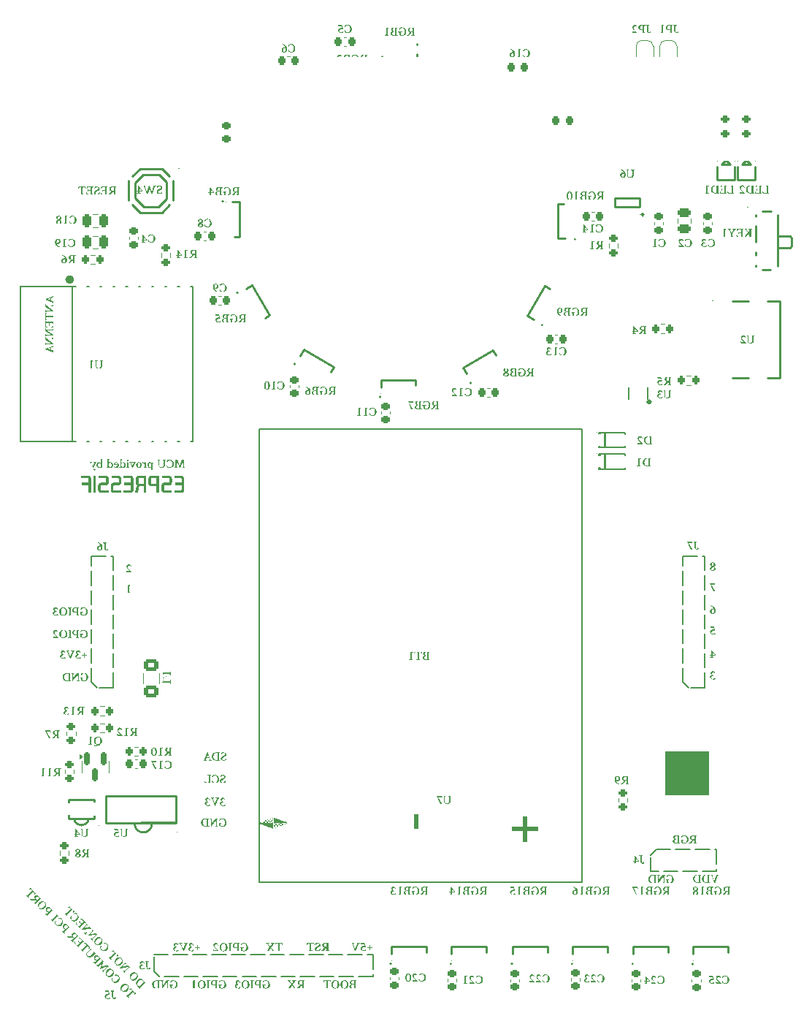
<source format=gbr>
%TF.GenerationSoftware,KiCad,Pcbnew,8.0.8*%
%TF.CreationDate,2025-03-20T15:34:03-03:00*%
%TF.ProjectId,nsec-badge-2025,6e736563-2d62-4616-9467-652d32303235,rev?*%
%TF.SameCoordinates,Original*%
%TF.FileFunction,Legend,Bot*%
%TF.FilePolarity,Positive*%
%FSLAX46Y46*%
G04 Gerber Fmt 4.6, Leading zero omitted, Abs format (unit mm)*
G04 Created by KiCad (PCBNEW 8.0.8) date 2025-03-20 15:34:03*
%MOMM*%
%LPD*%
G01*
G04 APERTURE LIST*
G04 Aperture macros list*
%AMRoundRect*
0 Rectangle with rounded corners*
0 $1 Rounding radius*
0 $2 $3 $4 $5 $6 $7 $8 $9 X,Y pos of 4 corners*
0 Add a 4 corners polygon primitive as box body*
4,1,4,$2,$3,$4,$5,$6,$7,$8,$9,$2,$3,0*
0 Add four circle primitives for the rounded corners*
1,1,$1+$1,$2,$3*
1,1,$1+$1,$4,$5*
1,1,$1+$1,$6,$7*
1,1,$1+$1,$8,$9*
0 Add four rect primitives between the rounded corners*
20,1,$1+$1,$2,$3,$4,$5,0*
20,1,$1+$1,$4,$5,$6,$7,0*
20,1,$1+$1,$6,$7,$8,$9,0*
20,1,$1+$1,$8,$9,$2,$3,0*%
%AMFreePoly0*
4,1,418,0.000638,4.003128,0.081090,3.995908,0.161213,3.984824,0.240856,3.969872,0.319871,3.951047,0.398110,3.928344,0.475425,3.901760,0.551665,3.871289,0.626684,3.836928,0.700331,3.798672,0.772460,3.756516,0.842920,3.710457,0.911563,3.660488,0.978241,3.606607,1.042804,3.548808,1.957836,2.687106,2.372543,2.710799,2.388076,2.695651,2.388992,2.696586,2.485855,2.602145,
2.583641,2.506812,2.582725,2.505878,2.598266,2.490733,2.585204,2.096303,3.430347,1.300418,3.491911,1.239440,3.549686,1.176122,3.603668,1.110612,3.653852,1.043059,3.700235,0.973610,3.742813,0.902415,3.781581,0.829622,3.816535,0.755378,3.847671,0.679833,3.874985,0.603134,3.898473,0.525430,3.918132,0.446868,3.933956,0.367598,3.945942,0.287767,3.954085,0.207525,
3.958382,0.127018,3.958829,0.046396,3.955421,-0.034194,3.948154,-0.114602,3.937024,-0.194681,3.922028,-0.274283,3.903161,-0.353259,3.880418,-0.431460,3.853797,-0.508739,3.823292,-0.584948,3.788900,-0.659937,3.750617,-0.733559,3.708438,-0.805666,3.662360,-0.876109,3.612378,-0.944739,3.558488,-1.011409,3.500686,-1.075971,2.594105,-2.038657,2.616310,-2.418008,2.601165,-2.433541,
2.601635,-2.433996,2.602104,-2.434453,2.506771,-2.532235,2.412330,-2.629104,2.411861,-2.628646,2.411392,-2.628192,2.396247,-2.643725,2.035551,-2.631779,1.252292,-3.463513,1.191314,-3.525083,1.127997,-3.582875,1.062488,-3.636883,0.994936,-3.687104,0.925490,-3.733532,0.854296,-3.776162,0.781505,-3.814990,0.707263,-3.850010,0.631720,-3.881219,0.555023,-3.908611,0.477321,-3.932181,
0.398762,-3.951924,0.319494,-3.967837,0.239666,-3.979913,0.159426,-3.988149,0.078922,-3.992538,-0.001697,-3.993078,-0.082284,-3.989762,-0.162690,-3.982585,-0.242767,-3.971544,-0.322366,-3.956633,-0.401340,-3.937848,-0.479539,-3.915183,-0.556816,-3.888634,-0.633023,-3.858196,-0.708011,-3.823864,-0.781632,-3.785633,-0.853737,-3.743499,-0.924179,-3.697457,-0.992808,-3.647501,-1.059478,-3.593628,
-1.124039,-3.535832,-2.079460,-2.636094,-2.513401,-2.660889,-2.528023,-2.646634,-2.528480,-2.647101,-2.528708,-2.647335,-2.528935,-2.647569,-2.572545,-2.605051,-1.834639,-2.605051,-0.993473,-3.397191,-0.936005,-3.448661,-0.876702,-3.496644,-0.815695,-3.541145,-0.753113,-3.582166,-0.689084,-3.619711,-0.623737,-3.653785,-0.557203,-3.684392,-0.489609,-3.711534,-0.421086,-3.735217,-0.351761,-3.755444,
-0.281765,-3.772219,-0.211226,-3.785546,-0.140274,-3.795428,-0.069037,-3.801870,0.002355,-3.804875,0.073773,-3.804447,0.145088,-3.800591,0.216171,-3.793309,0.286893,-3.782606,0.357125,-3.768487,0.426738,-3.750953,0.495602,-3.730011,0.563588,-3.705662,0.630568,-3.677912,0.696411,-3.646764,0.760990,-3.612222,0.824175,-3.574290,0.885837,-3.532971,0.945846,-3.488271,1.004074,-3.440191,
1.060391,-3.388737,1.114669,-3.333913,1.783733,-2.623439,1.726276,-2.621537,1.658844,-2.493602,1.500000,-2.598076,1.188239,-2.754648,0.860410,-2.873969,0.520945,-2.954423,0.174434,-2.994924,-0.174434,-2.994924,-0.258403,-2.985109,-0.382624,-2.974006,-0.525697,-2.954284,-0.667904,-2.927673,-0.808977,-2.894167,-0.948646,-2.853756,-1.086645,-2.806434,-1.222706,-2.752191,-1.356559,-2.691020,
-1.487937,-2.622913,-1.616572,-2.547862,-1.742196,-2.465858,-1.759718,-2.453116,-1.834639,-2.605051,-2.572545,-2.605051,-2.626717,-2.552235,-2.723587,-2.457795,-2.722676,-2.456860,-2.738209,-2.441712,-2.736332,-2.382504,-2.730256,-2.190926,-2.725092,-2.028092,-3.511582,-1.287442,-3.573149,-1.226461,-3.630933,-1.163135,-3.684928,-1.097612,-3.735131,-1.030041,-3.781537,-0.960571,-3.824142,-0.889351,
-3.862941,-0.816528,-3.897929,-0.742252,-3.929103,-0.666672,-3.956457,-0.589935,-3.979988,-0.512191,-3.999690,-0.433588,-4.015560,-0.354275,-4.027592,-0.274401,-4.035783,-0.194113,-4.040128,-0.113562,-4.040604,-0.035960,-3.852539,-0.035960,-3.852064,-0.107423,-3.848160,-0.178783,-3.840831,-0.249911,-3.830082,-0.320677,-3.815917,-0.390952,-3.798339,-0.460606,-3.777355,-0.529509,-3.752966,-0.597533,
-3.725179,-0.664548,-3.693997,-0.730424,-3.659424,-0.795033,-3.621464,-0.858243,-3.580123,-0.919927,-3.535403,-0.979954,-3.487310,-1.038195,-3.435848,-1.094520,-3.381020,-1.148801,-2.717037,-1.774083,-2.716935,-1.770848,-2.528130,-1.671712,-2.578991,-1.595449,-2.654856,-1.468392,-2.723945,-1.338449,-2.786251,-1.205887,-2.841765,-1.070975,-2.890480,-0.933980,-2.932387,-0.795171,-2.967479,-0.654816,
-2.995747,-0.513183,-3.017183,-0.370540,-3.031780,-0.227155,-3.039529,-0.083296,-3.040384,0.054586,-3.040423,0.060769,-3.034452,0.204772,-3.021609,0.348444,-3.001887,0.491517,-2.975277,0.633725,-2.941770,0.774797,-2.901360,0.914467,-2.854037,1.052466,-2.799794,1.188526,-2.738623,1.322380,-2.670516,1.453758,-2.595465,1.582394,-2.518840,1.699777,-2.612443,1.746073,2.433842,1.746073,
2.506463,1.648527,2.680898,1.346398,2.819078,1.026060,2.919135,0.691848,2.979715,0.348279,3.000000,0.000000,2.979715,-0.348279,2.919135,-0.691848,2.819078,-1.026060,2.680898,-1.346398,2.506463,-1.648527,2.470946,-1.696234,2.577140,-1.748809,2.578910,-1.779050,3.363060,-0.946370,3.414530,-0.888901,3.462513,-0.829599,3.507013,-0.768592,3.548034,-0.706009,3.585580,-0.641980,
3.619654,-0.576633,3.650260,-0.510099,3.677403,-0.442505,3.701086,-0.373981,3.721313,-0.304657,3.738088,-0.234661,3.751414,-0.164122,3.761297,-0.093169,3.767738,-0.021932,3.770743,0.049460,3.770316,0.120878,3.766459,0.192194,3.759178,0.263277,3.748475,0.333999,3.734355,0.404231,3.716822,0.473844,3.695879,0.542708,3.671531,0.610695,3.643781,0.677674,3.612633,0.743518,
3.578091,0.808097,3.540158,0.871282,3.498840,0.932944,3.454139,0.992953,3.406060,1.051181,3.354606,1.107499,3.299781,1.161777,2.576803,1.842617,2.576080,1.820758,2.433842,1.746073,-2.612443,1.746073,-2.675824,1.777421,-3.445317,0.960307,-3.445309,0.960300,-3.496777,0.902829,-3.544753,0.843519,-3.589240,0.782499,-3.630244,0.719900,-3.667767,0.655849,-3.701814,0.590478,
-3.732391,0.523915,-3.759500,0.456289,-3.783146,0.387730,-3.803333,0.318369,-3.820066,0.248333,-3.833349,0.177753,-3.843186,0.106758,-3.849581,0.035477,-3.852539,-0.035960,-4.040604,-0.035960,-4.040623,-0.032894,-4.037262,0.047740,-4.030042,0.128192,-4.018958,0.208314,-4.004006,0.287957,-3.985181,0.366973,-3.962479,0.445212,-3.935894,0.522527,-3.905424,0.598767,-3.871063,0.673786,
-3.832807,0.747434,-3.790651,0.819562,-3.744592,0.890022,-3.694623,0.958666,-3.640742,1.025344,-3.582943,1.089908,-2.728986,1.996712,-2.742542,2.223270,-2.754298,2.419747,-2.757180,2.467914,-2.742032,2.483451,-2.580520,2.649114,-1.854935,2.649114,-1.759215,2.467342,-1.643052,2.544814,-1.515995,2.620679,-1.386051,2.689768,-1.253490,2.752074,-1.118577,2.807588,-0.981582,2.856303,
-0.842773,2.898210,-0.702418,2.933302,-0.560785,2.961570,-0.418142,2.983006,-0.274757,2.997603,-0.130897,3.005352,0.013167,3.006245,0.157170,3.000275,0.300842,2.987432,0.443916,2.967710,0.504883,2.956300,0.520945,2.954423,0.543568,2.949061,0.586123,2.941099,0.727196,2.907593,0.766397,2.896250,0.860410,2.873969,1.188239,2.754648,1.500000,2.598076,1.625138,2.515771,
1.700246,2.668086,0.912239,3.410167,0.854767,3.461640,0.795457,3.509631,0.734436,3.554144,0.671835,3.595183,0.607783,3.632750,0.542410,3.666850,0.475845,3.697486,0.408217,3.724661,0.339657,3.748379,0.270293,3.768643,0.200254,3.785458,0.129672,3.798826,0.058674,3.808751,-0.012609,3.815237,-0.084048,3.818286,-0.155514,3.817904,-0.226877,3.814092,-0.298008,3.806855,
-0.368776,3.796197,-0.439054,3.782120,-0.508710,3.764628,-0.577616,3.743725,-0.645643,3.719414,-0.712660,3.691699,-0.778538,3.660583,-0.843148,3.626071,-0.906360,3.588164,-0.968045,3.546867,-1.028073,3.502184,-1.086315,3.454118,-1.142642,3.402672,-1.196923,3.347850,-1.854935,2.649114,-2.580520,2.649114,-2.552258,2.678102,-2.537114,2.693635,-2.087252,2.678160,-1.334546,3.477450,
-1.273565,3.539018,-1.210238,3.596801,-1.144715,3.650797,-1.077145,3.701000,-1.007675,3.747406,-0.936454,3.790010,-0.863631,3.828809,-0.789355,3.863797,-0.713775,3.894971,-0.637038,3.922325,-0.559294,3.945855,-0.480691,3.965557,-0.401377,3.981427,-0.321503,3.993459,-0.241215,4.001650,-0.160664,4.005995,-0.079996,4.006489,0.000638,4.003128,0.000638,4.003128,$1*%
%AMFreePoly1*
4,1,19,0.500000,-0.750000,0.000000,-0.750000,0.000000,-0.744911,-0.071157,-0.744911,-0.207708,-0.704816,-0.327430,-0.627875,-0.420627,-0.520320,-0.479746,-0.390866,-0.500000,-0.250000,-0.500000,0.250000,-0.479746,0.390866,-0.420627,0.520320,-0.327430,0.627875,-0.207708,0.704816,-0.071157,0.744911,0.000000,0.744911,0.000000,0.750000,0.500000,0.750000,0.500000,-0.750000,0.500000,-0.750000,
$1*%
%AMFreePoly2*
4,1,19,0.000000,0.744911,0.071157,0.744911,0.207708,0.704816,0.327430,0.627875,0.420627,0.520320,0.479746,0.390866,0.500000,0.250000,0.500000,-0.250000,0.479746,-0.390866,0.420627,-0.520320,0.327430,-0.627875,0.207708,-0.704816,0.071157,-0.744911,0.000000,-0.744911,0.000000,-0.750000,-0.500000,-0.750000,-0.500000,0.750000,0.000000,0.750000,0.000000,0.744911,0.000000,0.744911,
$1*%
%AMFreePoly3*
4,1,9,0.499975,-0.599822,-0.050013,-0.599823,-0.050013,-0.199848,-0.500025,-0.199848,-0.500025,0.350191,-0.050013,0.350191,-0.050013,0.600178,0.499975,0.600178,0.499975,-0.599822,0.499975,-0.599822,$1*%
%AMFreePoly4*
4,1,5,0.349962,-0.599976,-0.350038,-0.599975,-0.350038,0.600025,0.349962,0.600025,0.349962,-0.599976,0.349962,-0.599976,$1*%
%AMFreePoly5*
4,1,5,0.224868,-0.600000,-0.225146,-0.600000,-0.225146,0.600000,0.224867,0.600000,0.224868,-0.600000,0.224868,-0.600000,$1*%
%AMFreePoly6*
4,1,9,0.050038,0.349784,0.500102,0.349835,0.500152,-0.200152,0.050114,-0.200127,0.050114,-0.600000,-0.499975,-0.600102,-0.499975,0.599848,0.050114,0.599898,0.050038,0.349784,0.050038,0.349784,$1*%
G04 Aperture macros list end*
%ADD10C,0.000000*%
%ADD11C,0.100000*%
%ADD12C,0.250000*%
%ADD13C,0.150000*%
%ADD14C,0.120000*%
%ADD15C,0.152000*%
%ADD16C,0.152400*%
%ADD17C,0.059995*%
%ADD18C,0.254000*%
%ADD19C,0.150013*%
%ADD20C,0.127000*%
%ADD21C,0.200660*%
%ADD22C,0.300000*%
%ADD23C,0.200000*%
%ADD24C,0.500000*%
%ADD25C,0.248920*%
%ADD26C,18.100000*%
%ADD27C,1.600000*%
%ADD28R,1.700000X1.700000*%
%ADD29O,1.700000X1.700000*%
%ADD30FreePoly0,0.000000*%
%ADD31R,1.020000X4.570000*%
%ADD32R,0.510000X0.760000*%
%ADD33FreePoly1,270.000000*%
%ADD34FreePoly2,270.000000*%
%ADD35RoundRect,0.250000X-0.475000X0.250000X-0.475000X-0.250000X0.475000X-0.250000X0.475000X0.250000X0*%
%ADD36R,0.950013X1.150013*%
%ADD37FreePoly3,60.000000*%
%ADD38FreePoly4,60.000000*%
%ADD39FreePoly5,60.000000*%
%ADD40FreePoly6,60.000000*%
%ADD41RoundRect,0.225000X-0.225000X-0.250000X0.225000X-0.250000X0.225000X0.250000X-0.225000X0.250000X0*%
%ADD42RoundRect,0.250000X-0.250000X-0.475000X0.250000X-0.475000X0.250000X0.475000X-0.250000X0.475000X0*%
%ADD43RoundRect,0.200000X-0.275000X0.200000X-0.275000X-0.200000X0.275000X-0.200000X0.275000X0.200000X0*%
%ADD44C,0.900025*%
%ADD45R,1.500000X0.700000*%
%ADD46R,0.800000X1.000000*%
%ADD47RoundRect,0.225000X-0.250000X0.225000X-0.250000X-0.225000X0.250000X-0.225000X0.250000X0.225000X0*%
%ADD48R,1.000000X0.750013*%
%ADD49RoundRect,0.200000X0.275000X-0.200000X0.275000X0.200000X-0.275000X0.200000X-0.275000X-0.200000X0*%
%ADD50C,1.734000*%
%ADD51FreePoly3,0.000000*%
%ADD52FreePoly4,0.000000*%
%ADD53FreePoly5,0.000000*%
%ADD54FreePoly6,0.000000*%
%ADD55R,1.399543X1.000000*%
%ADD56RoundRect,0.225000X0.250000X-0.225000X0.250000X0.225000X-0.250000X0.225000X-0.250000X-0.225000X0*%
%ADD57RoundRect,0.225000X0.225000X0.250000X-0.225000X0.250000X-0.225000X-0.250000X0.225000X-0.250000X0*%
%ADD58FreePoly3,300.000000*%
%ADD59FreePoly4,300.000000*%
%ADD60FreePoly5,300.000000*%
%ADD61FreePoly6,300.000000*%
%ADD62FreePoly1,90.000000*%
%ADD63FreePoly2,90.000000*%
%ADD64FreePoly3,90.000000*%
%ADD65FreePoly4,90.000000*%
%ADD66FreePoly5,90.000000*%
%ADD67FreePoly6,90.000000*%
%ADD68R,1.803404X1.803404*%
%ADD69C,2.006604*%
%ADD70RoundRect,0.200000X-0.200000X-0.275000X0.200000X-0.275000X0.200000X0.275000X-0.200000X0.275000X0*%
%ADD71RoundRect,0.200000X0.200000X0.275000X-0.200000X0.275000X-0.200000X-0.275000X0.200000X-0.275000X0*%
%ADD72FreePoly3,330.000000*%
%ADD73FreePoly4,330.000000*%
%ADD74FreePoly5,330.000000*%
%ADD75FreePoly6,330.000000*%
%ADD76R,0.350013X0.780010*%
%ADD77R,1.000000X2.000000*%
%ADD78R,0.700000X0.700000*%
%ADD79FreePoly3,240.000000*%
%ADD80FreePoly4,240.000000*%
%ADD81FreePoly5,240.000000*%
%ADD82FreePoly6,240.000000*%
%ADD83FreePoly3,120.000000*%
%ADD84FreePoly4,120.000000*%
%ADD85FreePoly5,120.000000*%
%ADD86FreePoly6,120.000000*%
%ADD87FreePoly3,210.000000*%
%ADD88FreePoly4,210.000000*%
%ADD89FreePoly5,210.000000*%
%ADD90FreePoly6,210.000000*%
%ADD91R,1.524003X1.524003*%
%ADD92C,1.524003*%
%ADD93FreePoly3,150.000000*%
%ADD94FreePoly4,150.000000*%
%ADD95FreePoly5,150.000000*%
%ADD96FreePoly6,150.000000*%
%ADD97C,0.750013*%
%ADD98O,2.000000X1.200000*%
%ADD99O,1.800000X1.200000*%
%ADD100R,1.300000X0.300000*%
%ADD101RoundRect,0.150000X-0.150000X0.587500X-0.150000X-0.587500X0.150000X-0.587500X0.150000X0.587500X0*%
%ADD102FreePoly3,270.000000*%
%ADD103FreePoly4,270.000000*%
%ADD104FreePoly5,270.000000*%
%ADD105FreePoly6,270.000000*%
%ADD106FreePoly3,30.000000*%
%ADD107FreePoly4,30.000000*%
%ADD108FreePoly5,30.000000*%
%ADD109FreePoly6,30.000000*%
%ADD110FreePoly3,180.000000*%
%ADD111FreePoly4,180.000000*%
%ADD112FreePoly5,180.000000*%
%ADD113FreePoly6,180.000000*%
%ADD114R,0.622301X1.104902*%
%ADD115RoundRect,0.250001X0.624999X-0.462499X0.624999X0.462499X-0.624999X0.462499X-0.624999X-0.462499X0*%
G04 APERTURE END LIST*
D10*
G36*
X117867906Y-74044801D02*
G01*
X117883814Y-74045977D01*
X117899838Y-74047926D01*
X117915920Y-74050639D01*
X117932003Y-74054108D01*
X117948027Y-74058325D01*
X117963935Y-74063279D01*
X117979668Y-74068964D01*
X117995169Y-74075369D01*
X118010379Y-74082486D01*
X118025241Y-74090307D01*
X118039695Y-74098822D01*
X118053685Y-74108024D01*
X118067151Y-74117902D01*
X118080036Y-74128450D01*
X118092281Y-74139657D01*
X118103927Y-74151516D01*
X118115032Y-74164020D01*
X118125567Y-74177163D01*
X118135504Y-74190941D01*
X118144812Y-74205346D01*
X118153464Y-74220373D01*
X118161429Y-74236016D01*
X118168680Y-74252270D01*
X118175186Y-74269129D01*
X118180919Y-74286586D01*
X118185850Y-74304636D01*
X118189950Y-74323274D01*
X118193189Y-74342492D01*
X118195538Y-74362287D01*
X118196969Y-74382651D01*
X118197453Y-74403579D01*
X118197453Y-74814344D01*
X118196997Y-74832281D01*
X118195645Y-74849987D01*
X118193419Y-74867439D01*
X118190341Y-74884615D01*
X118186433Y-74901494D01*
X118181717Y-74918052D01*
X118176216Y-74934268D01*
X118169951Y-74950119D01*
X118162945Y-74965584D01*
X118155220Y-74980640D01*
X118146798Y-74995265D01*
X118137701Y-75009437D01*
X118127952Y-75023134D01*
X118117572Y-75036333D01*
X118106584Y-75049013D01*
X118095010Y-75061151D01*
X118082872Y-75072725D01*
X118070192Y-75083713D01*
X118056993Y-75094093D01*
X118043296Y-75103842D01*
X118029124Y-75112939D01*
X118014499Y-75121361D01*
X117999443Y-75129086D01*
X117983978Y-75136092D01*
X117968126Y-75142357D01*
X117951910Y-75147858D01*
X117935352Y-75152574D01*
X117918474Y-75156482D01*
X117901298Y-75159561D01*
X117883846Y-75161787D01*
X117866140Y-75163139D01*
X117848203Y-75163594D01*
X117385844Y-75163594D01*
X117380299Y-75163733D01*
X117374830Y-75164144D01*
X117369444Y-75164821D01*
X117364147Y-75165757D01*
X117358947Y-75166946D01*
X117353849Y-75168382D01*
X117348860Y-75170057D01*
X117343986Y-75171966D01*
X117339234Y-75174101D01*
X117334611Y-75176457D01*
X117330124Y-75179026D01*
X117325778Y-75181803D01*
X117321580Y-75184780D01*
X117317537Y-75187950D01*
X117313655Y-75191309D01*
X117309941Y-75194848D01*
X117306402Y-75198562D01*
X117303044Y-75202444D01*
X117299873Y-75206487D01*
X117296896Y-75210685D01*
X117294119Y-75215031D01*
X117291550Y-75219518D01*
X117289195Y-75224141D01*
X117287059Y-75228893D01*
X117285150Y-75233766D01*
X117283475Y-75238756D01*
X117282039Y-75243854D01*
X117280850Y-75249054D01*
X117279914Y-75254351D01*
X117279237Y-75259737D01*
X117278826Y-75265206D01*
X117278688Y-75270751D01*
X117278688Y-75637860D01*
X117279081Y-75648941D01*
X117280257Y-75659812D01*
X117282206Y-75670405D01*
X117284920Y-75680648D01*
X117288389Y-75690473D01*
X117292605Y-75699810D01*
X117294991Y-75704273D01*
X117297560Y-75708588D01*
X117300312Y-75712746D01*
X117303244Y-75716739D01*
X117306357Y-75720557D01*
X117309649Y-75724192D01*
X117313120Y-75727635D01*
X117316767Y-75730878D01*
X117320590Y-75733911D01*
X117324587Y-75736726D01*
X117328759Y-75739315D01*
X117333103Y-75741668D01*
X117337618Y-75743776D01*
X117342304Y-75745632D01*
X117347160Y-75747227D01*
X117352183Y-75748551D01*
X117357374Y-75749596D01*
X117362730Y-75750353D01*
X117368252Y-75750814D01*
X117373937Y-75750969D01*
X118195469Y-75750969D01*
X118195469Y-76028782D01*
X117324328Y-76028782D01*
X117308595Y-76028388D01*
X117292687Y-76027212D01*
X117276662Y-76025263D01*
X117260580Y-76022550D01*
X117244498Y-76019080D01*
X117228473Y-76014864D01*
X117212565Y-76009910D01*
X117196832Y-76004225D01*
X117181331Y-75997820D01*
X117166121Y-75990703D01*
X117151259Y-75982882D01*
X117136805Y-75974367D01*
X117122815Y-75965165D01*
X117109349Y-75955286D01*
X117096464Y-75944739D01*
X117084219Y-75933532D01*
X117072573Y-75921673D01*
X117061468Y-75909169D01*
X117050933Y-75896025D01*
X117040996Y-75882248D01*
X117031688Y-75867843D01*
X117023036Y-75852816D01*
X117015071Y-75837172D01*
X117007820Y-75820919D01*
X117001314Y-75804060D01*
X116995581Y-75786603D01*
X116990650Y-75768553D01*
X116986550Y-75749915D01*
X116983311Y-75730696D01*
X116980961Y-75710902D01*
X116979530Y-75690538D01*
X116979047Y-75669610D01*
X116979047Y-75197329D01*
X116979503Y-75179392D01*
X116980855Y-75161686D01*
X116983081Y-75144234D01*
X116986159Y-75127058D01*
X116990067Y-75110180D01*
X116994783Y-75093621D01*
X117000285Y-75077406D01*
X117006549Y-75061554D01*
X117013555Y-75046089D01*
X117021281Y-75031033D01*
X117029703Y-75016408D01*
X117038799Y-75002236D01*
X117048549Y-74988539D01*
X117058929Y-74975340D01*
X117069917Y-74962660D01*
X117081491Y-74950522D01*
X117093629Y-74938948D01*
X117106309Y-74927960D01*
X117119508Y-74917580D01*
X117133205Y-74907831D01*
X117147377Y-74898734D01*
X117162002Y-74890312D01*
X117177058Y-74882587D01*
X117192523Y-74875581D01*
X117208374Y-74869316D01*
X117224590Y-74863815D01*
X117241148Y-74859099D01*
X117258026Y-74855191D01*
X117275203Y-74852113D01*
X117292654Y-74849886D01*
X117310360Y-74848534D01*
X117328297Y-74848079D01*
X117790656Y-74848079D01*
X117796201Y-74847940D01*
X117801670Y-74847529D01*
X117807056Y-74846852D01*
X117812352Y-74845916D01*
X117817553Y-74844727D01*
X117822651Y-74843291D01*
X117827640Y-74841616D01*
X117832514Y-74839707D01*
X117837265Y-74837572D01*
X117841888Y-74835216D01*
X117846376Y-74832647D01*
X117850722Y-74829871D01*
X117854920Y-74826894D01*
X117858963Y-74823723D01*
X117862845Y-74820364D01*
X117866558Y-74816825D01*
X117870098Y-74813111D01*
X117873456Y-74809229D01*
X117876627Y-74805186D01*
X117879604Y-74800989D01*
X117882380Y-74796643D01*
X117884950Y-74792155D01*
X117887305Y-74787532D01*
X117889441Y-74782780D01*
X117891349Y-74777907D01*
X117893025Y-74772918D01*
X117894460Y-74767819D01*
X117895650Y-74762619D01*
X117896586Y-74757322D01*
X117897263Y-74751936D01*
X117897674Y-74746468D01*
X117897812Y-74740922D01*
X117897812Y-74435329D01*
X117897418Y-74424248D01*
X117896243Y-74413377D01*
X117894294Y-74402784D01*
X117891580Y-74392541D01*
X117888111Y-74382716D01*
X117883894Y-74373379D01*
X117881509Y-74368916D01*
X117878940Y-74364601D01*
X117876188Y-74360442D01*
X117873256Y-74356450D01*
X117870143Y-74352632D01*
X117866850Y-74348997D01*
X117863380Y-74345554D01*
X117859733Y-74342311D01*
X117855910Y-74339278D01*
X117851912Y-74336463D01*
X117847741Y-74333874D01*
X117843397Y-74331521D01*
X117838881Y-74329412D01*
X117834196Y-74327556D01*
X117829340Y-74325962D01*
X117824317Y-74324638D01*
X117819126Y-74323593D01*
X117813770Y-74322836D01*
X117808248Y-74322375D01*
X117802563Y-74322219D01*
X117060406Y-74322219D01*
X117060406Y-74044407D01*
X117852172Y-74044407D01*
X117867906Y-74044801D01*
G37*
G36*
X119276812Y-74044779D02*
G01*
X119292720Y-74045891D01*
X119308744Y-74047743D01*
X119324826Y-74050329D01*
X119340909Y-74053648D01*
X119356933Y-74057697D01*
X119372841Y-74062472D01*
X119388575Y-74067971D01*
X119404076Y-74074191D01*
X119419286Y-74081130D01*
X119434147Y-74088783D01*
X119448602Y-74097148D01*
X119462591Y-74106222D01*
X119476058Y-74116003D01*
X119488943Y-74126488D01*
X119501188Y-74137673D01*
X119512834Y-74149531D01*
X119523938Y-74162035D01*
X119534474Y-74175179D01*
X119544410Y-74188956D01*
X119553719Y-74203361D01*
X119562370Y-74218389D01*
X119570336Y-74234032D01*
X119577586Y-74250286D01*
X119584093Y-74267144D01*
X119589826Y-74284602D01*
X119594757Y-74302652D01*
X119598856Y-74321289D01*
X119602095Y-74340508D01*
X119604445Y-74360302D01*
X119605876Y-74380666D01*
X119606360Y-74401594D01*
X119606360Y-75669610D01*
X119605876Y-75690538D01*
X119604445Y-75710902D01*
X119602095Y-75730696D01*
X119598856Y-75749915D01*
X119594757Y-75768553D01*
X119589826Y-75786603D01*
X119584093Y-75804060D01*
X119577586Y-75820919D01*
X119570336Y-75837172D01*
X119562370Y-75852816D01*
X119553719Y-75867843D01*
X119544410Y-75882248D01*
X119534474Y-75896025D01*
X119523938Y-75909169D01*
X119512834Y-75921673D01*
X119501188Y-75933532D01*
X119488964Y-75944739D01*
X119476139Y-75955286D01*
X119462761Y-75965165D01*
X119448881Y-75974367D01*
X119434547Y-75982882D01*
X119419809Y-75990703D01*
X119404717Y-75997820D01*
X119389319Y-76004225D01*
X119373665Y-76009910D01*
X119357805Y-76014864D01*
X119341788Y-76019080D01*
X119325664Y-76022550D01*
X119309481Y-76025263D01*
X119293290Y-76027212D01*
X119277139Y-76028388D01*
X119261078Y-76028782D01*
X118457407Y-76028782D01*
X118457407Y-75750970D01*
X119213453Y-75750970D01*
X119219139Y-75750814D01*
X119224660Y-75750353D01*
X119230017Y-75749596D01*
X119235208Y-75748551D01*
X119240231Y-75747227D01*
X119245086Y-75745633D01*
X119249772Y-75743777D01*
X119254288Y-75741668D01*
X119258632Y-75739315D01*
X119262803Y-75736726D01*
X119266801Y-75733911D01*
X119270624Y-75730878D01*
X119274271Y-75727635D01*
X119277741Y-75724192D01*
X119281034Y-75720557D01*
X119284147Y-75716739D01*
X119287079Y-75712747D01*
X119289831Y-75708588D01*
X119292400Y-75704273D01*
X119294785Y-75699810D01*
X119296986Y-75695207D01*
X119299002Y-75690473D01*
X119300830Y-75685617D01*
X119302471Y-75680648D01*
X119303923Y-75675574D01*
X119305185Y-75670405D01*
X119306255Y-75665148D01*
X119307134Y-75659812D01*
X119307819Y-75654407D01*
X119308309Y-75648941D01*
X119308605Y-75643422D01*
X119308703Y-75637860D01*
X119308703Y-75125891D01*
X118564563Y-75125891D01*
X118564563Y-74848079D01*
X119308703Y-74848079D01*
X119308703Y-74435329D01*
X119308309Y-74424248D01*
X119307134Y-74413377D01*
X119305185Y-74402784D01*
X119302471Y-74392541D01*
X119299002Y-74382716D01*
X119294785Y-74373379D01*
X119292400Y-74368916D01*
X119289831Y-74364601D01*
X119287079Y-74360442D01*
X119284147Y-74356450D01*
X119281034Y-74352632D01*
X119277741Y-74348997D01*
X119274271Y-74345554D01*
X119270624Y-74342311D01*
X119266801Y-74339278D01*
X119262803Y-74336463D01*
X119258632Y-74333874D01*
X119254288Y-74331521D01*
X119249772Y-74329412D01*
X119245086Y-74327556D01*
X119240231Y-74325962D01*
X119235208Y-74324638D01*
X119230017Y-74323593D01*
X119224660Y-74322836D01*
X119219139Y-74322375D01*
X119213453Y-74322219D01*
X118457406Y-74322219D01*
X118457406Y-74044407D01*
X119261078Y-74044407D01*
X119276812Y-74044779D01*
G37*
G36*
X111994157Y-74044801D02*
G01*
X112010065Y-74045977D01*
X112026089Y-74047926D01*
X112042172Y-74050639D01*
X112058254Y-74054108D01*
X112074278Y-74058325D01*
X112090186Y-74063279D01*
X112105920Y-74068964D01*
X112121421Y-74075369D01*
X112136631Y-74082486D01*
X112151492Y-74090307D01*
X112165947Y-74098822D01*
X112179936Y-74108024D01*
X112193402Y-74117902D01*
X112206287Y-74128450D01*
X112218532Y-74139657D01*
X112230177Y-74151516D01*
X112241282Y-74164020D01*
X112251817Y-74177163D01*
X112261754Y-74190941D01*
X112271062Y-74205346D01*
X112279714Y-74220373D01*
X112287679Y-74236016D01*
X112294930Y-74252270D01*
X112301436Y-74269129D01*
X112307169Y-74286586D01*
X112312100Y-74304636D01*
X112316200Y-74323274D01*
X112319439Y-74342492D01*
X112321788Y-74362287D01*
X112323220Y-74382651D01*
X112323703Y-74403579D01*
X112323703Y-74814344D01*
X112323247Y-74832281D01*
X112321896Y-74849987D01*
X112319669Y-74867439D01*
X112316591Y-74884615D01*
X112312683Y-74901494D01*
X112307967Y-74918052D01*
X112302466Y-74934268D01*
X112296201Y-74950119D01*
X112289195Y-74965584D01*
X112281470Y-74980640D01*
X112273048Y-74995265D01*
X112263951Y-75009437D01*
X112254202Y-75023134D01*
X112243822Y-75036333D01*
X112232834Y-75049013D01*
X112221260Y-75061151D01*
X112209122Y-75072725D01*
X112196442Y-75083713D01*
X112183243Y-75094093D01*
X112169546Y-75103842D01*
X112155374Y-75112939D01*
X112140749Y-75121361D01*
X112125693Y-75129086D01*
X112110228Y-75136092D01*
X112094376Y-75142357D01*
X112078161Y-75147858D01*
X112061602Y-75152574D01*
X112044724Y-75156482D01*
X112027548Y-75159561D01*
X112010096Y-75161787D01*
X111992390Y-75163139D01*
X111974453Y-75163594D01*
X111512095Y-75163594D01*
X111506550Y-75163733D01*
X111501081Y-75164144D01*
X111495695Y-75164821D01*
X111490399Y-75165757D01*
X111485198Y-75166946D01*
X111480100Y-75168382D01*
X111475111Y-75170057D01*
X111470237Y-75171966D01*
X111465485Y-75174101D01*
X111460863Y-75176457D01*
X111456375Y-75179026D01*
X111452029Y-75181803D01*
X111447831Y-75184780D01*
X111443788Y-75187950D01*
X111439906Y-75191309D01*
X111436192Y-75194848D01*
X111432653Y-75198562D01*
X111429295Y-75202444D01*
X111426124Y-75206487D01*
X111423147Y-75210685D01*
X111420370Y-75215031D01*
X111417801Y-75219518D01*
X111415445Y-75224141D01*
X111413310Y-75228893D01*
X111411401Y-75233766D01*
X111409726Y-75238756D01*
X111408290Y-75243854D01*
X111407101Y-75249054D01*
X111406164Y-75254351D01*
X111405488Y-75259737D01*
X111405077Y-75265206D01*
X111404938Y-75270751D01*
X111404938Y-75637860D01*
X111405332Y-75648941D01*
X111406508Y-75659812D01*
X111408457Y-75670405D01*
X111411170Y-75680648D01*
X111414640Y-75690473D01*
X111418856Y-75699810D01*
X111421242Y-75704273D01*
X111423811Y-75708588D01*
X111426562Y-75712746D01*
X111429495Y-75716739D01*
X111432608Y-75720557D01*
X111435900Y-75724192D01*
X111439370Y-75727635D01*
X111443017Y-75730878D01*
X111446840Y-75733911D01*
X111450838Y-75736726D01*
X111455009Y-75739315D01*
X111459353Y-75741668D01*
X111463869Y-75743776D01*
X111468555Y-75745632D01*
X111473410Y-75747227D01*
X111478433Y-75748551D01*
X111483624Y-75749596D01*
X111488980Y-75750353D01*
X111494502Y-75750814D01*
X111500187Y-75750969D01*
X112321720Y-75750969D01*
X112321720Y-76028782D01*
X111450578Y-76028782D01*
X111434845Y-76028388D01*
X111418937Y-76027212D01*
X111402913Y-76025263D01*
X111386830Y-76022550D01*
X111370748Y-76019080D01*
X111354724Y-76014864D01*
X111338816Y-76009910D01*
X111323082Y-76004225D01*
X111307581Y-75997820D01*
X111292371Y-75990703D01*
X111277510Y-75982882D01*
X111263055Y-75974367D01*
X111249066Y-75965165D01*
X111235600Y-75955286D01*
X111222715Y-75944739D01*
X111210470Y-75933532D01*
X111198824Y-75921673D01*
X111187719Y-75909169D01*
X111177184Y-75896025D01*
X111167247Y-75882248D01*
X111157939Y-75867843D01*
X111149287Y-75852816D01*
X111141321Y-75837172D01*
X111134071Y-75820919D01*
X111127564Y-75804060D01*
X111121831Y-75786603D01*
X111116900Y-75768553D01*
X111112801Y-75749915D01*
X111109562Y-75730696D01*
X111107212Y-75710902D01*
X111105781Y-75690538D01*
X111105298Y-75669610D01*
X111105298Y-75197329D01*
X111105753Y-75179392D01*
X111107105Y-75161686D01*
X111109331Y-75144234D01*
X111112409Y-75127058D01*
X111116318Y-75110180D01*
X111121033Y-75093621D01*
X111126535Y-75077406D01*
X111132800Y-75061554D01*
X111139806Y-75046089D01*
X111147531Y-75031033D01*
X111155953Y-75016408D01*
X111165050Y-75002236D01*
X111174799Y-74988539D01*
X111185179Y-74975340D01*
X111196167Y-74962660D01*
X111207741Y-74950522D01*
X111219879Y-74938948D01*
X111232559Y-74927960D01*
X111245758Y-74917580D01*
X111259455Y-74907831D01*
X111273627Y-74898734D01*
X111288252Y-74890312D01*
X111303308Y-74882587D01*
X111318773Y-74875581D01*
X111334624Y-74869316D01*
X111350840Y-74863815D01*
X111367398Y-74859099D01*
X111384276Y-74855191D01*
X111401453Y-74852113D01*
X111418905Y-74849886D01*
X111436610Y-74848534D01*
X111454547Y-74848079D01*
X111916907Y-74848079D01*
X111922452Y-74847940D01*
X111927921Y-74847529D01*
X111933307Y-74846852D01*
X111938603Y-74845916D01*
X111943804Y-74844727D01*
X111948902Y-74843291D01*
X111953891Y-74841616D01*
X111958765Y-74839707D01*
X111963516Y-74837572D01*
X111968139Y-74835216D01*
X111972627Y-74832647D01*
X111976973Y-74829871D01*
X111981171Y-74826894D01*
X111985214Y-74823723D01*
X111989095Y-74820364D01*
X111992809Y-74816825D01*
X111996349Y-74813111D01*
X111999707Y-74809229D01*
X112002878Y-74805186D01*
X112005855Y-74800989D01*
X112008632Y-74796643D01*
X112011201Y-74792155D01*
X112013556Y-74787532D01*
X112015692Y-74782780D01*
X112017601Y-74777907D01*
X112019276Y-74772918D01*
X112020712Y-74767819D01*
X112021901Y-74762619D01*
X112022837Y-74757322D01*
X112023514Y-74751936D01*
X112023925Y-74746468D01*
X112024064Y-74740922D01*
X112024064Y-74435329D01*
X112023670Y-74424248D01*
X112022494Y-74413377D01*
X112020545Y-74402784D01*
X112017831Y-74392541D01*
X112014362Y-74382716D01*
X112010146Y-74373379D01*
X112007760Y-74368916D01*
X112005191Y-74364601D01*
X112002439Y-74360442D01*
X111999507Y-74356450D01*
X111996394Y-74352632D01*
X111993101Y-74348997D01*
X111989631Y-74345554D01*
X111985984Y-74342311D01*
X111982161Y-74339278D01*
X111978163Y-74336463D01*
X111973992Y-74333874D01*
X111969648Y-74331521D01*
X111965132Y-74329412D01*
X111960446Y-74327556D01*
X111955591Y-74325962D01*
X111950568Y-74324638D01*
X111945377Y-74323593D01*
X111940020Y-74322836D01*
X111934499Y-74322375D01*
X111928813Y-74322219D01*
X111186657Y-74322219D01*
X111186657Y-74044407D01*
X111978423Y-74044407D01*
X111994157Y-74044801D01*
G37*
G36*
X113403063Y-74044779D02*
G01*
X113418971Y-74045891D01*
X113434995Y-74047743D01*
X113451077Y-74050329D01*
X113467159Y-74053648D01*
X113483183Y-74057697D01*
X113499091Y-74062472D01*
X113514825Y-74067971D01*
X113530326Y-74074191D01*
X113545536Y-74081130D01*
X113560398Y-74088783D01*
X113574852Y-74097148D01*
X113588842Y-74106222D01*
X113602308Y-74116003D01*
X113615193Y-74126488D01*
X113627438Y-74137673D01*
X113639084Y-74149531D01*
X113650188Y-74162035D01*
X113660724Y-74175179D01*
X113670660Y-74188956D01*
X113679968Y-74203361D01*
X113688620Y-74218389D01*
X113696586Y-74234032D01*
X113703836Y-74250286D01*
X113710342Y-74267144D01*
X113716076Y-74284602D01*
X113721006Y-74302652D01*
X113725106Y-74321289D01*
X113728345Y-74340508D01*
X113730695Y-74360302D01*
X113732126Y-74380666D01*
X113732609Y-74401594D01*
X113732609Y-75669610D01*
X113732126Y-75690538D01*
X113730695Y-75710902D01*
X113728345Y-75730696D01*
X113725106Y-75749915D01*
X113721006Y-75768553D01*
X113716076Y-75786603D01*
X113710342Y-75804060D01*
X113703836Y-75820919D01*
X113696586Y-75837172D01*
X113688620Y-75852816D01*
X113679968Y-75867843D01*
X113670660Y-75882248D01*
X113660724Y-75896025D01*
X113650188Y-75909169D01*
X113639084Y-75921673D01*
X113627438Y-75933532D01*
X113615214Y-75944739D01*
X113602389Y-75955286D01*
X113589012Y-75965165D01*
X113575131Y-75974367D01*
X113560797Y-75982882D01*
X113546059Y-75990703D01*
X113530967Y-75997820D01*
X113515569Y-76004225D01*
X113499915Y-76009910D01*
X113484055Y-76014864D01*
X113468038Y-76019080D01*
X113451914Y-76022550D01*
X113435731Y-76025263D01*
X113419540Y-76027212D01*
X113403389Y-76028388D01*
X113387328Y-76028782D01*
X112583656Y-76028782D01*
X112583656Y-75750970D01*
X113339703Y-75750970D01*
X113345388Y-75750814D01*
X113350910Y-75750353D01*
X113356267Y-75749596D01*
X113361457Y-75748551D01*
X113366481Y-75747227D01*
X113371336Y-75745633D01*
X113376022Y-75743777D01*
X113380538Y-75741668D01*
X113384882Y-75739315D01*
X113389053Y-75736726D01*
X113393051Y-75733911D01*
X113396874Y-75730878D01*
X113400521Y-75727635D01*
X113403991Y-75724192D01*
X113407284Y-75720557D01*
X113410397Y-75716739D01*
X113413329Y-75712747D01*
X113416081Y-75708588D01*
X113418650Y-75704273D01*
X113421035Y-75699810D01*
X113423236Y-75695207D01*
X113425252Y-75690473D01*
X113427080Y-75685617D01*
X113428721Y-75680648D01*
X113430173Y-75675574D01*
X113431434Y-75670405D01*
X113432505Y-75665148D01*
X113433383Y-75659812D01*
X113434068Y-75654407D01*
X113434559Y-75648941D01*
X113434854Y-75643422D01*
X113434953Y-75637860D01*
X113434953Y-75125891D01*
X112690812Y-75125891D01*
X112690812Y-74848079D01*
X113434953Y-74848079D01*
X113434953Y-74435329D01*
X113434559Y-74424248D01*
X113433383Y-74413377D01*
X113431434Y-74402784D01*
X113428721Y-74392541D01*
X113425252Y-74382716D01*
X113421035Y-74373379D01*
X113418650Y-74368916D01*
X113416081Y-74364601D01*
X113413329Y-74360442D01*
X113410397Y-74356450D01*
X113407284Y-74352632D01*
X113403992Y-74348997D01*
X113400521Y-74345554D01*
X113396874Y-74342311D01*
X113393051Y-74339278D01*
X113389054Y-74336463D01*
X113384882Y-74333874D01*
X113380538Y-74331521D01*
X113376023Y-74329412D01*
X113371337Y-74327556D01*
X113366482Y-74325962D01*
X113361458Y-74324638D01*
X113356268Y-74323593D01*
X113350911Y-74322836D01*
X113345389Y-74322375D01*
X113339704Y-74322219D01*
X112583657Y-74322219D01*
X112583657Y-74044407D01*
X113387330Y-74044407D01*
X113403063Y-74044779D01*
G37*
G36*
X110531672Y-74044801D02*
G01*
X110547580Y-74045977D01*
X110563604Y-74047926D01*
X110579686Y-74050639D01*
X110595769Y-74054108D01*
X110611793Y-74058325D01*
X110627701Y-74063279D01*
X110643434Y-74068964D01*
X110658935Y-74075369D01*
X110674146Y-74082486D01*
X110689007Y-74090307D01*
X110703461Y-74098822D01*
X110717451Y-74108024D01*
X110730917Y-74117902D01*
X110743802Y-74128450D01*
X110756047Y-74139657D01*
X110767692Y-74151516D01*
X110778798Y-74164020D01*
X110789333Y-74177163D01*
X110799269Y-74190941D01*
X110808578Y-74205346D01*
X110817230Y-74220373D01*
X110825195Y-74236016D01*
X110832446Y-74252270D01*
X110838952Y-74269129D01*
X110844685Y-74286586D01*
X110849616Y-74304636D01*
X110853716Y-74323274D01*
X110856955Y-74342492D01*
X110859304Y-74362287D01*
X110860736Y-74382651D01*
X110861219Y-74403579D01*
X110861219Y-74814344D01*
X110860763Y-74832281D01*
X110859412Y-74849987D01*
X110857185Y-74867439D01*
X110854107Y-74884615D01*
X110850199Y-74901494D01*
X110845483Y-74918052D01*
X110839982Y-74934268D01*
X110833717Y-74950119D01*
X110826711Y-74965584D01*
X110818985Y-74980640D01*
X110810563Y-74995265D01*
X110801467Y-75009437D01*
X110791717Y-75023134D01*
X110781337Y-75036333D01*
X110770349Y-75049013D01*
X110758775Y-75061151D01*
X110746637Y-75072725D01*
X110733957Y-75083713D01*
X110720758Y-75094093D01*
X110707061Y-75103842D01*
X110692889Y-75112939D01*
X110678264Y-75121361D01*
X110663208Y-75129086D01*
X110647743Y-75136092D01*
X110631892Y-75142357D01*
X110615676Y-75147858D01*
X110599118Y-75152574D01*
X110582240Y-75156482D01*
X110565064Y-75159561D01*
X110547612Y-75161787D01*
X110529906Y-75163139D01*
X110511969Y-75163594D01*
X110049610Y-75163594D01*
X110044065Y-75163733D01*
X110038596Y-75164144D01*
X110033210Y-75164821D01*
X110027913Y-75165757D01*
X110022713Y-75166946D01*
X110017615Y-75168382D01*
X110012626Y-75170057D01*
X110007752Y-75171966D01*
X110003000Y-75174101D01*
X109998377Y-75176457D01*
X109993890Y-75179026D01*
X109989544Y-75181803D01*
X109985346Y-75184780D01*
X109981303Y-75187950D01*
X109977421Y-75191309D01*
X109973707Y-75194848D01*
X109970168Y-75198562D01*
X109966809Y-75202444D01*
X109963638Y-75206487D01*
X109960661Y-75210685D01*
X109957885Y-75215031D01*
X109955316Y-75219518D01*
X109952960Y-75224141D01*
X109950825Y-75228893D01*
X109948916Y-75233766D01*
X109947241Y-75238756D01*
X109945805Y-75243854D01*
X109944616Y-75249054D01*
X109943679Y-75254351D01*
X109943002Y-75259737D01*
X109942591Y-75265206D01*
X109942453Y-75270751D01*
X109942453Y-75637860D01*
X109942847Y-75648941D01*
X109944023Y-75659812D01*
X109945972Y-75670405D01*
X109948685Y-75680648D01*
X109952155Y-75690473D01*
X109956371Y-75699810D01*
X109958757Y-75704273D01*
X109961326Y-75708588D01*
X109964077Y-75712746D01*
X109967010Y-75716739D01*
X109970123Y-75720557D01*
X109973415Y-75724192D01*
X109976885Y-75727635D01*
X109980532Y-75730878D01*
X109984355Y-75733911D01*
X109988353Y-75736726D01*
X109992525Y-75739315D01*
X109996869Y-75741668D01*
X110001384Y-75743776D01*
X110006070Y-75745632D01*
X110010925Y-75747227D01*
X110015949Y-75748551D01*
X110021140Y-75749596D01*
X110026496Y-75750353D01*
X110032018Y-75750814D01*
X110037703Y-75750969D01*
X110859235Y-75750969D01*
X110859235Y-76028782D01*
X109988094Y-76028782D01*
X109972361Y-76028388D01*
X109956453Y-76027212D01*
X109940428Y-76025263D01*
X109924346Y-76022550D01*
X109908263Y-76019080D01*
X109892239Y-76014864D01*
X109876331Y-76009910D01*
X109860598Y-76004225D01*
X109845097Y-75997820D01*
X109829886Y-75990703D01*
X109815025Y-75982882D01*
X109800570Y-75974367D01*
X109786581Y-75965165D01*
X109773115Y-75955286D01*
X109760230Y-75944739D01*
X109747985Y-75933532D01*
X109736339Y-75921673D01*
X109725234Y-75909169D01*
X109714699Y-75896025D01*
X109704763Y-75882248D01*
X109695454Y-75867843D01*
X109686803Y-75852816D01*
X109678837Y-75837172D01*
X109671587Y-75820919D01*
X109665080Y-75804060D01*
X109659347Y-75786603D01*
X109654416Y-75768553D01*
X109650317Y-75749915D01*
X109647078Y-75730696D01*
X109644728Y-75710902D01*
X109643297Y-75690538D01*
X109642814Y-75669610D01*
X109642814Y-75197329D01*
X109643269Y-75179392D01*
X109644621Y-75161686D01*
X109646847Y-75144234D01*
X109649926Y-75127058D01*
X109653834Y-75110180D01*
X109658550Y-75093621D01*
X109664051Y-75077406D01*
X109670316Y-75061554D01*
X109677322Y-75046089D01*
X109685047Y-75031033D01*
X109693469Y-75016408D01*
X109702566Y-75002236D01*
X109712315Y-74988539D01*
X109722695Y-74975340D01*
X109733683Y-74962660D01*
X109745257Y-74950522D01*
X109757395Y-74938948D01*
X109770075Y-74927960D01*
X109783274Y-74917580D01*
X109796971Y-74907831D01*
X109811143Y-74898734D01*
X109825768Y-74890312D01*
X109840824Y-74882587D01*
X109856289Y-74875581D01*
X109872140Y-74869316D01*
X109888356Y-74863815D01*
X109904914Y-74859099D01*
X109921792Y-74855191D01*
X109938969Y-74852113D01*
X109956421Y-74849886D01*
X109974126Y-74848534D01*
X109992063Y-74848079D01*
X110454422Y-74848079D01*
X110459967Y-74847940D01*
X110465435Y-74847529D01*
X110470821Y-74846852D01*
X110476118Y-74845916D01*
X110481319Y-74844727D01*
X110486417Y-74843291D01*
X110491406Y-74841616D01*
X110496280Y-74839707D01*
X110501031Y-74837572D01*
X110505654Y-74835216D01*
X110510142Y-74832647D01*
X110514488Y-74829871D01*
X110518686Y-74826894D01*
X110522729Y-74823723D01*
X110526610Y-74820364D01*
X110530324Y-74816825D01*
X110533864Y-74813111D01*
X110537222Y-74809229D01*
X110540393Y-74805186D01*
X110543370Y-74800989D01*
X110546146Y-74796643D01*
X110548716Y-74792155D01*
X110551071Y-74787532D01*
X110553207Y-74782780D01*
X110555115Y-74777907D01*
X110556791Y-74772918D01*
X110558226Y-74767819D01*
X110559416Y-74762619D01*
X110560352Y-74757322D01*
X110561029Y-74751936D01*
X110561440Y-74746468D01*
X110561578Y-74740922D01*
X110561578Y-74435329D01*
X110561185Y-74424248D01*
X110560009Y-74413377D01*
X110558060Y-74402784D01*
X110555346Y-74392541D01*
X110551877Y-74382716D01*
X110547661Y-74373379D01*
X110545275Y-74368916D01*
X110542706Y-74364601D01*
X110539954Y-74360442D01*
X110537022Y-74356450D01*
X110533909Y-74352632D01*
X110530617Y-74348997D01*
X110527146Y-74345554D01*
X110523499Y-74342311D01*
X110519676Y-74339278D01*
X110515679Y-74336463D01*
X110511507Y-74333874D01*
X110507163Y-74331521D01*
X110502648Y-74329412D01*
X110497962Y-74327556D01*
X110493107Y-74325962D01*
X110488083Y-74324638D01*
X110482893Y-74323593D01*
X110477536Y-74322836D01*
X110472015Y-74322375D01*
X110466329Y-74322219D01*
X109724172Y-74322219D01*
X109724172Y-74044407D01*
X110515938Y-74044407D01*
X110531672Y-74044801D01*
G37*
G36*
X109374922Y-76026798D02*
G01*
X109077266Y-76026798D01*
X109077266Y-74044407D01*
X109374922Y-74044407D01*
X109374922Y-76026798D01*
G37*
G36*
X115208985Y-76028782D02*
G01*
X114911329Y-76028782D01*
X114911329Y-75231063D01*
X114603751Y-75231063D01*
X114588490Y-75232167D01*
X114571896Y-75234125D01*
X114554214Y-75237141D01*
X114535693Y-75241419D01*
X114516578Y-75247162D01*
X114497117Y-75254573D01*
X114487335Y-75258968D01*
X114477558Y-75263857D01*
X114467819Y-75269264D01*
X114458147Y-75275216D01*
X114448574Y-75281737D01*
X114439131Y-75288853D01*
X114429849Y-75296590D01*
X114420758Y-75304973D01*
X114411889Y-75314028D01*
X114403274Y-75323779D01*
X114394943Y-75334253D01*
X114386926Y-75345475D01*
X114379256Y-75357470D01*
X114371963Y-75370263D01*
X114365077Y-75383881D01*
X114358630Y-75398348D01*
X114352652Y-75413690D01*
X114347175Y-75429932D01*
X114342228Y-75447100D01*
X114337844Y-75465219D01*
X114220767Y-76028782D01*
X113895329Y-76026798D01*
X114018360Y-75496969D01*
X114025686Y-75466288D01*
X114033530Y-75437458D01*
X114041896Y-75410424D01*
X114050792Y-75385131D01*
X114060223Y-75361525D01*
X114070194Y-75339549D01*
X114080712Y-75319148D01*
X114091782Y-75300268D01*
X114103410Y-75282853D01*
X114115602Y-75266848D01*
X114128364Y-75252197D01*
X114141701Y-75238846D01*
X114155620Y-75226738D01*
X114170126Y-75215820D01*
X114185225Y-75206035D01*
X114200923Y-75197329D01*
X114188373Y-75191186D01*
X114176056Y-75184647D01*
X114164018Y-75177690D01*
X114158118Y-75174048D01*
X114152305Y-75170292D01*
X114146586Y-75166419D01*
X114140965Y-75162428D01*
X114135449Y-75158314D01*
X114130043Y-75154076D01*
X114124754Y-75149709D01*
X114119586Y-75145212D01*
X114114547Y-75140581D01*
X114109641Y-75135813D01*
X114097996Y-75123954D01*
X114086891Y-75111450D01*
X114076355Y-75098307D01*
X114066419Y-75084529D01*
X114057111Y-75070124D01*
X114048459Y-75055097D01*
X114040494Y-75039454D01*
X114033243Y-75023200D01*
X114026737Y-75006341D01*
X114021004Y-74988884D01*
X114016073Y-74970834D01*
X114011973Y-74952196D01*
X114008734Y-74932978D01*
X114006385Y-74913183D01*
X114004953Y-74892819D01*
X114004470Y-74871891D01*
X114004470Y-74433344D01*
X114304111Y-74433344D01*
X114304111Y-74840141D01*
X114304504Y-74851222D01*
X114305680Y-74862093D01*
X114307629Y-74872686D01*
X114310343Y-74882929D01*
X114313812Y-74892754D01*
X114318028Y-74902091D01*
X114320414Y-74906554D01*
X114322983Y-74910870D01*
X114325734Y-74915028D01*
X114328667Y-74919020D01*
X114331780Y-74922838D01*
X114335072Y-74926473D01*
X114338542Y-74929916D01*
X114342190Y-74933159D01*
X114346013Y-74936192D01*
X114350010Y-74939007D01*
X114354182Y-74941596D01*
X114358526Y-74943949D01*
X114363041Y-74946058D01*
X114367727Y-74947914D01*
X114372582Y-74949508D01*
X114377606Y-74950832D01*
X114382797Y-74951877D01*
X114388153Y-74952634D01*
X114393675Y-74953095D01*
X114399360Y-74953251D01*
X114911329Y-74953251D01*
X114911329Y-74322219D01*
X114399360Y-74320235D01*
X114393675Y-74320391D01*
X114388153Y-74320851D01*
X114382796Y-74321609D01*
X114377606Y-74322654D01*
X114372582Y-74323978D01*
X114367727Y-74325572D01*
X114363041Y-74327428D01*
X114358525Y-74329537D01*
X114354181Y-74331890D01*
X114350010Y-74334478D01*
X114346012Y-74337294D01*
X114342189Y-74340327D01*
X114338542Y-74343569D01*
X114335072Y-74347013D01*
X114331780Y-74350647D01*
X114328667Y-74354466D01*
X114325734Y-74358458D01*
X114322983Y-74362616D01*
X114320414Y-74366931D01*
X114318028Y-74371395D01*
X114315827Y-74375998D01*
X114313812Y-74380731D01*
X114311983Y-74385587D01*
X114310343Y-74390556D01*
X114308891Y-74395630D01*
X114307629Y-74400800D01*
X114306559Y-74406057D01*
X114305680Y-74411392D01*
X114304995Y-74416798D01*
X114304504Y-74422264D01*
X114304209Y-74427782D01*
X114304111Y-74433344D01*
X114004470Y-74433344D01*
X114004470Y-74399610D01*
X114004953Y-74378682D01*
X114006385Y-74358318D01*
X114008734Y-74338524D01*
X114011973Y-74319305D01*
X114016073Y-74300667D01*
X114021004Y-74282617D01*
X114026737Y-74265160D01*
X114033243Y-74248301D01*
X114040494Y-74232048D01*
X114048459Y-74216404D01*
X114057111Y-74201377D01*
X114066419Y-74186972D01*
X114076356Y-74173195D01*
X114086891Y-74160051D01*
X114097996Y-74147547D01*
X114109641Y-74135688D01*
X114121865Y-74124481D01*
X114134690Y-74113934D01*
X114148068Y-74104055D01*
X114161948Y-74094854D01*
X114176282Y-74086338D01*
X114191020Y-74078517D01*
X114206113Y-74071400D01*
X114221510Y-74064995D01*
X114237164Y-74059311D01*
X114253024Y-74054356D01*
X114269041Y-74050140D01*
X114285165Y-74046670D01*
X114301348Y-74043957D01*
X114317540Y-74042008D01*
X114333690Y-74040832D01*
X114349751Y-74040438D01*
X115208985Y-74044407D01*
X115208985Y-74322219D01*
X115208985Y-76028782D01*
G37*
G36*
X116711157Y-76028782D02*
G01*
X116413500Y-76028782D01*
X116413500Y-75256860D01*
X115810251Y-75256860D01*
X115794517Y-75256466D01*
X115778609Y-75255290D01*
X115762585Y-75253341D01*
X115746503Y-75250628D01*
X115730420Y-75247159D01*
X115714396Y-75242942D01*
X115698488Y-75237988D01*
X115682755Y-75232303D01*
X115667254Y-75225898D01*
X115652043Y-75218781D01*
X115637182Y-75210960D01*
X115622727Y-75202445D01*
X115608738Y-75193243D01*
X115595272Y-75183364D01*
X115582387Y-75172817D01*
X115570141Y-75161610D01*
X115558496Y-75149751D01*
X115547391Y-75137247D01*
X115536856Y-75124103D01*
X115526919Y-75110326D01*
X115517611Y-75095921D01*
X115508959Y-75080894D01*
X115500993Y-75065250D01*
X115493743Y-75048997D01*
X115487237Y-75032138D01*
X115481503Y-75014681D01*
X115476572Y-74996631D01*
X115472473Y-74977993D01*
X115469234Y-74958774D01*
X115466884Y-74938980D01*
X115465453Y-74918616D01*
X115464969Y-74897688D01*
X115464969Y-74433344D01*
X115760641Y-74433344D01*
X115760641Y-74865938D01*
X115761035Y-74877019D01*
X115762210Y-74887890D01*
X115764159Y-74898483D01*
X115766873Y-74908726D01*
X115770342Y-74918551D01*
X115774559Y-74927888D01*
X115776944Y-74932351D01*
X115779513Y-74936666D01*
X115782265Y-74940825D01*
X115785198Y-74944817D01*
X115788311Y-74948635D01*
X115791603Y-74952270D01*
X115795073Y-74955713D01*
X115798720Y-74958956D01*
X115802543Y-74961989D01*
X115806541Y-74964804D01*
X115810712Y-74967393D01*
X115815056Y-74969746D01*
X115819572Y-74971855D01*
X115824258Y-74973711D01*
X115829113Y-74975305D01*
X115834136Y-74976629D01*
X115839327Y-74977674D01*
X115844683Y-74978431D01*
X115850205Y-74978892D01*
X115855891Y-74979048D01*
X116411515Y-74979048D01*
X116411515Y-74320235D01*
X115855891Y-74320235D01*
X115850205Y-74320391D01*
X115844683Y-74320851D01*
X115839327Y-74321609D01*
X115834136Y-74322654D01*
X115829113Y-74323978D01*
X115824257Y-74325572D01*
X115819571Y-74327428D01*
X115815056Y-74329537D01*
X115810712Y-74331890D01*
X115806540Y-74334478D01*
X115802543Y-74337294D01*
X115798720Y-74340327D01*
X115795073Y-74343569D01*
X115791602Y-74347013D01*
X115788310Y-74350647D01*
X115785197Y-74354466D01*
X115782265Y-74358458D01*
X115779513Y-74362616D01*
X115776944Y-74366931D01*
X115774558Y-74371395D01*
X115772358Y-74375998D01*
X115770342Y-74380731D01*
X115768514Y-74385587D01*
X115766873Y-74390556D01*
X115765421Y-74395630D01*
X115764159Y-74400800D01*
X115763089Y-74406057D01*
X115762210Y-74411392D01*
X115761525Y-74416798D01*
X115761035Y-74422264D01*
X115760739Y-74427782D01*
X115760641Y-74433344D01*
X115464969Y-74433344D01*
X115464969Y-74399610D01*
X115465453Y-74378682D01*
X115466884Y-74358318D01*
X115469234Y-74338524D01*
X115472473Y-74319305D01*
X115476573Y-74300667D01*
X115481504Y-74282617D01*
X115487237Y-74265160D01*
X115493743Y-74248301D01*
X115500994Y-74232048D01*
X115508959Y-74216404D01*
X115517611Y-74201377D01*
X115526919Y-74186972D01*
X115536856Y-74173195D01*
X115547391Y-74160051D01*
X115558496Y-74147547D01*
X115570141Y-74135688D01*
X115582037Y-74124503D01*
X115594616Y-74114019D01*
X115607818Y-74104238D01*
X115621580Y-74095164D01*
X115635842Y-74086798D01*
X115650543Y-74079145D01*
X115665622Y-74072207D01*
X115681018Y-74065987D01*
X115696670Y-74060488D01*
X115712516Y-74055712D01*
X115728497Y-74051664D01*
X115744549Y-74048345D01*
X115760614Y-74045758D01*
X115776629Y-74043907D01*
X115792533Y-74042794D01*
X115808266Y-74042423D01*
X116711157Y-74044407D01*
X116711157Y-74979048D01*
X116711157Y-76028782D01*
G37*
G36*
X108487766Y-74044801D02*
G01*
X108503674Y-74045977D01*
X108519698Y-74047926D01*
X108535781Y-74050639D01*
X108551863Y-74054108D01*
X108567887Y-74058325D01*
X108583795Y-74063279D01*
X108599529Y-74068964D01*
X108615030Y-74075369D01*
X108630240Y-74082486D01*
X108645101Y-74090307D01*
X108659556Y-74098822D01*
X108673545Y-74108024D01*
X108687011Y-74117902D01*
X108699896Y-74128450D01*
X108712141Y-74139657D01*
X108723787Y-74151516D01*
X108734892Y-74164020D01*
X108745427Y-74177163D01*
X108755363Y-74190941D01*
X108764672Y-74205346D01*
X108773323Y-74220373D01*
X108781289Y-74236016D01*
X108788539Y-74252270D01*
X108795045Y-74269129D01*
X108800779Y-74286586D01*
X108805709Y-74304636D01*
X108809809Y-74323274D01*
X108813048Y-74342492D01*
X108815398Y-74362287D01*
X108816829Y-74382651D01*
X108817312Y-74403579D01*
X108817312Y-76022829D01*
X108519656Y-76022829D01*
X108519656Y-75125891D01*
X107775515Y-75125891D01*
X107775515Y-74848079D01*
X108519656Y-74848079D01*
X108519656Y-74435329D01*
X108519262Y-74424248D01*
X108518087Y-74413377D01*
X108516138Y-74402784D01*
X108513425Y-74392541D01*
X108509955Y-74382716D01*
X108505739Y-74373379D01*
X108503354Y-74368916D01*
X108500785Y-74364601D01*
X108498033Y-74360442D01*
X108495101Y-74356450D01*
X108491988Y-74352632D01*
X108488696Y-74348997D01*
X108485225Y-74345554D01*
X108481578Y-74342311D01*
X108477755Y-74339278D01*
X108473758Y-74336463D01*
X108469586Y-74333874D01*
X108465242Y-74331521D01*
X108460726Y-74329412D01*
X108456040Y-74327556D01*
X108451185Y-74325962D01*
X108446162Y-74324638D01*
X108440971Y-74323593D01*
X108435614Y-74322836D01*
X108430092Y-74322375D01*
X108424407Y-74322219D01*
X107668360Y-74322219D01*
X107668360Y-74044407D01*
X108472033Y-74044407D01*
X108487766Y-74044801D01*
G37*
D11*
X175400000Y-106000000D02*
X180400000Y-106000000D01*
X180400000Y-111000000D01*
X175400000Y-111000000D01*
X175400000Y-106000000D01*
G36*
X175400000Y-106000000D02*
G01*
X180400000Y-106000000D01*
X180400000Y-111000000D01*
X175400000Y-111000000D01*
X175400000Y-106000000D01*
G37*
D12*
G36*
X180999895Y-92445631D02*
G01*
X180933145Y-92441372D01*
X180871103Y-92429130D01*
X180814175Y-92409705D01*
X180762765Y-92383897D01*
X180717281Y-92352508D01*
X180678127Y-92316337D01*
X180645709Y-92276185D01*
X180620433Y-92232854D01*
X180602704Y-92187142D01*
X180591509Y-92123876D01*
X180591032Y-92107843D01*
X180600078Y-92049137D01*
X180626119Y-91997094D01*
X180667513Y-91951532D01*
X180707646Y-91921502D01*
X180754798Y-91894937D01*
X180808275Y-91871759D01*
X180867385Y-91851892D01*
X180931435Y-91835257D01*
X180999730Y-91821779D01*
X181047278Y-91814508D01*
X181002581Y-91646224D01*
X180651116Y-91646224D01*
X180626801Y-91597492D01*
X180611822Y-91545326D01*
X180610640Y-91495216D01*
X180616189Y-91492107D01*
X181033356Y-91492107D01*
X181159385Y-91968869D01*
X181094500Y-91977786D01*
X181036000Y-91987988D01*
X180983691Y-91999590D01*
X180923237Y-92017431D01*
X180872977Y-92038230D01*
X180823781Y-92068799D01*
X180788882Y-92104936D01*
X180767375Y-92147166D01*
X180757173Y-92199261D01*
X180762551Y-92251186D01*
X180782191Y-92298357D01*
X180814773Y-92336185D01*
X180838694Y-92351842D01*
X180885977Y-92367049D01*
X180907326Y-92368695D01*
X180957163Y-92361561D01*
X181004729Y-92342329D01*
X181048374Y-92314256D01*
X181086444Y-92280595D01*
X181121612Y-92238607D01*
X181125680Y-92232651D01*
X181175254Y-92261623D01*
X181204266Y-92310808D01*
X181197056Y-92364849D01*
X181161106Y-92405286D01*
X181111436Y-92429827D01*
X181061374Y-92441440D01*
X180999895Y-92445631D01*
G37*
G36*
X129087338Y-132479475D02*
G01*
X129136579Y-132481928D01*
X129207700Y-132494505D01*
X129274806Y-132517184D01*
X129337078Y-132549321D01*
X129393699Y-132590269D01*
X129443853Y-132639382D01*
X129486720Y-132696014D01*
X129521485Y-132759520D01*
X129539756Y-132805356D01*
X129553820Y-132853768D01*
X129563434Y-132904565D01*
X129568358Y-132957556D01*
X129568985Y-132984814D01*
X129566541Y-133038443D01*
X129559350Y-133089103D01*
X129547620Y-133136725D01*
X129521976Y-133202315D01*
X129487300Y-133260690D01*
X129444300Y-133311623D01*
X129393685Y-133354883D01*
X129336161Y-133390245D01*
X129272436Y-133417479D01*
X129203217Y-133436356D01*
X129154370Y-133444187D01*
X129103604Y-133448134D01*
X129077568Y-133448631D01*
X129015055Y-133445150D01*
X128953123Y-133435480D01*
X128894161Y-133420784D01*
X128840561Y-133402225D01*
X128794712Y-133380963D01*
X128751940Y-133352357D01*
X128727568Y-133312588D01*
X128727568Y-133121101D01*
X128721396Y-133072338D01*
X128689384Y-133034473D01*
X128646235Y-133026579D01*
X128632313Y-132981883D01*
X129067798Y-132981883D01*
X129053632Y-133026579D01*
X129002465Y-133030547D01*
X128952381Y-133047399D01*
X128916780Y-133081647D01*
X128902046Y-133129378D01*
X128901225Y-133146503D01*
X128901225Y-133230766D01*
X128910036Y-133280981D01*
X128935527Y-133324213D01*
X128976289Y-133357549D01*
X129022310Y-133376037D01*
X129067798Y-133382930D01*
X129085872Y-133382930D01*
X129143434Y-133375681D01*
X129195938Y-133354521D01*
X129242815Y-133320333D01*
X129283495Y-133273997D01*
X129309596Y-133231804D01*
X129331651Y-133183646D01*
X129349419Y-133129895D01*
X129362660Y-133070923D01*
X129371134Y-133007101D01*
X129372858Y-132984814D01*
X129374798Y-132916302D01*
X129371172Y-132852382D01*
X129362030Y-132793420D01*
X129347420Y-132739785D01*
X129327392Y-132691842D01*
X129301997Y-132649960D01*
X129259871Y-132604178D01*
X129208408Y-132570692D01*
X129147724Y-132550372D01*
X129113960Y-132545421D01*
X129090269Y-132543956D01*
X129036874Y-132550153D01*
X128984943Y-132567988D01*
X128935077Y-132596326D01*
X128887881Y-132634032D01*
X128852453Y-132670179D01*
X128819428Y-132711015D01*
X128789117Y-132755958D01*
X128780813Y-132757424D01*
X128739034Y-132729933D01*
X128735872Y-132708331D01*
X128744208Y-132658544D01*
X128758818Y-132606558D01*
X128777777Y-132561005D01*
X128782034Y-132555191D01*
X128824482Y-132527817D01*
X128872696Y-132509245D01*
X128924299Y-132495704D01*
X128972693Y-132487184D01*
X129027126Y-132481527D01*
X129087338Y-132479475D01*
G37*
G36*
X128561727Y-132540048D02*
G01*
X128510409Y-132548484D01*
X128471558Y-132582913D01*
X128460855Y-132634325D01*
X128460855Y-133291583D01*
X128469556Y-133340041D01*
X128506177Y-133377783D01*
X128555894Y-133388220D01*
X128561727Y-133388303D01*
X128575649Y-133433000D01*
X128175335Y-133433000D01*
X128189257Y-133388303D01*
X128240235Y-133379936D01*
X128278300Y-133345337D01*
X128288664Y-133293048D01*
X128288664Y-133046119D01*
X128239318Y-133068282D01*
X128188310Y-133083693D01*
X128135547Y-133090606D01*
X128124777Y-133090815D01*
X128068123Y-133086429D01*
X128008418Y-133073035D01*
X127948931Y-133050282D01*
X127892929Y-133017817D01*
X127843683Y-132975289D01*
X127813147Y-132936577D01*
X127789629Y-132891857D01*
X127774506Y-132840982D01*
X127769547Y-132787954D01*
X127963821Y-132787954D01*
X127967576Y-132843678D01*
X127982107Y-132901001D01*
X128006316Y-132945395D01*
X128046253Y-132982766D01*
X128095875Y-133004141D01*
X128152865Y-133010948D01*
X128205042Y-133008436D01*
X128256214Y-132999923D01*
X128288664Y-132990187D01*
X128288664Y-132626021D01*
X128284328Y-132576989D01*
X128245189Y-132553969D01*
X128155796Y-132553969D01*
X128098535Y-132560263D01*
X128048256Y-132580927D01*
X128007508Y-132618638D01*
X127982672Y-132665016D01*
X127969836Y-132713021D01*
X127964069Y-132771574D01*
X127963821Y-132787954D01*
X127769547Y-132787954D01*
X127769159Y-132783802D01*
X127773554Y-132725495D01*
X127786133Y-132674898D01*
X127814065Y-132618681D01*
X127852774Y-132574382D01*
X127900105Y-132540977D01*
X127953904Y-132517446D01*
X128012015Y-132502766D01*
X128072282Y-132495915D01*
X128102551Y-132495107D01*
X128575649Y-132495107D01*
X128561727Y-132540048D01*
G37*
G36*
X127395712Y-132633837D02*
G01*
X127385348Y-132582321D01*
X127347284Y-132548272D01*
X127296305Y-132540048D01*
X127282383Y-132495107D01*
X127682697Y-132495107D01*
X127668775Y-132540048D01*
X127617457Y-132548563D01*
X127578607Y-132583339D01*
X127567903Y-132635302D01*
X127567903Y-133293048D01*
X127578607Y-133344904D01*
X127617457Y-133379739D01*
X127668775Y-133388303D01*
X127682697Y-133433000D01*
X127282383Y-133433000D01*
X127296305Y-133388303D01*
X127347284Y-133380079D01*
X127385348Y-133346029D01*
X127395712Y-133294514D01*
X127395712Y-132633837D01*
G37*
G36*
X126776118Y-132482068D02*
G01*
X126825464Y-132489680D01*
X126894568Y-132509971D01*
X126957417Y-132540171D01*
X127013611Y-132579447D01*
X127062748Y-132626968D01*
X127104427Y-132681901D01*
X127138248Y-132743414D01*
X127163810Y-132810676D01*
X127176065Y-132858300D01*
X127184351Y-132907863D01*
X127188552Y-132959117D01*
X127189082Y-132985302D01*
X127186970Y-133036592D01*
X127180711Y-133085503D01*
X127163810Y-133154131D01*
X127138248Y-133216685D01*
X127104427Y-133272732D01*
X127062748Y-133321838D01*
X127013611Y-133363571D01*
X126957417Y-133397497D01*
X126894568Y-133423182D01*
X126825464Y-133440193D01*
X126776118Y-133446500D01*
X126724288Y-133448631D01*
X126672473Y-133446042D01*
X126623165Y-133438437D01*
X126554158Y-133418165D01*
X126491442Y-133387992D01*
X126435407Y-133348748D01*
X126386439Y-133301261D01*
X126344930Y-133246362D01*
X126311266Y-133184880D01*
X126285838Y-133117645D01*
X126273653Y-133070035D01*
X126265416Y-133020482D01*
X126264828Y-133013263D01*
X126459178Y-133013263D01*
X126462384Y-133077689D01*
X126470610Y-133137316D01*
X126483857Y-133191672D01*
X126502121Y-133240284D01*
X126534278Y-133295346D01*
X126575351Y-133338232D01*
X126625338Y-133367820D01*
X126684236Y-133382988D01*
X126700353Y-133384395D01*
X126715740Y-133384395D01*
X126774374Y-133377151D01*
X126826187Y-133355983D01*
X126871068Y-133321734D01*
X126908905Y-133275249D01*
X126939587Y-133217373D01*
X126957835Y-133166997D01*
X126971948Y-133111046D01*
X126981880Y-133049873D01*
X126987582Y-132983837D01*
X126989398Y-132915087D01*
X126986191Y-132850662D01*
X126977961Y-132791035D01*
X126964707Y-132736678D01*
X126946431Y-132688067D01*
X126914248Y-132633005D01*
X126873135Y-132590119D01*
X126823092Y-132560531D01*
X126764119Y-132545363D01*
X126747980Y-132543956D01*
X126732593Y-132543956D01*
X126674039Y-132551189D01*
X126622286Y-132572334D01*
X126577449Y-132606552D01*
X126539641Y-132653010D01*
X126508977Y-132710871D01*
X126490736Y-132761247D01*
X126476627Y-132817214D01*
X126466697Y-132878421D01*
X126460995Y-132944514D01*
X126459178Y-133013263D01*
X126264828Y-133013263D01*
X126261243Y-132969233D01*
X126260715Y-132943048D01*
X126262814Y-132891756D01*
X126269034Y-132842837D01*
X126285838Y-132774190D01*
X126311266Y-132711609D01*
X126344930Y-132655531D01*
X126386439Y-132606390D01*
X126435407Y-132564623D01*
X126491442Y-132530666D01*
X126554158Y-132504954D01*
X126623165Y-132487924D01*
X126672473Y-132481609D01*
X126724288Y-132479475D01*
X126776118Y-132482068D01*
G37*
G36*
X125927080Y-133448631D02*
G01*
X125860073Y-133444762D01*
X125797207Y-133433653D01*
X125739017Y-133416048D01*
X125686039Y-133392693D01*
X125638807Y-133364332D01*
X125597856Y-133331711D01*
X125563720Y-133295575D01*
X125529734Y-133243212D01*
X125510083Y-133187690D01*
X125505517Y-133145037D01*
X125511718Y-133092667D01*
X125529656Y-133045169D01*
X125558330Y-133002443D01*
X125596738Y-132964388D01*
X125643880Y-132930904D01*
X125687211Y-132907340D01*
X125722648Y-132891513D01*
X125678160Y-132858247D01*
X125640094Y-132821255D01*
X125609768Y-132781320D01*
X125584750Y-132728459D01*
X125576453Y-132673758D01*
X125587450Y-132618747D01*
X125611866Y-132575546D01*
X125620311Y-132564960D01*
X125656252Y-132530901D01*
X125702955Y-132502858D01*
X125753793Y-132485918D01*
X125806821Y-132479554D01*
X125813507Y-132479475D01*
X125864379Y-132483950D01*
X125914116Y-132497137D01*
X125961167Y-132518682D01*
X126003986Y-132548230D01*
X126041022Y-132585425D01*
X126070729Y-132629914D01*
X126091557Y-132681340D01*
X126101958Y-132739350D01*
X126074114Y-132770369D01*
X126068496Y-132768903D01*
X126046524Y-132721912D01*
X126015439Y-132682929D01*
X125970827Y-132648769D01*
X125920819Y-132628158D01*
X125876521Y-132622357D01*
X125826770Y-132630717D01*
X125783453Y-132656695D01*
X125772962Y-132667542D01*
X125747544Y-132711322D01*
X125744536Y-132769194D01*
X125764200Y-132819034D01*
X125793988Y-132858224D01*
X125835920Y-132895467D01*
X125889673Y-132929527D01*
X125937551Y-132952240D01*
X125954923Y-132959168D01*
X125954923Y-132991408D01*
X125905021Y-132995972D01*
X125853148Y-133009312D01*
X125802484Y-133030904D01*
X125756211Y-133060221D01*
X125717510Y-133096739D01*
X125689561Y-133139931D01*
X125682104Y-133158959D01*
X125673018Y-133209732D01*
X125679558Y-133262046D01*
X125702416Y-133310147D01*
X125742281Y-133348285D01*
X125772962Y-133363390D01*
X125820907Y-133374015D01*
X125834512Y-133374625D01*
X125883717Y-133367685D01*
X125929751Y-133348878D01*
X125971502Y-133321230D01*
X126007859Y-133287763D01*
X126041977Y-133245398D01*
X126046026Y-133239315D01*
X126095560Y-133263889D01*
X126125830Y-133310938D01*
X126120628Y-133365148D01*
X126086410Y-133406626D01*
X126037865Y-133432098D01*
X125988355Y-133444233D01*
X125927080Y-133448631D01*
G37*
G36*
X113284263Y-87493956D02*
G01*
X113298347Y-87544484D01*
X113339284Y-87577383D01*
X113388608Y-87589750D01*
X113411758Y-87590921D01*
X113425680Y-87630000D01*
X112970655Y-87630000D01*
X112984821Y-87590921D01*
X113036467Y-87584963D01*
X113081064Y-87564592D01*
X113110531Y-87520492D01*
X113113537Y-87495422D01*
X113113537Y-86713112D01*
X113144312Y-86676475D01*
X113168248Y-86679406D01*
X113222603Y-86688035D01*
X113277496Y-86696514D01*
X113335084Y-86705608D01*
X113386895Y-86714321D01*
X113424458Y-86721660D01*
X113436915Y-86735582D01*
X113436915Y-86777836D01*
X113386152Y-86772101D01*
X113358513Y-86770753D01*
X113309354Y-86780111D01*
X113284365Y-86824017D01*
X113284263Y-86828394D01*
X113284263Y-87493956D01*
G37*
G36*
X124058757Y-108676475D02*
G01*
X124110598Y-108679023D01*
X124160193Y-108686499D01*
X124221750Y-108703705D01*
X124276729Y-108728642D01*
X124323653Y-108760720D01*
X124361047Y-108799350D01*
X124387432Y-108843942D01*
X124401333Y-108893906D01*
X124403139Y-108920718D01*
X124397826Y-108971980D01*
X124372098Y-109038488D01*
X124329218Y-109094577D01*
X124273863Y-109142542D01*
X124232340Y-109171139D01*
X124188738Y-109197826D01*
X124144442Y-109223282D01*
X124100840Y-109248188D01*
X124039768Y-109286004D01*
X123988052Y-109326408D01*
X123950369Y-109371695D01*
X123931398Y-109424161D01*
X123930041Y-109443642D01*
X123939438Y-109492622D01*
X123970804Y-109537865D01*
X124013232Y-109565581D01*
X124066783Y-109579904D01*
X124092462Y-109581395D01*
X124151548Y-109572953D01*
X124203721Y-109549277D01*
X124250261Y-109512844D01*
X124284297Y-109476177D01*
X124316204Y-109434199D01*
X124346636Y-109388177D01*
X124376248Y-109339379D01*
X124383600Y-109326894D01*
X124386287Y-109326894D01*
X124424144Y-109352295D01*
X124424026Y-109403796D01*
X124419534Y-109456923D01*
X124411058Y-109507989D01*
X124398987Y-109553307D01*
X124358142Y-109583118D01*
X124311376Y-109606472D01*
X124264802Y-109622990D01*
X124211870Y-109635704D01*
X124153101Y-109643557D01*
X124102232Y-109645631D01*
X124044386Y-109642849D01*
X123990853Y-109634762D01*
X123941942Y-109621757D01*
X123884448Y-109597437D01*
X123836447Y-109565982D01*
X123798670Y-109528312D01*
X123771845Y-109485344D01*
X123756704Y-109437997D01*
X123753453Y-109400167D01*
X123759345Y-109346071D01*
X123774991Y-109298719D01*
X123813687Y-109238498D01*
X123866462Y-109188721D01*
X123907137Y-109159938D01*
X123950575Y-109133695D01*
X123995376Y-109109152D01*
X124040143Y-109085467D01*
X124083477Y-109061800D01*
X124142734Y-109024494D01*
X124190903Y-108982499D01*
X124223264Y-108932977D01*
X124235100Y-108873091D01*
X124225429Y-108821376D01*
X124194770Y-108778021D01*
X124149868Y-108751310D01*
X124097685Y-108741083D01*
X124090997Y-108740956D01*
X124041159Y-108748687D01*
X123997150Y-108769891D01*
X123957856Y-108801582D01*
X123922166Y-108840775D01*
X123888968Y-108884486D01*
X123857147Y-108929728D01*
X123844556Y-108947585D01*
X123802546Y-108920718D01*
X123805247Y-108868699D01*
X123811994Y-108814972D01*
X123823709Y-108765487D01*
X123836252Y-108739490D01*
X123877832Y-108713727D01*
X123929408Y-108693980D01*
X123978756Y-108682784D01*
X124037236Y-108676907D01*
X124058757Y-108676475D01*
G37*
G36*
X123152127Y-109579930D02*
G01*
X123168980Y-109579930D01*
X123225332Y-109572752D01*
X123277382Y-109551769D01*
X123324377Y-109517810D01*
X123365565Y-109471700D01*
X123392192Y-109429641D01*
X123414811Y-109381563D01*
X123433105Y-109327813D01*
X123446756Y-109268741D01*
X123455447Y-109204696D01*
X123457187Y-109182302D01*
X123458800Y-109113588D01*
X123454355Y-109049253D01*
X123444142Y-108989750D01*
X123428451Y-108935530D01*
X123407576Y-108887045D01*
X123381805Y-108844747D01*
X123340333Y-108798752D01*
X123291366Y-108765630D01*
X123235595Y-108746449D01*
X123205372Y-108742421D01*
X123155251Y-108747647D01*
X123107065Y-108762384D01*
X123061305Y-108785221D01*
X123018466Y-108814747D01*
X122979037Y-108849552D01*
X122943514Y-108888223D01*
X122912386Y-108929349D01*
X122886147Y-108971521D01*
X122879064Y-108972742D01*
X122837064Y-108946521D01*
X122831437Y-108919497D01*
X122839772Y-108869668D01*
X122854382Y-108817623D01*
X122873341Y-108772115D01*
X122877598Y-108766357D01*
X122919245Y-108736145D01*
X122966378Y-108713895D01*
X123017024Y-108697122D01*
X123064753Y-108686363D01*
X123118716Y-108679125D01*
X123178750Y-108676475D01*
X123231373Y-108679068D01*
X123281538Y-108686680D01*
X123329114Y-108699065D01*
X123395343Y-108726055D01*
X123455021Y-108762398D01*
X123507715Y-108807263D01*
X123552986Y-108859817D01*
X123590400Y-108919230D01*
X123619520Y-108984668D01*
X123639911Y-109055300D01*
X123648440Y-109104863D01*
X123652767Y-109156117D01*
X123653314Y-109182302D01*
X123651137Y-109233592D01*
X123644693Y-109282503D01*
X123627309Y-109351131D01*
X123601050Y-109413685D01*
X123566352Y-109469732D01*
X123523651Y-109518838D01*
X123473384Y-109560571D01*
X123415985Y-109594497D01*
X123351891Y-109620182D01*
X123281538Y-109637193D01*
X123231373Y-109643500D01*
X123178750Y-109645631D01*
X123119354Y-109642643D01*
X123065368Y-109634549D01*
X123017072Y-109622653D01*
X122965130Y-109604427D01*
X122915887Y-109580997D01*
X122873989Y-109554346D01*
X122870760Y-109551842D01*
X122847774Y-109508204D01*
X122832173Y-109458132D01*
X122820201Y-109407792D01*
X122814584Y-109367683D01*
X122840173Y-109323681D01*
X122873446Y-109310041D01*
X122896681Y-109365492D01*
X122920805Y-109408117D01*
X122951229Y-109451754D01*
X122987431Y-109493395D01*
X123028892Y-109530026D01*
X123075089Y-109558637D01*
X123125502Y-109576217D01*
X123152127Y-109579930D01*
G37*
G36*
X122723237Y-108737048D02*
G01*
X122671919Y-108745563D01*
X122633068Y-108780339D01*
X122622365Y-108832302D01*
X122622365Y-109490048D01*
X122633068Y-109541904D01*
X122671919Y-109576739D01*
X122723237Y-109585303D01*
X122737159Y-109630000D01*
X122272365Y-109630000D01*
X122219861Y-109630596D01*
X122170561Y-109631369D01*
X122151953Y-109631465D01*
X122100124Y-109630544D01*
X122048618Y-109625669D01*
X122028855Y-109619009D01*
X122002316Y-109574560D01*
X121984452Y-109523917D01*
X121970191Y-109470322D01*
X121961688Y-109420195D01*
X121988066Y-109380872D01*
X122000767Y-109382337D01*
X122031182Y-109431663D01*
X122065899Y-109475210D01*
X122104963Y-109511921D01*
X122148419Y-109540740D01*
X122196312Y-109560609D01*
X122248685Y-109570474D01*
X122270899Y-109571381D01*
X122319796Y-109571381D01*
X122371772Y-109571381D01*
X122421746Y-109556603D01*
X122448297Y-109513338D01*
X122450173Y-109491514D01*
X122450173Y-108830837D01*
X122439810Y-108779321D01*
X122401745Y-108745272D01*
X122350767Y-108737048D01*
X122336845Y-108692107D01*
X122737159Y-108692107D01*
X122723237Y-108737048D01*
G37*
G36*
X108366817Y-94886106D02*
G01*
X108120376Y-94886106D01*
X108120376Y-95132547D01*
X108013886Y-95132547D01*
X108013886Y-94886106D01*
X107765980Y-94886106D01*
X107765980Y-94779860D01*
X108013886Y-94779860D01*
X108013886Y-94531953D01*
X108120376Y-94531953D01*
X108120376Y-94779860D01*
X108366817Y-94779860D01*
X108366817Y-94886106D01*
G37*
G36*
X107419643Y-95245631D02*
G01*
X107352636Y-95241762D01*
X107289770Y-95230653D01*
X107231581Y-95213048D01*
X107178603Y-95189693D01*
X107131370Y-95161332D01*
X107090419Y-95128711D01*
X107056284Y-95092575D01*
X107022297Y-95040212D01*
X107002647Y-94984690D01*
X106998080Y-94942037D01*
X107004282Y-94889667D01*
X107022220Y-94842169D01*
X107050893Y-94799443D01*
X107089301Y-94761388D01*
X107136444Y-94727904D01*
X107179774Y-94704340D01*
X107215212Y-94688513D01*
X107170723Y-94655247D01*
X107132658Y-94618255D01*
X107102332Y-94578320D01*
X107077313Y-94525459D01*
X107069017Y-94470758D01*
X107080013Y-94415747D01*
X107104429Y-94372546D01*
X107112874Y-94361960D01*
X107148816Y-94327901D01*
X107195518Y-94299858D01*
X107246357Y-94282918D01*
X107299385Y-94276554D01*
X107306070Y-94276475D01*
X107356943Y-94280950D01*
X107406679Y-94294137D01*
X107453731Y-94315682D01*
X107496549Y-94345230D01*
X107533586Y-94382425D01*
X107563292Y-94426914D01*
X107584120Y-94478340D01*
X107594521Y-94536350D01*
X107566677Y-94567369D01*
X107561060Y-94565903D01*
X107539088Y-94518912D01*
X107508003Y-94479929D01*
X107463390Y-94445769D01*
X107413382Y-94425158D01*
X107369085Y-94419357D01*
X107319334Y-94427717D01*
X107276016Y-94453695D01*
X107265526Y-94464542D01*
X107240108Y-94508322D01*
X107237100Y-94566194D01*
X107256764Y-94616034D01*
X107286551Y-94655224D01*
X107328483Y-94692467D01*
X107382236Y-94726527D01*
X107430114Y-94749240D01*
X107447487Y-94756168D01*
X107447487Y-94788408D01*
X107397585Y-94792972D01*
X107345711Y-94806312D01*
X107295048Y-94827904D01*
X107248775Y-94857221D01*
X107210073Y-94893739D01*
X107182124Y-94936931D01*
X107174668Y-94955959D01*
X107165581Y-95006732D01*
X107172122Y-95059046D01*
X107194979Y-95107147D01*
X107234844Y-95145285D01*
X107265526Y-95160390D01*
X107313470Y-95171015D01*
X107327075Y-95171625D01*
X107376280Y-95164685D01*
X107422314Y-95145878D01*
X107464065Y-95118230D01*
X107500423Y-95084763D01*
X107534541Y-95042398D01*
X107538589Y-95036315D01*
X107588123Y-95060889D01*
X107618393Y-95107938D01*
X107613192Y-95162148D01*
X107578973Y-95203626D01*
X107530428Y-95229098D01*
X107480919Y-95241233D01*
X107419643Y-95245631D01*
G37*
G36*
X106919190Y-94292107D02*
G01*
X106902337Y-94337048D01*
X106853519Y-94348207D01*
X106816315Y-94383664D01*
X106791317Y-94428995D01*
X106784856Y-94443293D01*
X106464165Y-95206308D01*
X106436077Y-95230000D01*
X106391381Y-95230000D01*
X106370376Y-95211926D01*
X106086077Y-94457459D01*
X106062639Y-94410704D01*
X106032977Y-94371193D01*
X105987559Y-94342855D01*
X105947592Y-94337048D01*
X105930739Y-94292107D01*
X106278052Y-94292107D01*
X106259734Y-94337048D01*
X106254116Y-94337048D01*
X106203684Y-94346794D01*
X106169264Y-94386284D01*
X106169117Y-94439589D01*
X106174249Y-94457459D01*
X106354989Y-95001877D01*
X106601430Y-94430837D01*
X106608986Y-94381355D01*
X106572477Y-94343471D01*
X106520097Y-94337048D01*
X106500557Y-94292107D01*
X106919190Y-94292107D01*
G37*
G36*
X105651325Y-95245631D02*
G01*
X105584318Y-95241762D01*
X105521452Y-95230653D01*
X105463263Y-95213048D01*
X105410284Y-95189693D01*
X105363052Y-95161332D01*
X105322101Y-95128711D01*
X105287966Y-95092575D01*
X105253979Y-95040212D01*
X105234329Y-94984690D01*
X105229762Y-94942037D01*
X105235963Y-94889667D01*
X105253901Y-94842169D01*
X105282575Y-94799443D01*
X105320983Y-94761388D01*
X105368126Y-94727904D01*
X105411456Y-94704340D01*
X105446894Y-94688513D01*
X105402405Y-94655247D01*
X105364340Y-94618255D01*
X105334013Y-94578320D01*
X105308995Y-94525459D01*
X105300698Y-94470758D01*
X105311695Y-94415747D01*
X105336111Y-94372546D01*
X105344556Y-94361960D01*
X105380498Y-94327901D01*
X105427200Y-94299858D01*
X105478039Y-94282918D01*
X105531067Y-94276554D01*
X105537752Y-94276475D01*
X105588625Y-94280950D01*
X105638361Y-94294137D01*
X105685413Y-94315682D01*
X105728231Y-94345230D01*
X105765268Y-94382425D01*
X105794974Y-94426914D01*
X105815802Y-94478340D01*
X105826203Y-94536350D01*
X105798359Y-94567369D01*
X105792742Y-94565903D01*
X105770769Y-94518912D01*
X105739685Y-94479929D01*
X105695072Y-94445769D01*
X105645064Y-94425158D01*
X105600767Y-94419357D01*
X105551015Y-94427717D01*
X105507698Y-94453695D01*
X105497208Y-94464542D01*
X105471790Y-94508322D01*
X105468782Y-94566194D01*
X105488445Y-94616034D01*
X105518233Y-94655224D01*
X105560165Y-94692467D01*
X105613918Y-94726527D01*
X105661796Y-94749240D01*
X105679169Y-94756168D01*
X105679169Y-94788408D01*
X105629266Y-94792972D01*
X105577393Y-94806312D01*
X105526730Y-94827904D01*
X105480457Y-94857221D01*
X105441755Y-94893739D01*
X105413806Y-94936931D01*
X105406349Y-94955959D01*
X105397263Y-95006732D01*
X105403804Y-95059046D01*
X105426661Y-95107147D01*
X105466526Y-95145285D01*
X105497208Y-95160390D01*
X105545152Y-95171015D01*
X105558757Y-95171625D01*
X105607962Y-95164685D01*
X105653996Y-95145878D01*
X105695747Y-95118230D01*
X105732104Y-95084763D01*
X105766223Y-95042398D01*
X105770271Y-95036315D01*
X105819805Y-95060889D01*
X105850075Y-95107938D01*
X105844874Y-95162148D01*
X105810655Y-95203626D01*
X105762110Y-95229098D01*
X105712600Y-95241233D01*
X105651325Y-95245631D01*
G37*
G36*
X113443998Y-84564682D02*
G01*
X113423529Y-84519792D01*
X113387986Y-84479023D01*
X113343562Y-84450837D01*
X113294125Y-84435326D01*
X113257885Y-84432058D01*
X113206989Y-84438869D01*
X113159820Y-84461058D01*
X113145777Y-84472602D01*
X113113640Y-84512896D01*
X113094395Y-84558465D01*
X113087285Y-84607898D01*
X113091555Y-84659784D01*
X113106450Y-84712712D01*
X113131214Y-84765270D01*
X113165092Y-84816048D01*
X113207326Y-84863635D01*
X113539253Y-85192386D01*
X113525086Y-85230000D01*
X112969434Y-85230000D01*
X112947622Y-85185797D01*
X112934559Y-85138577D01*
X112923131Y-85088560D01*
X112913758Y-85035803D01*
X112913258Y-85031430D01*
X112937194Y-85016043D01*
X112971607Y-85054067D01*
X112993126Y-85076127D01*
X113337508Y-85076127D01*
X113131855Y-84886106D01*
X113085364Y-84839663D01*
X113043410Y-84790376D01*
X113006991Y-84738943D01*
X112977102Y-84686062D01*
X112954740Y-84632431D01*
X112940901Y-84578747D01*
X112936582Y-84525709D01*
X112942777Y-84474014D01*
X112960484Y-84424361D01*
X112990699Y-84377448D01*
X113018283Y-84348039D01*
X113059277Y-84316146D01*
X113103706Y-84293847D01*
X113156141Y-84279745D01*
X113197557Y-84276475D01*
X113249245Y-84281409D01*
X113299238Y-84295702D01*
X113346003Y-84318593D01*
X113388005Y-84349321D01*
X113423710Y-84387124D01*
X113451585Y-84431241D01*
X113470094Y-84480911D01*
X113477703Y-84535373D01*
X113449615Y-84566147D01*
X113443998Y-84564682D01*
G37*
G36*
X179048045Y-115737048D02*
G01*
X178996726Y-115745548D01*
X178957876Y-115780180D01*
X178947172Y-115831814D01*
X178947172Y-116489804D01*
X178957876Y-116541824D01*
X178996726Y-116576731D01*
X179048045Y-116585303D01*
X179061967Y-116630000D01*
X178661653Y-116630000D01*
X178675574Y-116585303D01*
X178726553Y-116577071D01*
X178764618Y-116542950D01*
X178774981Y-116491270D01*
X178774981Y-116225533D01*
X178698045Y-116225533D01*
X178668586Y-116265125D01*
X178627781Y-116322439D01*
X178590357Y-116376727D01*
X178555554Y-116427390D01*
X178522611Y-116473826D01*
X178490768Y-116515434D01*
X178448706Y-116562361D01*
X178405444Y-116598209D01*
X178359178Y-116621554D01*
X178321422Y-116630000D01*
X178108687Y-116630000D01*
X178131769Y-116586247D01*
X178139461Y-116583838D01*
X178186571Y-116566822D01*
X178229427Y-116540309D01*
X178269798Y-116504832D01*
X178309454Y-116460922D01*
X178350164Y-116409113D01*
X178382451Y-116365393D01*
X178417072Y-116317752D01*
X178454773Y-116266417D01*
X178496300Y-116211612D01*
X178441663Y-116195619D01*
X178389690Y-116172000D01*
X178343082Y-116139856D01*
X178304539Y-116098284D01*
X178276759Y-116046387D01*
X178264101Y-115996829D01*
X178261390Y-115958820D01*
X178457221Y-115958820D01*
X178461155Y-116012389D01*
X178476308Y-116065948D01*
X178507483Y-116112508D01*
X178550331Y-116142157D01*
X178602205Y-116157444D01*
X178650417Y-116161053D01*
X178774981Y-116161053D01*
X178774981Y-115823510D01*
X178770646Y-115774142D01*
X178731506Y-115750969D01*
X178648952Y-115750969D01*
X178591805Y-115756295D01*
X178541597Y-115774102D01*
X178500888Y-115807133D01*
X178472238Y-115858131D01*
X178459422Y-115916334D01*
X178457221Y-115958820D01*
X178261390Y-115958820D01*
X178261094Y-115954668D01*
X178265622Y-115896613D01*
X178278566Y-115847541D01*
X178307254Y-115794851D01*
X178346915Y-115755167D01*
X178395272Y-115726795D01*
X178450045Y-115708040D01*
X178508958Y-115697207D01*
X178569731Y-115692603D01*
X178600103Y-115692107D01*
X179061967Y-115692107D01*
X179048045Y-115737048D01*
G37*
G36*
X177607989Y-115676475D02*
G01*
X177657230Y-115678928D01*
X177728351Y-115691505D01*
X177795457Y-115714184D01*
X177857729Y-115746321D01*
X177914350Y-115787269D01*
X177964504Y-115836382D01*
X178007371Y-115893014D01*
X178042136Y-115956520D01*
X178060407Y-116002356D01*
X178074471Y-116050768D01*
X178084086Y-116101565D01*
X178089009Y-116154556D01*
X178089636Y-116181814D01*
X178087192Y-116235443D01*
X178080001Y-116286103D01*
X178068271Y-116333725D01*
X178042627Y-116399315D01*
X178007951Y-116457690D01*
X177964951Y-116508623D01*
X177914336Y-116551883D01*
X177856812Y-116587245D01*
X177793087Y-116614479D01*
X177723869Y-116633356D01*
X177675021Y-116641187D01*
X177624255Y-116645134D01*
X177598219Y-116645631D01*
X177535706Y-116642150D01*
X177473774Y-116632480D01*
X177414812Y-116617784D01*
X177361212Y-116599225D01*
X177315363Y-116577963D01*
X177272591Y-116549357D01*
X177248219Y-116509588D01*
X177248219Y-116318101D01*
X177242048Y-116269338D01*
X177210035Y-116231473D01*
X177166886Y-116223579D01*
X177152965Y-116178883D01*
X177588450Y-116178883D01*
X177574283Y-116223579D01*
X177523116Y-116227547D01*
X177473032Y-116244399D01*
X177437431Y-116278647D01*
X177422697Y-116326378D01*
X177421876Y-116343503D01*
X177421876Y-116427766D01*
X177430687Y-116477981D01*
X177456178Y-116521213D01*
X177496940Y-116554549D01*
X177542962Y-116573037D01*
X177588450Y-116579930D01*
X177606523Y-116579930D01*
X177664085Y-116572681D01*
X177716589Y-116551521D01*
X177763466Y-116517333D01*
X177804146Y-116470997D01*
X177830247Y-116428804D01*
X177852302Y-116380646D01*
X177870070Y-116326895D01*
X177883311Y-116267923D01*
X177891785Y-116204101D01*
X177893509Y-116181814D01*
X177895449Y-116113302D01*
X177891823Y-116049382D01*
X177882681Y-115990420D01*
X177868071Y-115936785D01*
X177848043Y-115888842D01*
X177822648Y-115846960D01*
X177780522Y-115801178D01*
X177729059Y-115767692D01*
X177668375Y-115747372D01*
X177634611Y-115742421D01*
X177610920Y-115740956D01*
X177557526Y-115747153D01*
X177505594Y-115764988D01*
X177455728Y-115793326D01*
X177408532Y-115831032D01*
X177373104Y-115867179D01*
X177340079Y-115908015D01*
X177309768Y-115952958D01*
X177301464Y-115954424D01*
X177259685Y-115926933D01*
X177256523Y-115905331D01*
X177264859Y-115855544D01*
X177279469Y-115803558D01*
X177298428Y-115758005D01*
X177302685Y-115752191D01*
X177345133Y-115724817D01*
X177393347Y-115706245D01*
X177444950Y-115692704D01*
X177493344Y-115684184D01*
X177547777Y-115678527D01*
X177607989Y-115676475D01*
G37*
G36*
X177082378Y-115737048D02*
G01*
X177031060Y-115745627D01*
X176992210Y-115780606D01*
X176981506Y-115832791D01*
X176981506Y-116490537D01*
X176992210Y-116542171D01*
X177031060Y-116576803D01*
X177082378Y-116585303D01*
X177096300Y-116630000D01*
X176581192Y-116630000D01*
X176521442Y-116626411D01*
X176464058Y-116615444D01*
X176410768Y-116596795D01*
X176363297Y-116570160D01*
X176323370Y-116535236D01*
X176292714Y-116491720D01*
X176273055Y-116439308D01*
X176266119Y-116377697D01*
X176266741Y-116373545D01*
X176460780Y-116373545D01*
X176466288Y-116430212D01*
X176482299Y-116477440D01*
X176514300Y-116521556D01*
X176559001Y-116551864D01*
X176615077Y-116568250D01*
X176658129Y-116571381D01*
X176736530Y-116571381D01*
X176746300Y-116571381D01*
X176794042Y-116558995D01*
X176809192Y-116508390D01*
X176809315Y-116498841D01*
X176809315Y-116167404D01*
X176682064Y-116167404D01*
X176632009Y-116171722D01*
X176583554Y-116185206D01*
X176539518Y-116208650D01*
X176502718Y-116242847D01*
X176475971Y-116288591D01*
X176462095Y-116346677D01*
X176460780Y-116373545D01*
X176266741Y-116373545D01*
X176274784Y-116319868D01*
X176298945Y-116270023D01*
X176335852Y-116227809D01*
X176382754Y-116192876D01*
X176436902Y-116164870D01*
X176483588Y-116147216D01*
X176519643Y-116136629D01*
X176470652Y-116116467D01*
X176425978Y-116091322D01*
X176387251Y-116060972D01*
X176350929Y-116017366D01*
X176328344Y-115965555D01*
X176323658Y-115928534D01*
X176516712Y-115928534D01*
X176521536Y-115978935D01*
X176539640Y-116028733D01*
X176575422Y-116071302D01*
X176622020Y-116097812D01*
X176674655Y-116111111D01*
X176719678Y-116114159D01*
X176809315Y-116114159D01*
X176809315Y-115822777D01*
X176804980Y-115773684D01*
X176765840Y-115750969D01*
X176672050Y-115750969D01*
X176622434Y-115756117D01*
X176575148Y-115776517D01*
X176540810Y-115814714D01*
X176522906Y-115863443D01*
X176516888Y-115916485D01*
X176516712Y-115928534D01*
X176323658Y-115928534D01*
X176322050Y-115915833D01*
X176328389Y-115854889D01*
X176346471Y-115805451D01*
X176383456Y-115758246D01*
X176433870Y-115725358D01*
X176482033Y-115707986D01*
X176535641Y-115697433D01*
X176593295Y-115692655D01*
X176623202Y-115692107D01*
X177096300Y-115692107D01*
X177082378Y-115737048D01*
G37*
G36*
X136418597Y-128187048D02*
G01*
X136367278Y-128195548D01*
X136328428Y-128230180D01*
X136317724Y-128281814D01*
X136317724Y-128939804D01*
X136328428Y-128991824D01*
X136367278Y-129026731D01*
X136418597Y-129035303D01*
X136432519Y-129080000D01*
X136032205Y-129080000D01*
X136046126Y-129035303D01*
X136097105Y-129027071D01*
X136135170Y-128992950D01*
X136145533Y-128941270D01*
X136145533Y-128675533D01*
X136068597Y-128675533D01*
X136039138Y-128715125D01*
X135998333Y-128772439D01*
X135960909Y-128826727D01*
X135926106Y-128877390D01*
X135893163Y-128923826D01*
X135861320Y-128965434D01*
X135819258Y-129012361D01*
X135775996Y-129048209D01*
X135729730Y-129071554D01*
X135691974Y-129080000D01*
X135479239Y-129080000D01*
X135502321Y-129036247D01*
X135510013Y-129033838D01*
X135557123Y-129016822D01*
X135599979Y-128990309D01*
X135640350Y-128954832D01*
X135680006Y-128910922D01*
X135720716Y-128859113D01*
X135753003Y-128815393D01*
X135787624Y-128767752D01*
X135825325Y-128716417D01*
X135866852Y-128661612D01*
X135812215Y-128645619D01*
X135760242Y-128622000D01*
X135713634Y-128589856D01*
X135675091Y-128548284D01*
X135647311Y-128496387D01*
X135634653Y-128446829D01*
X135631942Y-128408820D01*
X135827773Y-128408820D01*
X135831707Y-128462389D01*
X135846860Y-128515948D01*
X135878035Y-128562508D01*
X135920883Y-128592157D01*
X135972757Y-128607444D01*
X136020969Y-128611053D01*
X136145533Y-128611053D01*
X136145533Y-128273510D01*
X136141198Y-128224142D01*
X136102058Y-128200969D01*
X136019504Y-128200969D01*
X135962357Y-128206295D01*
X135912149Y-128224102D01*
X135871440Y-128257133D01*
X135842790Y-128308131D01*
X135829974Y-128366334D01*
X135827773Y-128408820D01*
X135631942Y-128408820D01*
X135631646Y-128404668D01*
X135636174Y-128346613D01*
X135649118Y-128297541D01*
X135677806Y-128244851D01*
X135717467Y-128205167D01*
X135765824Y-128176795D01*
X135820597Y-128158040D01*
X135879510Y-128147207D01*
X135940283Y-128142603D01*
X135970655Y-128142107D01*
X136432519Y-128142107D01*
X136418597Y-128187048D01*
G37*
G36*
X135072330Y-128126475D02*
G01*
X135124171Y-128129023D01*
X135173767Y-128136499D01*
X135235323Y-128153705D01*
X135290302Y-128178642D01*
X135337227Y-128210720D01*
X135374620Y-128249350D01*
X135401005Y-128293942D01*
X135414906Y-128343906D01*
X135416713Y-128370718D01*
X135411399Y-128421980D01*
X135385671Y-128488488D01*
X135342791Y-128544577D01*
X135287436Y-128592542D01*
X135245913Y-128621139D01*
X135202311Y-128647826D01*
X135158016Y-128673282D01*
X135114414Y-128698188D01*
X135053342Y-128736004D01*
X135001625Y-128776408D01*
X134963943Y-128821695D01*
X134944971Y-128874161D01*
X134943614Y-128893642D01*
X134953012Y-128942622D01*
X134984377Y-128987865D01*
X135026805Y-129015581D01*
X135080357Y-129029904D01*
X135106036Y-129031395D01*
X135165121Y-129022953D01*
X135217294Y-128999277D01*
X135263834Y-128962844D01*
X135297871Y-128926177D01*
X135329777Y-128884199D01*
X135360209Y-128838177D01*
X135389821Y-128789379D01*
X135397173Y-128776894D01*
X135399860Y-128776894D01*
X135437717Y-128802295D01*
X135437599Y-128853796D01*
X135433107Y-128906923D01*
X135424631Y-128957989D01*
X135412560Y-129003307D01*
X135371715Y-129033118D01*
X135324950Y-129056472D01*
X135278375Y-129072990D01*
X135225443Y-129085704D01*
X135166674Y-129093557D01*
X135115805Y-129095631D01*
X135057959Y-129092849D01*
X135004426Y-129084762D01*
X134955515Y-129071757D01*
X134898021Y-129047437D01*
X134850020Y-129015982D01*
X134812243Y-128978312D01*
X134785418Y-128935344D01*
X134770277Y-128887997D01*
X134767027Y-128850167D01*
X134772919Y-128796071D01*
X134788564Y-128748719D01*
X134827260Y-128688498D01*
X134880035Y-128638721D01*
X134920711Y-128609938D01*
X134964148Y-128583695D01*
X135008949Y-128559152D01*
X135053716Y-128535467D01*
X135097050Y-128511800D01*
X135156307Y-128474494D01*
X135204476Y-128432499D01*
X135236838Y-128382977D01*
X135248674Y-128323091D01*
X135239002Y-128271376D01*
X135208343Y-128228021D01*
X135163441Y-128201310D01*
X135111258Y-128191083D01*
X135104570Y-128190956D01*
X135054732Y-128198687D01*
X135010723Y-128219891D01*
X134971430Y-128251582D01*
X134935740Y-128290775D01*
X134902541Y-128334486D01*
X134870721Y-128379728D01*
X134858129Y-128397585D01*
X134816119Y-128370718D01*
X134818821Y-128318699D01*
X134825567Y-128264972D01*
X134837282Y-128215487D01*
X134849825Y-128189490D01*
X134891406Y-128163727D01*
X134942981Y-128143980D01*
X134992329Y-128132784D01*
X135050809Y-128126907D01*
X135072330Y-128126475D01*
G37*
G36*
X134718667Y-128324068D02*
G01*
X134699913Y-128369646D01*
X134680809Y-128373161D01*
X134675191Y-128373161D01*
X134652160Y-128319812D01*
X134625097Y-128274350D01*
X134587861Y-128233480D01*
X134543884Y-128208216D01*
X134500313Y-128200969D01*
X134441451Y-128200969D01*
X134393244Y-128213968D01*
X134364484Y-128255140D01*
X134361584Y-128282302D01*
X134361584Y-128940048D01*
X134371947Y-128991904D01*
X134410012Y-129026739D01*
X134460990Y-129035303D01*
X134475156Y-129080000D01*
X134074598Y-129080000D01*
X134088764Y-129035303D01*
X134139635Y-129027079D01*
X134177758Y-128993029D01*
X134188171Y-128941514D01*
X134188171Y-128280837D01*
X134175214Y-128231058D01*
X134133959Y-128204705D01*
X134109769Y-128200969D01*
X134049441Y-128200969D01*
X133999147Y-128210770D01*
X133956157Y-128238425D01*
X133919780Y-128281309D01*
X133893341Y-128328201D01*
X133874319Y-128373161D01*
X133868946Y-128373161D01*
X133831379Y-128339573D01*
X133831088Y-128324068D01*
X133836362Y-128271431D01*
X133844084Y-128221121D01*
X133855755Y-128170528D01*
X133863328Y-128150655D01*
X133913646Y-128142125D01*
X133920725Y-128142107D01*
X133971761Y-128142107D01*
X134001814Y-128142107D01*
X134547941Y-128142107D01*
X134598606Y-128142107D01*
X134629029Y-128142107D01*
X134678046Y-128145174D01*
X134686426Y-128150655D01*
X134702096Y-128202845D01*
X134710827Y-128252724D01*
X134717201Y-128305577D01*
X134718667Y-128324068D01*
G37*
G36*
X181009664Y-97645631D02*
G01*
X180942657Y-97641762D01*
X180879792Y-97630653D01*
X180821602Y-97613048D01*
X180768624Y-97589693D01*
X180721392Y-97561332D01*
X180680440Y-97528711D01*
X180646305Y-97492575D01*
X180612318Y-97440212D01*
X180592668Y-97384690D01*
X180588101Y-97342037D01*
X180594303Y-97289667D01*
X180612241Y-97242169D01*
X180640914Y-97199443D01*
X180679322Y-97161388D01*
X180726465Y-97127904D01*
X180769795Y-97104340D01*
X180805233Y-97088513D01*
X180760745Y-97055247D01*
X180722679Y-97018255D01*
X180692353Y-96978320D01*
X180667334Y-96925459D01*
X180659038Y-96870758D01*
X180670034Y-96815747D01*
X180694450Y-96772546D01*
X180702895Y-96761960D01*
X180738837Y-96727901D01*
X180785540Y-96699858D01*
X180836378Y-96682918D01*
X180889406Y-96676554D01*
X180896091Y-96676475D01*
X180946964Y-96680950D01*
X180996700Y-96694137D01*
X181043752Y-96715682D01*
X181086570Y-96745230D01*
X181123607Y-96782425D01*
X181153313Y-96826914D01*
X181174141Y-96878340D01*
X181184542Y-96936350D01*
X181156698Y-96967369D01*
X181151081Y-96965903D01*
X181129109Y-96918912D01*
X181098024Y-96879929D01*
X181053411Y-96845769D01*
X181003403Y-96825158D01*
X180959106Y-96819357D01*
X180909355Y-96827717D01*
X180866038Y-96853695D01*
X180855547Y-96864542D01*
X180830129Y-96908322D01*
X180827121Y-96966194D01*
X180846785Y-97016034D01*
X180876572Y-97055224D01*
X180918504Y-97092467D01*
X180972257Y-97126527D01*
X181020135Y-97149240D01*
X181037508Y-97156168D01*
X181037508Y-97188408D01*
X180987606Y-97192972D01*
X180935732Y-97206312D01*
X180885069Y-97227904D01*
X180838796Y-97257221D01*
X180800094Y-97293739D01*
X180772145Y-97336931D01*
X180764689Y-97355959D01*
X180755602Y-97406732D01*
X180762143Y-97459046D01*
X180785000Y-97507147D01*
X180824865Y-97545285D01*
X180855547Y-97560390D01*
X180903491Y-97571015D01*
X180917096Y-97571625D01*
X180966302Y-97564685D01*
X181012335Y-97545878D01*
X181054086Y-97518230D01*
X181090444Y-97484763D01*
X181124562Y-97442398D01*
X181128611Y-97436315D01*
X181178144Y-97460889D01*
X181208414Y-97507938D01*
X181203213Y-97562148D01*
X181168995Y-97603626D01*
X181120449Y-97629098D01*
X181070940Y-97641233D01*
X181009664Y-97645631D01*
G37*
G36*
X181215317Y-94801737D02*
G01*
X181238823Y-94847684D01*
X181214096Y-94884535D01*
X180875086Y-94884535D01*
X180875086Y-94992735D01*
X180889453Y-95043924D01*
X180931044Y-95077229D01*
X180980834Y-95089737D01*
X181004047Y-95090921D01*
X181017968Y-95130000D01*
X180562944Y-95130000D01*
X180576866Y-95090921D01*
X180628383Y-95084895D01*
X180676498Y-95060916D01*
X180702686Y-95013686D01*
X180704361Y-94994200D01*
X180704361Y-94884535D01*
X180586636Y-94884535D01*
X180556854Y-94842103D01*
X180557326Y-94801737D01*
X180704361Y-94801737D01*
X180875086Y-94801737D01*
X181135694Y-94801737D01*
X180875086Y-94455401D01*
X180875086Y-94801737D01*
X180704361Y-94801737D01*
X180704361Y-94228499D01*
X180738066Y-94192107D01*
X180757606Y-94192107D01*
X181215317Y-94801737D01*
G37*
G36*
X107995044Y-96876475D02*
G01*
X108044285Y-96878928D01*
X108115406Y-96891505D01*
X108182512Y-96914184D01*
X108244784Y-96946321D01*
X108301405Y-96987269D01*
X108351559Y-97036382D01*
X108394426Y-97093014D01*
X108429191Y-97156520D01*
X108447462Y-97202356D01*
X108461526Y-97250768D01*
X108471140Y-97301565D01*
X108476064Y-97354556D01*
X108476691Y-97381814D01*
X108474247Y-97435443D01*
X108467056Y-97486103D01*
X108455326Y-97533725D01*
X108429682Y-97599315D01*
X108395006Y-97657690D01*
X108352006Y-97708623D01*
X108301391Y-97751883D01*
X108243867Y-97787245D01*
X108180142Y-97814479D01*
X108110923Y-97833356D01*
X108062076Y-97841187D01*
X108011310Y-97845134D01*
X107985274Y-97845631D01*
X107922761Y-97842150D01*
X107860829Y-97832480D01*
X107801867Y-97817784D01*
X107748267Y-97799225D01*
X107702418Y-97777963D01*
X107659646Y-97749357D01*
X107635274Y-97709588D01*
X107635274Y-97518101D01*
X107629102Y-97469338D01*
X107597090Y-97431473D01*
X107553941Y-97423579D01*
X107540019Y-97378883D01*
X107975504Y-97378883D01*
X107961338Y-97423579D01*
X107910171Y-97427547D01*
X107860087Y-97444399D01*
X107824486Y-97478647D01*
X107809752Y-97526378D01*
X107808931Y-97543503D01*
X107808931Y-97627766D01*
X107817742Y-97677981D01*
X107843233Y-97721213D01*
X107883995Y-97754549D01*
X107930016Y-97773037D01*
X107975504Y-97779930D01*
X107993578Y-97779930D01*
X108051140Y-97772681D01*
X108103644Y-97751521D01*
X108150521Y-97717333D01*
X108191201Y-97670997D01*
X108217302Y-97628804D01*
X108239357Y-97580646D01*
X108257125Y-97526895D01*
X108270366Y-97467923D01*
X108278840Y-97404101D01*
X108280564Y-97381814D01*
X108282504Y-97313302D01*
X108278878Y-97249382D01*
X108269736Y-97190420D01*
X108255126Y-97136785D01*
X108235098Y-97088842D01*
X108209703Y-97046960D01*
X108167577Y-97001178D01*
X108116114Y-96967692D01*
X108055430Y-96947372D01*
X108021666Y-96942421D01*
X107997975Y-96940956D01*
X107944580Y-96947153D01*
X107892649Y-96964988D01*
X107842783Y-96993326D01*
X107795587Y-97031032D01*
X107760159Y-97067179D01*
X107727134Y-97108015D01*
X107696823Y-97152958D01*
X107688519Y-97154424D01*
X107646740Y-97126933D01*
X107643578Y-97105331D01*
X107651914Y-97055544D01*
X107666524Y-97003558D01*
X107685483Y-96958005D01*
X107689740Y-96952191D01*
X107732188Y-96924817D01*
X107780402Y-96906245D01*
X107832005Y-96892704D01*
X107880399Y-96884184D01*
X107934832Y-96878527D01*
X107995044Y-96876475D01*
G37*
G36*
X107490438Y-96892107D02*
G01*
X107476516Y-96937048D01*
X107427999Y-96943458D01*
X107385269Y-96971359D01*
X107367874Y-97019681D01*
X107367340Y-97032302D01*
X107367340Y-97550097D01*
X107369064Y-97603506D01*
X107376152Y-97661573D01*
X107391129Y-97715386D01*
X107419576Y-97761547D01*
X107464396Y-97784747D01*
X107476516Y-97785303D01*
X107490438Y-97830000D01*
X107169747Y-97830000D01*
X107183913Y-97785303D01*
X107231071Y-97769641D01*
X107264334Y-97724214D01*
X107280496Y-97674535D01*
X107289220Y-97620360D01*
X107292634Y-97570224D01*
X107293090Y-97551563D01*
X107298708Y-97058681D01*
X106752581Y-97788234D01*
X106718392Y-97823537D01*
X106692497Y-97830000D01*
X106665874Y-97802156D01*
X106665874Y-97172254D01*
X106664144Y-97118845D01*
X106657032Y-97060778D01*
X106642008Y-97006965D01*
X106613482Y-96960804D01*
X106568580Y-96937603D01*
X106556453Y-96937048D01*
X106542532Y-96892107D01*
X106863223Y-96892107D01*
X106849301Y-96937048D01*
X106801968Y-96952709D01*
X106768652Y-96998136D01*
X106752477Y-97047816D01*
X106743750Y-97101990D01*
X106740336Y-97152127D01*
X106739880Y-97170788D01*
X106734262Y-97508087D01*
X107188065Y-96908960D01*
X107222992Y-96892107D01*
X107490438Y-96892107D01*
G37*
G36*
X106469992Y-96937048D02*
G01*
X106418673Y-96945563D01*
X106379823Y-96980339D01*
X106369119Y-97032302D01*
X106369119Y-97690048D01*
X106379823Y-97741904D01*
X106418673Y-97776739D01*
X106469992Y-97785303D01*
X106483913Y-97830000D01*
X105996649Y-97830000D01*
X105947504Y-97827622D01*
X105876847Y-97815443D01*
X105810517Y-97793512D01*
X105749245Y-97762484D01*
X105693764Y-97723016D01*
X105644809Y-97675762D01*
X105603110Y-97621379D01*
X105569402Y-97560523D01*
X105544418Y-97493848D01*
X105528889Y-97422010D01*
X105524153Y-97371574D01*
X105523550Y-97345666D01*
X105718212Y-97345666D01*
X105719910Y-97394521D01*
X105728585Y-97462848D01*
X105744159Y-97525013D01*
X105766118Y-97580773D01*
X105793949Y-97629886D01*
X105827139Y-97672110D01*
X105865175Y-97707200D01*
X105907543Y-97734915D01*
X105953731Y-97755012D01*
X106003225Y-97767249D01*
X106055511Y-97771381D01*
X106139531Y-97771381D01*
X106186474Y-97754733D01*
X106196928Y-97705436D01*
X106196928Y-97025219D01*
X106192593Y-96975730D01*
X106153453Y-96952435D01*
X106055511Y-96950969D01*
X106003225Y-96954341D01*
X105953731Y-96964497D01*
X105907543Y-96981496D01*
X105851990Y-97014913D01*
X105815512Y-97048117D01*
X105784051Y-97088366D01*
X105758121Y-97135721D01*
X105738233Y-97190243D01*
X105724902Y-97251990D01*
X105718640Y-97321025D01*
X105718212Y-97345666D01*
X105523550Y-97345666D01*
X105525941Y-97294687D01*
X105532970Y-97246235D01*
X105551731Y-97178525D01*
X105579705Y-97117091D01*
X105616158Y-97062288D01*
X105660357Y-97014473D01*
X105711569Y-96973998D01*
X105769061Y-96941221D01*
X105832101Y-96916495D01*
X105899955Y-96900176D01*
X105971890Y-96892618D01*
X105996649Y-96892107D01*
X106483913Y-96892107D01*
X106469992Y-96937048D01*
G37*
G36*
X131041154Y-128359068D02*
G01*
X131022401Y-128404646D01*
X131003297Y-128408161D01*
X130997679Y-128408161D01*
X130974647Y-128354812D01*
X130947584Y-128309350D01*
X130910349Y-128268480D01*
X130866372Y-128243216D01*
X130822801Y-128235969D01*
X130763939Y-128235969D01*
X130715732Y-128248968D01*
X130686972Y-128290140D01*
X130684071Y-128317302D01*
X130684071Y-128975048D01*
X130694435Y-129026904D01*
X130732500Y-129061739D01*
X130783478Y-129070303D01*
X130797644Y-129115000D01*
X130397086Y-129115000D01*
X130411252Y-129070303D01*
X130462122Y-129062079D01*
X130500246Y-129028029D01*
X130510659Y-128976514D01*
X130510659Y-128315837D01*
X130497701Y-128266058D01*
X130456447Y-128239705D01*
X130432257Y-128235969D01*
X130371929Y-128235969D01*
X130321635Y-128245770D01*
X130278645Y-128273425D01*
X130242268Y-128316309D01*
X130215829Y-128363201D01*
X130196807Y-128408161D01*
X130191433Y-128408161D01*
X130153867Y-128374573D01*
X130153576Y-128359068D01*
X130158849Y-128306431D01*
X130166572Y-128256121D01*
X130178243Y-128205528D01*
X130185816Y-128185655D01*
X130236134Y-128177125D01*
X130243213Y-128177107D01*
X130294248Y-128177107D01*
X130324301Y-128177107D01*
X130870428Y-128177107D01*
X130921094Y-128177107D01*
X130951517Y-128177107D01*
X131000534Y-128180174D01*
X131008914Y-128185655D01*
X131024584Y-128237845D01*
X131033315Y-128287724D01*
X131039689Y-128340577D01*
X131041154Y-128359068D01*
G37*
G36*
X130132815Y-128177107D02*
G01*
X130121518Y-128225721D01*
X130106193Y-128227665D01*
X130099110Y-128227665D01*
X130049437Y-128235313D01*
X130005243Y-128261883D01*
X129971001Y-128299579D01*
X129940274Y-128341804D01*
X129917149Y-128374699D01*
X129693178Y-128690994D01*
X129873673Y-128917651D01*
X129905319Y-128956928D01*
X129938960Y-128996038D01*
X129978881Y-129034216D01*
X130026606Y-129059531D01*
X130068335Y-129064685D01*
X130076639Y-129064685D01*
X130104978Y-129104517D01*
X130097644Y-129115000D01*
X129704413Y-129115000D01*
X129717390Y-129067466D01*
X129735188Y-129064685D01*
X129744957Y-129064685D01*
X129798188Y-129059405D01*
X129835104Y-129022672D01*
X129819915Y-128974421D01*
X129789315Y-128926583D01*
X129782815Y-128917651D01*
X129652389Y-128748391D01*
X129533443Y-128917651D01*
X129500021Y-128965607D01*
X129473114Y-129008812D01*
X129473096Y-129057854D01*
X129519521Y-129064685D01*
X129543213Y-129064685D01*
X129577285Y-129101059D01*
X129569835Y-129115000D01*
X129105041Y-129115000D01*
X129118398Y-129067198D01*
X129130198Y-129066151D01*
X129137281Y-129066151D01*
X129187020Y-129058805D01*
X129229913Y-129032874D01*
X129262864Y-128995428D01*
X129293114Y-128952783D01*
X129316555Y-128919117D01*
X129534909Y-128609661D01*
X129343178Y-128375921D01*
X129312412Y-128336592D01*
X129280497Y-128297299D01*
X129243161Y-128258745D01*
X129196792Y-128232970D01*
X129152669Y-128227665D01*
X129142899Y-128227665D01*
X129109548Y-128191773D01*
X129118963Y-128177107D01*
X129483129Y-128177107D01*
X129469366Y-128224792D01*
X129450889Y-128227665D01*
X129431350Y-128227665D01*
X129376960Y-128231874D01*
X129362087Y-128280088D01*
X129391505Y-128324625D01*
X129422297Y-128364536D01*
X129431350Y-128375921D01*
X129573987Y-128553729D01*
X129700017Y-128375921D01*
X129729215Y-128326893D01*
X129750644Y-128282833D01*
X129741061Y-128233073D01*
X129693178Y-128226200D01*
X129669242Y-128226200D01*
X129631781Y-128192997D01*
X129639933Y-128177107D01*
X130132815Y-128177107D01*
G37*
G36*
X133576758Y-132540048D02*
G01*
X133525439Y-132548548D01*
X133486589Y-132583180D01*
X133475885Y-132634814D01*
X133475885Y-133292804D01*
X133486589Y-133344824D01*
X133525439Y-133379731D01*
X133576758Y-133388303D01*
X133590680Y-133433000D01*
X133190366Y-133433000D01*
X133204287Y-133388303D01*
X133255266Y-133380071D01*
X133293331Y-133345950D01*
X133303694Y-133294270D01*
X133303694Y-133028533D01*
X133226758Y-133028533D01*
X133197299Y-133068125D01*
X133156494Y-133125439D01*
X133119070Y-133179727D01*
X133084267Y-133230390D01*
X133051324Y-133276826D01*
X133019481Y-133318434D01*
X132977419Y-133365361D01*
X132934157Y-133401209D01*
X132887891Y-133424554D01*
X132850135Y-133433000D01*
X132637400Y-133433000D01*
X132660482Y-133389247D01*
X132668174Y-133386838D01*
X132715284Y-133369822D01*
X132758140Y-133343309D01*
X132798511Y-133307832D01*
X132838167Y-133263922D01*
X132878877Y-133212113D01*
X132911164Y-133168393D01*
X132945785Y-133120752D01*
X132983486Y-133069417D01*
X133025013Y-133014612D01*
X132970376Y-132998619D01*
X132918403Y-132975000D01*
X132871795Y-132942856D01*
X132833252Y-132901284D01*
X132805472Y-132849387D01*
X132792814Y-132799829D01*
X132790103Y-132761820D01*
X132985934Y-132761820D01*
X132989868Y-132815389D01*
X133005021Y-132868948D01*
X133036196Y-132915508D01*
X133079044Y-132945157D01*
X133130918Y-132960444D01*
X133179130Y-132964053D01*
X133303694Y-132964053D01*
X133303694Y-132626510D01*
X133299359Y-132577142D01*
X133260219Y-132553969D01*
X133177665Y-132553969D01*
X133120518Y-132559295D01*
X133070310Y-132577102D01*
X133029601Y-132610133D01*
X133000951Y-132661131D01*
X132988135Y-132719334D01*
X132985934Y-132761820D01*
X132790103Y-132761820D01*
X132789807Y-132757668D01*
X132794335Y-132699613D01*
X132807279Y-132650541D01*
X132835967Y-132597851D01*
X132875628Y-132558167D01*
X132923985Y-132529795D01*
X132978758Y-132511040D01*
X133037671Y-132500207D01*
X133098444Y-132495603D01*
X133128816Y-132495107D01*
X133590680Y-132495107D01*
X133576758Y-132540048D01*
G37*
G36*
X132625432Y-132495107D02*
G01*
X132614135Y-132543721D01*
X132598809Y-132545665D01*
X132591726Y-132545665D01*
X132542053Y-132553313D01*
X132497860Y-132579883D01*
X132463618Y-132617579D01*
X132432891Y-132659804D01*
X132409765Y-132692699D01*
X132185795Y-133008994D01*
X132366290Y-133235651D01*
X132397936Y-133274928D01*
X132431577Y-133314038D01*
X132471498Y-133352216D01*
X132519223Y-133377531D01*
X132560952Y-133382685D01*
X132569256Y-133382685D01*
X132597594Y-133422517D01*
X132590261Y-133433000D01*
X132197030Y-133433000D01*
X132210007Y-133385466D01*
X132227805Y-133382685D01*
X132237574Y-133382685D01*
X132290805Y-133377405D01*
X132327721Y-133340672D01*
X132312532Y-133292421D01*
X132281931Y-133244583D01*
X132275432Y-133235651D01*
X132145006Y-133066391D01*
X132026060Y-133235651D01*
X131992638Y-133283607D01*
X131965731Y-133326812D01*
X131965713Y-133375854D01*
X132012138Y-133382685D01*
X132035830Y-133382685D01*
X132069902Y-133419059D01*
X132062452Y-133433000D01*
X131597658Y-133433000D01*
X131611015Y-133385198D01*
X131622815Y-133384151D01*
X131629898Y-133384151D01*
X131679637Y-133376805D01*
X131722530Y-133350874D01*
X131755481Y-133313428D01*
X131785731Y-133270783D01*
X131809172Y-133237117D01*
X132027525Y-132927661D01*
X131835795Y-132693921D01*
X131805029Y-132654592D01*
X131773114Y-132615299D01*
X131735777Y-132576745D01*
X131689409Y-132550970D01*
X131645285Y-132545665D01*
X131635516Y-132545665D01*
X131602165Y-132509773D01*
X131611580Y-132495107D01*
X131975746Y-132495107D01*
X131961983Y-132542792D01*
X131943506Y-132545665D01*
X131923966Y-132545665D01*
X131869577Y-132549874D01*
X131854703Y-132598088D01*
X131884122Y-132642625D01*
X131914914Y-132682536D01*
X131923966Y-132693921D01*
X132066604Y-132871729D01*
X132192634Y-132693921D01*
X132221832Y-132644893D01*
X132243261Y-132600833D01*
X132233678Y-132551073D01*
X132185795Y-132544200D01*
X132161859Y-132544200D01*
X132124398Y-132510997D01*
X132132550Y-132495107D01*
X132625432Y-132495107D01*
G37*
G36*
X124007338Y-132479475D02*
G01*
X124056579Y-132481928D01*
X124127700Y-132494505D01*
X124194806Y-132517184D01*
X124257078Y-132549321D01*
X124313699Y-132590269D01*
X124363853Y-132639382D01*
X124406720Y-132696014D01*
X124441485Y-132759520D01*
X124459756Y-132805356D01*
X124473820Y-132853768D01*
X124483434Y-132904565D01*
X124488358Y-132957556D01*
X124488985Y-132984814D01*
X124486541Y-133038443D01*
X124479350Y-133089103D01*
X124467620Y-133136725D01*
X124441976Y-133202315D01*
X124407300Y-133260690D01*
X124364300Y-133311623D01*
X124313685Y-133354883D01*
X124256161Y-133390245D01*
X124192436Y-133417479D01*
X124123217Y-133436356D01*
X124074370Y-133444187D01*
X124023604Y-133448134D01*
X123997568Y-133448631D01*
X123935055Y-133445150D01*
X123873123Y-133435480D01*
X123814161Y-133420784D01*
X123760561Y-133402225D01*
X123714712Y-133380963D01*
X123671940Y-133352357D01*
X123647568Y-133312588D01*
X123647568Y-133121101D01*
X123641396Y-133072338D01*
X123609384Y-133034473D01*
X123566235Y-133026579D01*
X123552313Y-132981883D01*
X123987798Y-132981883D01*
X123973632Y-133026579D01*
X123922465Y-133030547D01*
X123872381Y-133047399D01*
X123836780Y-133081647D01*
X123822046Y-133129378D01*
X123821225Y-133146503D01*
X123821225Y-133230766D01*
X123830036Y-133280981D01*
X123855527Y-133324213D01*
X123896289Y-133357549D01*
X123942310Y-133376037D01*
X123987798Y-133382930D01*
X124005872Y-133382930D01*
X124063434Y-133375681D01*
X124115938Y-133354521D01*
X124162815Y-133320333D01*
X124203495Y-133273997D01*
X124229596Y-133231804D01*
X124251651Y-133183646D01*
X124269419Y-133129895D01*
X124282660Y-133070923D01*
X124291134Y-133007101D01*
X124292858Y-132984814D01*
X124294798Y-132916302D01*
X124291172Y-132852382D01*
X124282030Y-132793420D01*
X124267420Y-132739785D01*
X124247392Y-132691842D01*
X124221997Y-132649960D01*
X124179871Y-132604178D01*
X124128408Y-132570692D01*
X124067724Y-132550372D01*
X124033960Y-132545421D01*
X124010269Y-132543956D01*
X123956874Y-132550153D01*
X123904943Y-132567988D01*
X123855077Y-132596326D01*
X123807881Y-132634032D01*
X123772453Y-132670179D01*
X123739428Y-132711015D01*
X123709117Y-132755958D01*
X123700813Y-132757424D01*
X123659034Y-132729933D01*
X123655872Y-132708331D01*
X123664208Y-132658544D01*
X123678818Y-132606558D01*
X123697777Y-132561005D01*
X123702034Y-132555191D01*
X123744482Y-132527817D01*
X123792696Y-132509245D01*
X123844299Y-132495704D01*
X123892693Y-132487184D01*
X123947126Y-132481527D01*
X124007338Y-132479475D01*
G37*
G36*
X123481727Y-132540048D02*
G01*
X123430409Y-132548484D01*
X123391558Y-132582913D01*
X123380855Y-132634325D01*
X123380855Y-133291583D01*
X123389556Y-133340041D01*
X123426177Y-133377783D01*
X123475894Y-133388220D01*
X123481727Y-133388303D01*
X123495649Y-133433000D01*
X123095335Y-133433000D01*
X123109257Y-133388303D01*
X123160235Y-133379936D01*
X123198300Y-133345337D01*
X123208664Y-133293048D01*
X123208664Y-133046119D01*
X123159318Y-133068282D01*
X123108310Y-133083693D01*
X123055547Y-133090606D01*
X123044777Y-133090815D01*
X122988123Y-133086429D01*
X122928418Y-133073035D01*
X122868931Y-133050282D01*
X122812929Y-133017817D01*
X122763683Y-132975289D01*
X122733147Y-132936577D01*
X122709629Y-132891857D01*
X122694506Y-132840982D01*
X122689547Y-132787954D01*
X122883821Y-132787954D01*
X122887576Y-132843678D01*
X122902107Y-132901001D01*
X122926316Y-132945395D01*
X122966253Y-132982766D01*
X123015875Y-133004141D01*
X123072865Y-133010948D01*
X123125042Y-133008436D01*
X123176214Y-132999923D01*
X123208664Y-132990187D01*
X123208664Y-132626021D01*
X123204328Y-132576989D01*
X123165189Y-132553969D01*
X123075796Y-132553969D01*
X123018535Y-132560263D01*
X122968256Y-132580927D01*
X122927508Y-132618638D01*
X122902672Y-132665016D01*
X122889836Y-132713021D01*
X122884069Y-132771574D01*
X122883821Y-132787954D01*
X122689547Y-132787954D01*
X122689159Y-132783802D01*
X122693554Y-132725495D01*
X122706133Y-132674898D01*
X122734065Y-132618681D01*
X122772774Y-132574382D01*
X122820105Y-132540977D01*
X122873904Y-132517446D01*
X122932015Y-132502766D01*
X122992282Y-132495915D01*
X123022551Y-132495107D01*
X123495649Y-132495107D01*
X123481727Y-132540048D01*
G37*
G36*
X122315712Y-132633837D02*
G01*
X122305348Y-132582321D01*
X122267284Y-132548272D01*
X122216305Y-132540048D01*
X122202383Y-132495107D01*
X122602697Y-132495107D01*
X122588775Y-132540048D01*
X122537457Y-132548563D01*
X122498607Y-132583339D01*
X122487903Y-132635302D01*
X122487903Y-133293048D01*
X122498607Y-133344904D01*
X122537457Y-133379739D01*
X122588775Y-133388303D01*
X122602697Y-133433000D01*
X122202383Y-133433000D01*
X122216305Y-133388303D01*
X122267284Y-133380079D01*
X122305348Y-133346029D01*
X122315712Y-133294514D01*
X122315712Y-132633837D01*
G37*
G36*
X121696118Y-132482068D02*
G01*
X121745464Y-132489680D01*
X121814568Y-132509971D01*
X121877417Y-132540171D01*
X121933611Y-132579447D01*
X121982748Y-132626968D01*
X122024427Y-132681901D01*
X122058248Y-132743414D01*
X122083810Y-132810676D01*
X122096065Y-132858300D01*
X122104351Y-132907863D01*
X122108552Y-132959117D01*
X122109082Y-132985302D01*
X122106970Y-133036592D01*
X122100711Y-133085503D01*
X122083810Y-133154131D01*
X122058248Y-133216685D01*
X122024427Y-133272732D01*
X121982748Y-133321838D01*
X121933611Y-133363571D01*
X121877417Y-133397497D01*
X121814568Y-133423182D01*
X121745464Y-133440193D01*
X121696118Y-133446500D01*
X121644288Y-133448631D01*
X121592473Y-133446042D01*
X121543165Y-133438437D01*
X121474158Y-133418165D01*
X121411442Y-133387992D01*
X121355407Y-133348748D01*
X121306439Y-133301261D01*
X121264930Y-133246362D01*
X121231266Y-133184880D01*
X121205838Y-133117645D01*
X121193653Y-133070035D01*
X121185416Y-133020482D01*
X121184828Y-133013263D01*
X121379178Y-133013263D01*
X121382384Y-133077689D01*
X121390610Y-133137316D01*
X121403857Y-133191672D01*
X121422121Y-133240284D01*
X121454278Y-133295346D01*
X121495351Y-133338232D01*
X121545338Y-133367820D01*
X121604236Y-133382988D01*
X121620353Y-133384395D01*
X121635740Y-133384395D01*
X121694374Y-133377151D01*
X121746187Y-133355983D01*
X121791068Y-133321734D01*
X121828905Y-133275249D01*
X121859587Y-133217373D01*
X121877835Y-133166997D01*
X121891948Y-133111046D01*
X121901880Y-133049873D01*
X121907582Y-132983837D01*
X121909398Y-132915087D01*
X121906191Y-132850662D01*
X121897961Y-132791035D01*
X121884707Y-132736678D01*
X121866431Y-132688067D01*
X121834248Y-132633005D01*
X121793135Y-132590119D01*
X121743092Y-132560531D01*
X121684119Y-132545363D01*
X121667980Y-132543956D01*
X121652593Y-132543956D01*
X121594039Y-132551189D01*
X121542286Y-132572334D01*
X121497449Y-132606552D01*
X121459641Y-132653010D01*
X121428977Y-132710871D01*
X121410736Y-132761247D01*
X121396627Y-132817214D01*
X121386697Y-132878421D01*
X121380995Y-132944514D01*
X121379178Y-133013263D01*
X121184828Y-133013263D01*
X121181243Y-132969233D01*
X121180715Y-132943048D01*
X121182814Y-132891756D01*
X121189034Y-132842837D01*
X121205838Y-132774190D01*
X121231266Y-132711609D01*
X121264930Y-132655531D01*
X121306439Y-132606390D01*
X121355407Y-132564623D01*
X121411442Y-132530666D01*
X121474158Y-132504954D01*
X121543165Y-132487924D01*
X121592473Y-132481609D01*
X121644288Y-132479475D01*
X121696118Y-132482068D01*
G37*
G36*
X120821678Y-133296956D02*
G01*
X120835763Y-133347484D01*
X120876700Y-133380383D01*
X120926024Y-133392750D01*
X120949173Y-133393921D01*
X120963095Y-133433000D01*
X120508071Y-133433000D01*
X120522237Y-133393921D01*
X120573883Y-133387963D01*
X120618479Y-133367592D01*
X120647946Y-133323492D01*
X120650953Y-133298422D01*
X120650953Y-132516112D01*
X120681727Y-132479475D01*
X120705663Y-132482406D01*
X120760019Y-132491035D01*
X120814911Y-132499514D01*
X120872500Y-132508608D01*
X120924311Y-132517321D01*
X120961874Y-132524660D01*
X120974330Y-132538582D01*
X120974330Y-132580836D01*
X120923567Y-132575101D01*
X120895928Y-132573753D01*
X120846770Y-132583111D01*
X120821780Y-132627017D01*
X120821678Y-132631394D01*
X120821678Y-133296956D01*
G37*
G36*
X114584660Y-132307797D02*
G01*
X114648490Y-132325273D01*
X114710550Y-132352364D01*
X114770070Y-132388805D01*
X114826280Y-132434327D01*
X114844148Y-132451472D01*
X115188696Y-132796020D01*
X115147074Y-132817954D01*
X115104765Y-132787688D01*
X115052703Y-132784806D01*
X115008391Y-132813982D01*
X114543294Y-133279078D01*
X114514196Y-133323314D01*
X114517035Y-133375418D01*
X114547267Y-133417761D01*
X114525506Y-133459211D01*
X114180958Y-133114663D01*
X114147888Y-133078230D01*
X114106538Y-133019657D01*
X114075143Y-132957247D01*
X114053757Y-132891981D01*
X114052269Y-132883156D01*
X114172741Y-132883156D01*
X114174824Y-132934864D01*
X114185185Y-132984421D01*
X114203634Y-133031291D01*
X114229979Y-133074941D01*
X114264029Y-133114835D01*
X114323440Y-133174246D01*
X114368406Y-133195668D01*
X114410656Y-133168201D01*
X114891642Y-132687216D01*
X114923571Y-132649156D01*
X114912367Y-132605008D01*
X114844148Y-132534717D01*
X114804791Y-132500128D01*
X114762613Y-132472312D01*
X114717933Y-132451673D01*
X114655021Y-132436020D01*
X114605749Y-132433705D01*
X114555042Y-132439920D01*
X114503221Y-132455069D01*
X114450606Y-132479558D01*
X114397518Y-132513794D01*
X114344275Y-132558181D01*
X114326549Y-132575302D01*
X114293204Y-132611048D01*
X114251024Y-132665497D01*
X114218079Y-132720467D01*
X114194177Y-132775423D01*
X114179129Y-132829831D01*
X114172741Y-132883156D01*
X114052269Y-132883156D01*
X114042435Y-132824842D01*
X114041231Y-132756812D01*
X114050200Y-132688872D01*
X114069398Y-132622005D01*
X114098877Y-132557191D01*
X114138694Y-132495415D01*
X114171008Y-132456402D01*
X114188902Y-132437656D01*
X114226640Y-132403299D01*
X114265871Y-132374008D01*
X114327016Y-132339396D01*
X114390237Y-132315736D01*
X114454764Y-132302761D01*
X114519828Y-132300204D01*
X114584660Y-132307797D01*
G37*
G36*
X113842388Y-131548023D02*
G01*
X113906023Y-131563635D01*
X113968550Y-131589801D01*
X114029388Y-131626554D01*
X114068719Y-131656955D01*
X114106867Y-131692085D01*
X114141683Y-131730567D01*
X114171193Y-131770843D01*
X114205709Y-131834055D01*
X114228796Y-131899850D01*
X114240758Y-131967358D01*
X114241901Y-132035705D01*
X114232529Y-132104020D01*
X114212948Y-132171432D01*
X114183461Y-132237068D01*
X114158451Y-132279409D01*
X114129265Y-132320314D01*
X114095993Y-132359527D01*
X114077852Y-132378418D01*
X114040091Y-132413191D01*
X114001080Y-132443351D01*
X113940602Y-132479927D01*
X113878295Y-132506085D01*
X113814749Y-132521801D01*
X113750553Y-132527053D01*
X113686299Y-132521817D01*
X113622575Y-132506072D01*
X113559971Y-132479792D01*
X113499079Y-132442957D01*
X113459726Y-132412524D01*
X113421570Y-132377382D01*
X113386762Y-132338911D01*
X113357274Y-132298669D01*
X113322813Y-132235539D01*
X113308261Y-132194003D01*
X113394320Y-132194003D01*
X113408744Y-132250271D01*
X113439666Y-132302644D01*
X113450067Y-132315035D01*
X113460947Y-132325915D01*
X113507530Y-132362254D01*
X113559136Y-132383923D01*
X113615089Y-132391441D01*
X113674714Y-132385326D01*
X113737334Y-132366096D01*
X113785858Y-132343379D01*
X113835401Y-132313795D01*
X113885679Y-132277562D01*
X113936406Y-132234899D01*
X113986304Y-132187570D01*
X114029591Y-132139747D01*
X114065935Y-132091764D01*
X114094999Y-132043957D01*
X114116449Y-131996660D01*
X114132627Y-131934968D01*
X114133880Y-131875572D01*
X114119416Y-131819265D01*
X114088442Y-131766839D01*
X114078025Y-131754432D01*
X114067145Y-131743551D01*
X114020626Y-131707263D01*
X113969080Y-131685619D01*
X113913179Y-131678111D01*
X113853594Y-131684227D01*
X113790997Y-131703458D01*
X113742478Y-131726181D01*
X113692926Y-131755779D01*
X113642625Y-131792037D01*
X113591858Y-131834740D01*
X113541961Y-131882069D01*
X113498672Y-131929891D01*
X113462326Y-131977871D01*
X113433257Y-132025673D01*
X113411798Y-132072962D01*
X113395602Y-132134635D01*
X113394320Y-132194003D01*
X113308261Y-132194003D01*
X113299802Y-132169857D01*
X113287928Y-132102483D01*
X113286881Y-132034280D01*
X113296349Y-131966109D01*
X113316020Y-131898831D01*
X113345582Y-131833308D01*
X113370631Y-131791026D01*
X113399846Y-131750163D01*
X113433133Y-131710973D01*
X113451276Y-131692085D01*
X113489029Y-131657300D01*
X113528018Y-131627107D01*
X113588441Y-131590449D01*
X113650673Y-131564178D01*
X113714130Y-131548328D01*
X113778229Y-131542932D01*
X113842388Y-131548023D01*
G37*
G36*
X113387893Y-130995217D02*
G01*
X113346271Y-131017151D01*
X113307431Y-130987377D01*
X113257487Y-130976891D01*
X113211018Y-130998759D01*
X113201716Y-131007307D01*
X112835580Y-131373443D01*
X112799033Y-131412428D01*
X112762986Y-131458500D01*
X112735524Y-131507141D01*
X112722999Y-131559897D01*
X112738286Y-131607995D01*
X112746463Y-131616958D01*
X112724703Y-131658407D01*
X112497940Y-131431645D01*
X112539562Y-131410057D01*
X112583982Y-131432328D01*
X112639624Y-131423727D01*
X112686181Y-131400026D01*
X112730657Y-131367888D01*
X112768523Y-131334849D01*
X112782041Y-131321977D01*
X113134533Y-130977429D01*
X112232491Y-131107131D01*
X112183353Y-131107919D01*
X112160473Y-131094178D01*
X112161336Y-131055664D01*
X112606745Y-130610256D01*
X112643287Y-130571267D01*
X112679317Y-130525178D01*
X112706745Y-130476503D01*
X112719215Y-130423692D01*
X112703870Y-130375536D01*
X112695688Y-130366568D01*
X112717622Y-130324946D01*
X112944384Y-130551709D01*
X112902762Y-130573643D01*
X112858218Y-130551248D01*
X112802539Y-130559811D01*
X112755973Y-130583503D01*
X112711495Y-130615639D01*
X112673628Y-130648677D01*
X112660111Y-130661550D01*
X112417632Y-130896084D01*
X113162166Y-130793324D01*
X113198780Y-130806104D01*
X113387893Y-130995217D01*
G37*
G36*
X112104277Y-129809913D02*
G01*
X112167912Y-129825524D01*
X112230440Y-129851690D01*
X112291277Y-129888443D01*
X112330608Y-129918844D01*
X112368756Y-129953974D01*
X112403572Y-129992456D01*
X112433082Y-130032732D01*
X112467598Y-130095944D01*
X112490685Y-130161740D01*
X112502647Y-130229247D01*
X112503790Y-130297594D01*
X112494419Y-130365909D01*
X112474837Y-130433321D01*
X112445351Y-130498957D01*
X112420341Y-130541298D01*
X112391154Y-130582203D01*
X112357882Y-130621416D01*
X112339741Y-130640307D01*
X112301980Y-130675080D01*
X112262969Y-130705241D01*
X112202491Y-130741816D01*
X112140184Y-130767974D01*
X112076638Y-130783690D01*
X112012442Y-130788942D01*
X111948188Y-130783706D01*
X111884464Y-130767961D01*
X111821861Y-130741682D01*
X111760968Y-130704846D01*
X111721615Y-130674413D01*
X111683459Y-130639271D01*
X111648651Y-130600801D01*
X111619163Y-130560558D01*
X111584702Y-130497428D01*
X111570150Y-130455892D01*
X111656209Y-130455892D01*
X111670633Y-130512160D01*
X111701555Y-130564533D01*
X111711956Y-130576924D01*
X111722836Y-130587804D01*
X111769419Y-130624143D01*
X111821025Y-130645812D01*
X111876978Y-130653330D01*
X111936603Y-130647215D01*
X111999223Y-130627985D01*
X112047747Y-130605268D01*
X112097291Y-130575684D01*
X112147568Y-130539451D01*
X112198295Y-130496788D01*
X112248193Y-130449459D01*
X112291481Y-130401636D01*
X112327824Y-130353653D01*
X112356888Y-130305846D01*
X112378338Y-130258549D01*
X112394516Y-130196857D01*
X112395769Y-130137461D01*
X112381305Y-130081154D01*
X112350331Y-130028728D01*
X112339914Y-130016321D01*
X112329034Y-130005441D01*
X112282515Y-129969152D01*
X112230969Y-129947509D01*
X112175068Y-129940000D01*
X112115483Y-129946116D01*
X112052887Y-129965347D01*
X112004367Y-129988070D01*
X111954815Y-130017668D01*
X111904514Y-130053926D01*
X111853747Y-130096629D01*
X111803850Y-130143958D01*
X111760561Y-130191780D01*
X111724215Y-130239760D01*
X111695146Y-130287562D01*
X111673687Y-130334851D01*
X111657491Y-130396524D01*
X111656209Y-130455892D01*
X111570150Y-130455892D01*
X111561691Y-130431746D01*
X111549817Y-130364372D01*
X111548771Y-130296169D01*
X111558238Y-130227998D01*
X111577909Y-130160720D01*
X111607471Y-130095197D01*
X111632520Y-130052915D01*
X111661735Y-130012052D01*
X111695023Y-129972862D01*
X111713165Y-129953974D01*
X111750918Y-129919189D01*
X111789907Y-129888996D01*
X111850330Y-129852338D01*
X111912562Y-129826067D01*
X111976019Y-129810217D01*
X112040118Y-129804821D01*
X112104277Y-129809913D01*
G37*
G36*
X111871709Y-129736365D02*
G01*
X111826220Y-129755333D01*
X111810225Y-129744309D01*
X111806253Y-129740337D01*
X111827690Y-129686328D01*
X111840701Y-129635045D01*
X111843270Y-129579816D01*
X111830039Y-129530856D01*
X111804353Y-129494922D01*
X111762731Y-129453300D01*
X111719453Y-129428404D01*
X111670003Y-129437181D01*
X111648746Y-129454336D01*
X111183649Y-129919433D01*
X111154310Y-129963429D01*
X111156594Y-130014976D01*
X111186585Y-130057080D01*
X111164997Y-130098702D01*
X110881759Y-129815464D01*
X110923381Y-129793876D01*
X110965168Y-129824031D01*
X111016202Y-129826912D01*
X111059992Y-129797848D01*
X111527161Y-129330679D01*
X111553198Y-129286317D01*
X111542661Y-129238512D01*
X111528197Y-129218766D01*
X111485539Y-129176107D01*
X111443045Y-129147474D01*
X111393092Y-129136630D01*
X111337046Y-129141232D01*
X111285193Y-129155694D01*
X111239951Y-129174035D01*
X111236151Y-129170235D01*
X111233338Y-129119922D01*
X111244096Y-129108752D01*
X111285045Y-129075261D01*
X111326080Y-129045147D01*
X111370107Y-129017625D01*
X111389514Y-129008928D01*
X111431126Y-129038476D01*
X111436145Y-129043469D01*
X111472232Y-129079557D01*
X111493483Y-129100808D01*
X111879653Y-129486978D01*
X111915479Y-129522803D01*
X111936992Y-129544316D01*
X111969483Y-129581145D01*
X111971533Y-129590947D01*
X111945709Y-129638930D01*
X111916613Y-129680374D01*
X111883748Y-129722254D01*
X111871709Y-129736365D01*
G37*
G36*
X110031701Y-128894597D02*
G01*
X110043618Y-128906514D01*
X110088541Y-128941285D01*
X110140182Y-128963253D01*
X110197426Y-128972470D01*
X110259155Y-128968990D01*
X110307723Y-128958078D01*
X110357714Y-128940076D01*
X110408656Y-128915005D01*
X110460079Y-128882887D01*
X110511511Y-128843746D01*
X110528576Y-128829141D01*
X110578305Y-128781694D01*
X110620653Y-128733059D01*
X110655507Y-128683762D01*
X110682751Y-128634328D01*
X110702274Y-128585283D01*
X110713961Y-128537151D01*
X110717159Y-128475303D01*
X110705955Y-128417257D01*
X110680082Y-128364257D01*
X110661559Y-128340039D01*
X110622423Y-128308293D01*
X110577929Y-128284641D01*
X110529424Y-128268432D01*
X110478254Y-128259018D01*
X110425764Y-128255749D01*
X110373300Y-128257974D01*
X110322208Y-128265044D01*
X110273835Y-128276310D01*
X110267963Y-128272165D01*
X110256806Y-128223926D01*
X110271935Y-128200838D01*
X110313064Y-128171498D01*
X110360196Y-128145027D01*
X110405781Y-128126254D01*
X110412863Y-128125193D01*
X110463675Y-128133279D01*
X110512736Y-128150873D01*
X110560408Y-128174825D01*
X110601765Y-128200967D01*
X110645041Y-128234007D01*
X110689365Y-128274583D01*
X110724742Y-128313626D01*
X110754831Y-128354481D01*
X110779715Y-128396880D01*
X110807461Y-128462795D01*
X110823962Y-128530693D01*
X110829498Y-128599677D01*
X110824348Y-128668851D01*
X110808792Y-128737317D01*
X110783112Y-128804180D01*
X110747586Y-128868543D01*
X110718571Y-128909620D01*
X110685388Y-128948922D01*
X110667259Y-128967824D01*
X110629452Y-129002552D01*
X110590310Y-129032581D01*
X110529491Y-129068816D01*
X110466691Y-129094480D01*
X110402524Y-129109576D01*
X110337607Y-129114106D01*
X110272552Y-129108071D01*
X110207976Y-129091473D01*
X110144493Y-129064314D01*
X110082717Y-129026595D01*
X110042786Y-128995583D01*
X110004069Y-128959880D01*
X109964182Y-128915768D01*
X109931732Y-128871870D01*
X109905993Y-128829308D01*
X109882152Y-128779692D01*
X109863899Y-128728304D01*
X109853118Y-128679833D01*
X109852606Y-128675779D01*
X109867208Y-128628669D01*
X109891584Y-128582231D01*
X109918714Y-128538170D01*
X109943103Y-128505836D01*
X109992311Y-128492817D01*
X110025484Y-128506700D01*
X110002704Y-128562338D01*
X109989622Y-128609537D01*
X109980278Y-128661906D01*
X109976433Y-128716949D01*
X109979848Y-128772169D01*
X109992283Y-128825066D01*
X110015500Y-128873145D01*
X110031701Y-128894597D01*
G37*
G36*
X109754097Y-127459732D02*
G01*
X109817732Y-127475344D01*
X109880259Y-127501510D01*
X109941097Y-127538263D01*
X109980428Y-127568664D01*
X110018576Y-127603794D01*
X110053392Y-127642276D01*
X110082902Y-127682552D01*
X110117418Y-127745764D01*
X110140505Y-127811559D01*
X110152467Y-127879067D01*
X110153610Y-127947414D01*
X110144238Y-128015729D01*
X110124657Y-128083141D01*
X110095170Y-128148777D01*
X110070160Y-128191117D01*
X110040974Y-128232023D01*
X110007702Y-128271236D01*
X109989561Y-128290127D01*
X109951800Y-128324900D01*
X109912789Y-128355060D01*
X109852311Y-128391636D01*
X109790004Y-128417793D01*
X109726458Y-128433510D01*
X109662262Y-128438762D01*
X109598007Y-128433526D01*
X109534284Y-128417781D01*
X109471680Y-128391501D01*
X109410788Y-128354666D01*
X109371435Y-128324233D01*
X109333279Y-128289091D01*
X109298471Y-128250620D01*
X109268982Y-128210378D01*
X109234522Y-128147248D01*
X109219970Y-128105712D01*
X109306029Y-128105712D01*
X109320453Y-128161980D01*
X109351375Y-128214352D01*
X109361776Y-128226744D01*
X109372656Y-128237624D01*
X109419239Y-128273963D01*
X109470845Y-128295632D01*
X109526798Y-128303150D01*
X109586423Y-128297035D01*
X109649043Y-128277805D01*
X109697567Y-128255088D01*
X109747110Y-128225504D01*
X109797388Y-128189271D01*
X109848115Y-128146608D01*
X109898013Y-128099279D01*
X109941300Y-128051456D01*
X109977644Y-128003473D01*
X110006708Y-127955666D01*
X110028158Y-127908369D01*
X110044336Y-127846677D01*
X110045589Y-127787281D01*
X110031125Y-127730974D01*
X110000150Y-127678548D01*
X109989734Y-127666141D01*
X109978853Y-127655260D01*
X109932335Y-127618972D01*
X109880789Y-127597328D01*
X109824888Y-127589820D01*
X109765303Y-127595936D01*
X109702706Y-127615167D01*
X109654187Y-127637890D01*
X109604635Y-127667488D01*
X109554334Y-127703746D01*
X109503567Y-127746449D01*
X109453670Y-127793778D01*
X109410381Y-127841600D01*
X109374035Y-127889580D01*
X109344966Y-127937382D01*
X109323507Y-127984671D01*
X109307311Y-128046344D01*
X109306029Y-128105712D01*
X109219970Y-128105712D01*
X109211511Y-128081566D01*
X109199637Y-128014192D01*
X109198590Y-127945989D01*
X109208058Y-127877818D01*
X109227729Y-127810540D01*
X109257291Y-127745017D01*
X109282340Y-127702735D01*
X109311555Y-127661872D01*
X109344842Y-127622682D01*
X109362985Y-127603794D01*
X109400738Y-127569009D01*
X109439727Y-127538816D01*
X109500150Y-127502158D01*
X109562382Y-127475887D01*
X109625839Y-127460037D01*
X109689938Y-127454641D01*
X109754097Y-127459732D01*
G37*
G36*
X109628433Y-127235758D02*
G01*
X109586811Y-127257692D01*
X109547972Y-127227917D01*
X109498028Y-127217431D01*
X109451559Y-127239300D01*
X109442257Y-127247847D01*
X109076120Y-127613984D01*
X109039574Y-127652968D01*
X109003527Y-127699040D01*
X108976065Y-127747682D01*
X108963540Y-127800438D01*
X108978827Y-127848535D01*
X108987004Y-127857499D01*
X108965243Y-127898948D01*
X108738481Y-127672186D01*
X108780103Y-127650597D01*
X108824523Y-127672868D01*
X108880165Y-127664267D01*
X108926722Y-127640567D01*
X108971198Y-127608428D01*
X109009064Y-127575390D01*
X109022582Y-127562517D01*
X109375074Y-127217969D01*
X108473032Y-127347671D01*
X108423893Y-127348459D01*
X108401014Y-127334718D01*
X108401877Y-127296205D01*
X108847285Y-126850797D01*
X108883827Y-126811808D01*
X108919858Y-126765719D01*
X108947286Y-126717044D01*
X108959756Y-126664233D01*
X108944410Y-126616077D01*
X108936229Y-126607109D01*
X108958162Y-126565487D01*
X109184925Y-126792250D01*
X109143303Y-126814183D01*
X109098759Y-126791788D01*
X109043079Y-126800352D01*
X108996514Y-126824044D01*
X108952035Y-126856180D01*
X108914169Y-126889218D01*
X108900651Y-126902090D01*
X108658172Y-127136625D01*
X109402707Y-127033865D01*
X109439321Y-127046645D01*
X109628433Y-127235758D01*
G37*
G36*
X108921721Y-126529046D02*
G01*
X108880099Y-126550980D01*
X108841260Y-126521205D01*
X108791316Y-126510719D01*
X108744847Y-126532588D01*
X108735545Y-126541135D01*
X108369408Y-126907272D01*
X108332862Y-126946256D01*
X108296815Y-126992328D01*
X108269353Y-127040970D01*
X108256828Y-127093726D01*
X108272115Y-127141823D01*
X108280292Y-127150787D01*
X108258531Y-127192236D01*
X108031769Y-126965473D01*
X108073391Y-126943885D01*
X108117811Y-126966156D01*
X108173453Y-126957555D01*
X108220010Y-126933855D01*
X108264486Y-126901716D01*
X108302352Y-126868678D01*
X108315870Y-126855805D01*
X108668362Y-126511257D01*
X107766320Y-126640959D01*
X107717181Y-126641747D01*
X107694301Y-126628006D01*
X107695165Y-126589493D01*
X108140573Y-126144085D01*
X108177115Y-126105096D01*
X108213146Y-126059007D01*
X108240574Y-126010332D01*
X108253044Y-125957521D01*
X108237698Y-125909365D01*
X108229517Y-125900397D01*
X108251450Y-125858775D01*
X108478213Y-126085538D01*
X108436591Y-126107471D01*
X108392047Y-126085076D01*
X108336367Y-126093640D01*
X108289802Y-126117332D01*
X108245323Y-126149468D01*
X108207457Y-126182506D01*
X108193939Y-126195378D01*
X107951460Y-126429913D01*
X108695995Y-126327153D01*
X108732609Y-126339933D01*
X108921721Y-126529046D01*
G37*
G36*
X108210001Y-125817325D02*
G01*
X108168379Y-125839259D01*
X108126086Y-125808977D01*
X108074177Y-125805943D01*
X108030214Y-125834769D01*
X107564945Y-126300038D01*
X107535613Y-126344507D01*
X107538350Y-126396712D01*
X107568572Y-126439066D01*
X107546811Y-126480516D01*
X107179638Y-126113343D01*
X107144702Y-126079155D01*
X107109290Y-126044876D01*
X107093458Y-126029235D01*
X107057421Y-125991895D01*
X107024348Y-125951928D01*
X107015050Y-125933211D01*
X107028048Y-125883099D01*
X107051613Y-125834676D01*
X107079652Y-125786519D01*
X107108829Y-125744444D01*
X107158131Y-125739003D01*
X107174284Y-125750143D01*
X107164781Y-125798172D01*
X107156947Y-125855226D01*
X107155478Y-125909296D01*
X107162378Y-125960733D01*
X107179652Y-126009890D01*
X107209303Y-126057117D01*
X107233868Y-126084674D01*
X107336801Y-126187607D01*
X107343709Y-126194515D01*
X107388112Y-126217722D01*
X107430445Y-126190916D01*
X107437143Y-126184325D01*
X107664423Y-125957044D01*
X107536794Y-125829415D01*
X107495129Y-125801285D01*
X107443999Y-125798906D01*
X107393830Y-125811415D01*
X107389821Y-125811972D01*
X107358043Y-125806100D01*
X107358043Y-125786411D01*
X107533340Y-125611115D01*
X107552855Y-125611288D01*
X107558900Y-125642893D01*
X107549209Y-125693222D01*
X107547554Y-125743287D01*
X107577380Y-125788829D01*
X107705009Y-125916459D01*
X107914329Y-125707139D01*
X107946020Y-125669317D01*
X107934708Y-125625277D01*
X107796198Y-125486767D01*
X107752778Y-125453381D01*
X107700037Y-125437553D01*
X107646839Y-125440037D01*
X107592938Y-125452031D01*
X107551474Y-125464142D01*
X107537652Y-125417176D01*
X107551128Y-125395060D01*
X107589674Y-125364125D01*
X107631685Y-125334615D01*
X107675404Y-125309846D01*
X107686184Y-125305598D01*
X107727825Y-125335175D01*
X107732815Y-125340139D01*
X107768959Y-125376283D01*
X107790326Y-125397650D01*
X108210001Y-125817325D01*
G37*
G36*
X106581040Y-125443936D02*
G01*
X106592957Y-125455852D01*
X106637879Y-125490624D01*
X106689521Y-125512592D01*
X106746765Y-125521809D01*
X106808494Y-125518329D01*
X106857061Y-125507417D01*
X106907052Y-125489414D01*
X106957995Y-125464343D01*
X107009418Y-125432226D01*
X107060850Y-125393084D01*
X107077915Y-125378480D01*
X107127644Y-125331032D01*
X107169992Y-125282398D01*
X107204845Y-125233101D01*
X107232090Y-125183667D01*
X107251613Y-125134621D01*
X107263300Y-125086489D01*
X107266497Y-125024641D01*
X107255294Y-124966595D01*
X107229420Y-124913596D01*
X107210898Y-124889377D01*
X107171762Y-124857632D01*
X107127268Y-124833979D01*
X107078763Y-124817771D01*
X107027592Y-124808357D01*
X106975102Y-124805087D01*
X106922639Y-124807312D01*
X106871547Y-124814383D01*
X106823174Y-124825649D01*
X106817302Y-124821504D01*
X106806145Y-124773265D01*
X106821274Y-124750177D01*
X106862402Y-124720837D01*
X106909535Y-124694366D01*
X106955119Y-124675592D01*
X106962202Y-124674531D01*
X107013013Y-124682617D01*
X107062075Y-124700212D01*
X107109747Y-124724164D01*
X107151104Y-124750306D01*
X107194380Y-124783345D01*
X107238704Y-124823922D01*
X107274081Y-124862965D01*
X107304170Y-124903819D01*
X107329053Y-124946219D01*
X107356800Y-125012134D01*
X107373301Y-125080032D01*
X107378836Y-125149016D01*
X107373686Y-125218189D01*
X107358131Y-125286656D01*
X107332451Y-125353519D01*
X107296925Y-125417882D01*
X107267910Y-125458959D01*
X107234726Y-125498261D01*
X107216597Y-125517163D01*
X107178791Y-125551891D01*
X107139649Y-125581920D01*
X107078829Y-125618154D01*
X107016029Y-125643819D01*
X106951863Y-125658915D01*
X106886945Y-125663445D01*
X106821891Y-125657410D01*
X106757315Y-125640812D01*
X106693831Y-125613652D01*
X106632056Y-125575933D01*
X106592124Y-125544922D01*
X106553407Y-125509218D01*
X106513521Y-125465106D01*
X106481070Y-125421209D01*
X106455331Y-125378647D01*
X106431491Y-125329031D01*
X106413238Y-125277643D01*
X106402457Y-125229171D01*
X106401944Y-125225117D01*
X106416547Y-125178007D01*
X106440922Y-125131570D01*
X106468053Y-125087509D01*
X106492442Y-125055175D01*
X106541650Y-125042156D01*
X106574823Y-125056038D01*
X106552042Y-125111677D01*
X106538960Y-125158876D01*
X106529617Y-125211245D01*
X106525772Y-125266288D01*
X106529187Y-125321507D01*
X106541622Y-125374405D01*
X106564839Y-125422484D01*
X106581040Y-125443936D01*
G37*
G36*
X106793468Y-124658124D02*
G01*
X106747979Y-124677092D01*
X106731985Y-124666069D01*
X106728013Y-124662097D01*
X106749450Y-124608088D01*
X106762460Y-124556804D01*
X106765030Y-124501576D01*
X106751798Y-124452615D01*
X106726113Y-124416682D01*
X106684491Y-124375060D01*
X106641212Y-124350163D01*
X106591763Y-124358941D01*
X106570505Y-124376096D01*
X106105408Y-124841192D01*
X106076069Y-124885188D01*
X106078353Y-124936736D01*
X106108344Y-124978839D01*
X106086756Y-125020461D01*
X105803519Y-124737224D01*
X105845141Y-124715635D01*
X105886927Y-124745791D01*
X105937961Y-124748672D01*
X105981751Y-124719608D01*
X106448920Y-124252438D01*
X106474957Y-124208077D01*
X106464420Y-124160272D01*
X106449956Y-124140525D01*
X106407298Y-124097867D01*
X106364804Y-124069234D01*
X106314851Y-124058390D01*
X106258805Y-124062991D01*
X106206953Y-124077453D01*
X106161710Y-124095794D01*
X106157911Y-124091995D01*
X106155098Y-124041681D01*
X106165855Y-124030512D01*
X106206804Y-123997021D01*
X106247839Y-123966907D01*
X106291866Y-123939385D01*
X106311274Y-123930688D01*
X106352886Y-123960236D01*
X106357904Y-123965229D01*
X106393992Y-124001316D01*
X106415243Y-124022567D01*
X106801413Y-124408737D01*
X106837238Y-124444563D01*
X106858751Y-124466076D01*
X106891243Y-124502904D01*
X106893292Y-124512706D01*
X106867468Y-124560690D01*
X106838372Y-124602134D01*
X106805507Y-124644013D01*
X106793468Y-124658124D01*
G37*
G36*
X113898860Y-134139395D02*
G01*
X113853371Y-134158363D01*
X113837377Y-134147339D01*
X113833405Y-134143367D01*
X113854842Y-134089358D01*
X113867852Y-134038075D01*
X113870421Y-133982846D01*
X113857190Y-133933886D01*
X113831505Y-133897952D01*
X113789883Y-133856330D01*
X113746604Y-133831434D01*
X113697154Y-133840211D01*
X113675897Y-133857366D01*
X113210800Y-134322463D01*
X113181461Y-134366459D01*
X113183745Y-134418006D01*
X113213736Y-134460110D01*
X113192148Y-134501732D01*
X112908911Y-134218494D01*
X112950533Y-134196906D01*
X112992319Y-134227061D01*
X113043353Y-134229942D01*
X113087143Y-134200878D01*
X113554312Y-133733709D01*
X113580349Y-133689347D01*
X113569812Y-133641542D01*
X113555348Y-133621796D01*
X113512690Y-133579137D01*
X113470196Y-133550505D01*
X113420243Y-133539660D01*
X113364197Y-133544262D01*
X113312344Y-133558724D01*
X113267102Y-133577065D01*
X113263303Y-133573265D01*
X113260490Y-133522952D01*
X113271247Y-133511782D01*
X113312196Y-133478291D01*
X113353231Y-133448177D01*
X113397258Y-133420655D01*
X113416666Y-133411958D01*
X113458277Y-133441507D01*
X113463296Y-133446499D01*
X113499384Y-133482587D01*
X113520634Y-133503838D01*
X113906804Y-133890008D01*
X113942630Y-133925833D01*
X113964143Y-133947346D01*
X113996634Y-133984175D01*
X113998684Y-133993977D01*
X113972860Y-134041960D01*
X113943764Y-134083404D01*
X113910899Y-134125284D01*
X113898860Y-134139395D01*
G37*
G36*
X112788468Y-132869982D02*
G01*
X112852103Y-132885594D01*
X112914631Y-132911760D01*
X112975468Y-132948513D01*
X113014799Y-132978914D01*
X113052947Y-133014044D01*
X113087763Y-133052526D01*
X113117274Y-133092802D01*
X113151789Y-133156014D01*
X113174876Y-133221810D01*
X113186839Y-133289317D01*
X113187981Y-133357664D01*
X113178610Y-133425979D01*
X113159028Y-133493391D01*
X113129542Y-133559027D01*
X113104532Y-133601368D01*
X113075345Y-133642273D01*
X113042073Y-133681486D01*
X113023933Y-133700377D01*
X112986172Y-133735150D01*
X112947160Y-133765311D01*
X112886683Y-133801886D01*
X112824375Y-133828044D01*
X112760829Y-133843760D01*
X112696634Y-133849012D01*
X112632379Y-133843776D01*
X112568655Y-133828031D01*
X112506052Y-133801752D01*
X112445159Y-133764916D01*
X112405806Y-133734483D01*
X112367651Y-133699341D01*
X112332842Y-133660871D01*
X112303354Y-133620628D01*
X112268893Y-133557498D01*
X112254341Y-133515962D01*
X112340400Y-133515962D01*
X112354825Y-133572230D01*
X112385746Y-133624603D01*
X112396147Y-133636994D01*
X112407028Y-133647874D01*
X112453610Y-133684213D01*
X112505216Y-133705882D01*
X112561169Y-133713400D01*
X112620794Y-133707285D01*
X112683414Y-133688055D01*
X112731938Y-133665338D01*
X112781482Y-133635754D01*
X112831760Y-133599521D01*
X112882487Y-133556858D01*
X112932384Y-133509529D01*
X112975672Y-133461706D01*
X113012015Y-133413723D01*
X113041079Y-133365916D01*
X113062529Y-133318619D01*
X113078707Y-133256927D01*
X113079961Y-133197531D01*
X113065497Y-133141224D01*
X113034522Y-133088798D01*
X113024105Y-133076391D01*
X113013225Y-133065510D01*
X112966706Y-133029222D01*
X112915160Y-133007578D01*
X112859259Y-133000070D01*
X112799674Y-133006186D01*
X112737078Y-133025417D01*
X112688558Y-133048140D01*
X112639006Y-133077738D01*
X112588705Y-133113996D01*
X112537939Y-133156699D01*
X112488041Y-133204028D01*
X112444752Y-133251850D01*
X112408406Y-133299830D01*
X112379337Y-133347632D01*
X112357878Y-133394921D01*
X112341682Y-133456594D01*
X112340400Y-133515962D01*
X112254341Y-133515962D01*
X112245882Y-133491816D01*
X112234009Y-133424442D01*
X112232962Y-133356239D01*
X112242429Y-133288068D01*
X112262100Y-133220790D01*
X112291662Y-133155267D01*
X112316712Y-133112985D01*
X112345926Y-133072122D01*
X112379214Y-133032932D01*
X112397356Y-133014044D01*
X112435109Y-132979259D01*
X112474098Y-132949066D01*
X112534521Y-132912408D01*
X112596753Y-132886137D01*
X112660210Y-132870287D01*
X112724310Y-132864891D01*
X112788468Y-132869982D01*
G37*
G36*
X111336943Y-132575717D02*
G01*
X111348859Y-132587634D01*
X111393782Y-132622405D01*
X111445423Y-132644373D01*
X111502667Y-132653590D01*
X111564396Y-132650110D01*
X111612964Y-132639198D01*
X111662955Y-132621196D01*
X111713897Y-132596125D01*
X111765320Y-132564007D01*
X111816752Y-132524866D01*
X111833817Y-132510261D01*
X111883547Y-132462814D01*
X111925895Y-132414179D01*
X111960748Y-132364882D01*
X111987992Y-132315448D01*
X112007515Y-132266403D01*
X112019202Y-132218271D01*
X112022400Y-132156423D01*
X112011196Y-132098376D01*
X111985323Y-132045377D01*
X111966801Y-132021159D01*
X111927664Y-131989413D01*
X111883170Y-131965761D01*
X111834665Y-131949552D01*
X111783495Y-131940138D01*
X111731005Y-131936868D01*
X111678541Y-131939094D01*
X111627450Y-131946164D01*
X111579076Y-131957430D01*
X111573204Y-131953285D01*
X111562047Y-131905046D01*
X111577176Y-131881958D01*
X111618305Y-131852618D01*
X111665437Y-131826147D01*
X111711022Y-131807374D01*
X111718104Y-131806313D01*
X111768916Y-131814398D01*
X111817977Y-131831993D01*
X111865650Y-131855945D01*
X111907007Y-131882087D01*
X111950282Y-131915127D01*
X111994606Y-131955703D01*
X112029984Y-131994746D01*
X112060072Y-132035601D01*
X112084956Y-132078000D01*
X112112702Y-132143915D01*
X112129203Y-132211813D01*
X112134739Y-132280797D01*
X112129589Y-132349970D01*
X112114034Y-132418437D01*
X112088353Y-132485300D01*
X112052827Y-132549663D01*
X112023812Y-132590740D01*
X111990629Y-132630042D01*
X111972500Y-132648944D01*
X111934693Y-132683672D01*
X111895551Y-132713701D01*
X111834732Y-132749936D01*
X111771932Y-132775600D01*
X111707765Y-132790696D01*
X111642848Y-132795226D01*
X111577793Y-132789191D01*
X111513217Y-132772593D01*
X111449734Y-132745434D01*
X111387958Y-132707715D01*
X111348027Y-132676703D01*
X111309310Y-132641000D01*
X111269423Y-132596888D01*
X111236973Y-132552990D01*
X111211234Y-132510428D01*
X111187394Y-132460812D01*
X111169140Y-132409424D01*
X111158360Y-132360953D01*
X111157847Y-132356899D01*
X111172450Y-132309789D01*
X111196825Y-132263351D01*
X111223955Y-132219290D01*
X111248345Y-132186956D01*
X111297553Y-132173937D01*
X111330725Y-132187820D01*
X111307945Y-132243458D01*
X111294863Y-132290657D01*
X111285519Y-132343026D01*
X111281674Y-132398069D01*
X111285089Y-132453289D01*
X111297524Y-132506186D01*
X111320741Y-132554265D01*
X111336943Y-132575717D01*
G37*
G36*
X111059338Y-131140852D02*
G01*
X111122973Y-131156464D01*
X111185501Y-131182630D01*
X111246338Y-131219383D01*
X111285669Y-131249784D01*
X111323817Y-131284914D01*
X111358633Y-131323396D01*
X111388143Y-131363672D01*
X111422659Y-131426884D01*
X111445746Y-131492679D01*
X111457708Y-131560187D01*
X111458851Y-131628534D01*
X111449480Y-131696849D01*
X111429898Y-131764261D01*
X111400412Y-131829897D01*
X111375402Y-131872237D01*
X111346215Y-131913143D01*
X111312943Y-131952356D01*
X111294802Y-131971247D01*
X111257041Y-132006020D01*
X111218030Y-132036180D01*
X111157552Y-132072756D01*
X111095245Y-132098913D01*
X111031699Y-132114630D01*
X110967503Y-132119882D01*
X110903249Y-132114646D01*
X110839525Y-132098901D01*
X110776922Y-132072621D01*
X110716029Y-132035786D01*
X110676676Y-132005353D01*
X110638520Y-131970210D01*
X110603712Y-131931740D01*
X110574224Y-131891497D01*
X110539763Y-131828368D01*
X110525212Y-131786832D01*
X110611270Y-131786832D01*
X110625694Y-131843100D01*
X110656616Y-131895472D01*
X110667017Y-131907864D01*
X110677897Y-131918744D01*
X110724480Y-131955083D01*
X110776086Y-131976752D01*
X110832039Y-131984270D01*
X110891664Y-131978155D01*
X110954284Y-131958925D01*
X111002808Y-131936208D01*
X111052352Y-131906624D01*
X111102629Y-131870391D01*
X111153356Y-131827728D01*
X111203254Y-131780399D01*
X111246542Y-131732576D01*
X111282885Y-131684593D01*
X111311949Y-131636786D01*
X111333399Y-131589488D01*
X111349577Y-131527797D01*
X111350830Y-131468401D01*
X111336366Y-131412094D01*
X111305392Y-131359668D01*
X111294975Y-131347261D01*
X111284095Y-131336380D01*
X111237576Y-131300092D01*
X111186030Y-131278448D01*
X111130129Y-131270940D01*
X111070544Y-131277056D01*
X111007948Y-131296287D01*
X110959428Y-131319010D01*
X110909876Y-131348608D01*
X110859575Y-131384866D01*
X110808808Y-131427569D01*
X110758911Y-131474898D01*
X110715622Y-131522720D01*
X110679276Y-131570700D01*
X110650207Y-131618502D01*
X110628748Y-131665791D01*
X110612552Y-131727464D01*
X110611270Y-131786832D01*
X110525212Y-131786832D01*
X110516752Y-131762685D01*
X110504878Y-131695312D01*
X110503832Y-131627109D01*
X110513299Y-131558938D01*
X110532970Y-131491660D01*
X110562532Y-131426137D01*
X110587581Y-131383855D01*
X110616796Y-131342992D01*
X110650084Y-131303802D01*
X110668226Y-131284914D01*
X110705979Y-131250129D01*
X110744968Y-131219936D01*
X110805391Y-131183278D01*
X110867623Y-131157007D01*
X110931080Y-131141157D01*
X110995179Y-131135761D01*
X111059338Y-131140852D01*
G37*
G36*
X110933675Y-130916878D02*
G01*
X110892053Y-130938812D01*
X110846832Y-130916223D01*
X110794453Y-130920796D01*
X110745338Y-130943591D01*
X110698440Y-130979126D01*
X110678243Y-130998222D01*
X110381362Y-131295104D01*
X110344090Y-131334670D01*
X110307357Y-131380869D01*
X110279406Y-131428936D01*
X110266668Y-131480280D01*
X110282016Y-131527266D01*
X110290173Y-131536546D01*
X110292245Y-131538619D01*
X110270484Y-131580068D01*
X110044758Y-131354342D01*
X110086207Y-131332581D01*
X110088280Y-131334653D01*
X110132411Y-131357081D01*
X110186440Y-131348335D01*
X110232276Y-131324186D01*
X110276683Y-131291393D01*
X110314937Y-131257653D01*
X110328686Y-131244501D01*
X110720728Y-130860403D01*
X109889150Y-131189062D01*
X109856681Y-131182154D01*
X109849600Y-131157457D01*
X110190004Y-130355584D01*
X109715926Y-130829662D01*
X109687068Y-130873657D01*
X109690463Y-130925205D01*
X109720935Y-130967308D01*
X109699174Y-131008757D01*
X109416109Y-130725693D01*
X109457558Y-130703932D01*
X109499662Y-130733923D01*
X109551209Y-130736207D01*
X109595205Y-130706868D01*
X110060302Y-130241771D01*
X110089717Y-130197699D01*
X110087392Y-130146193D01*
X110057366Y-130104125D01*
X110079299Y-130062502D01*
X110281192Y-130264396D01*
X110287237Y-130294274D01*
X110007972Y-130947620D01*
X110677207Y-130684243D01*
X110707948Y-130691152D01*
X110933675Y-130916878D01*
G37*
G36*
X109512880Y-129560954D02*
G01*
X109567561Y-129582356D01*
X109619032Y-129613066D01*
X109666491Y-129650838D01*
X109688466Y-129671669D01*
X110022997Y-130006200D01*
X109981375Y-130028134D01*
X109939122Y-129997812D01*
X109887306Y-129994685D01*
X109843383Y-130023471D01*
X109378632Y-130488222D01*
X109350520Y-130528640D01*
X109349727Y-130581223D01*
X109377502Y-130623757D01*
X109381568Y-130627941D01*
X109359807Y-130669391D01*
X109076742Y-130386326D01*
X109118192Y-130364565D01*
X109160156Y-130394695D01*
X109211536Y-130397146D01*
X109255838Y-130367501D01*
X109430444Y-130192895D01*
X109379879Y-130173675D01*
X109332914Y-130148503D01*
X109290717Y-130116083D01*
X109282953Y-130108615D01*
X109245994Y-130065453D01*
X109213247Y-130013764D01*
X109187272Y-129955611D01*
X109178336Y-129922023D01*
X109302016Y-129922023D01*
X109303830Y-129976688D01*
X109323804Y-130026890D01*
X109359289Y-130072001D01*
X109397959Y-130107120D01*
X109440164Y-130137284D01*
X109469993Y-130153346D01*
X109727497Y-129895841D01*
X109759103Y-129858105D01*
X109747704Y-129814152D01*
X109684494Y-129750941D01*
X109639555Y-129714902D01*
X109589390Y-129693962D01*
X109533911Y-129691814D01*
X109483555Y-129707047D01*
X109440534Y-129731914D01*
X109395053Y-129769240D01*
X109383295Y-129780647D01*
X109346548Y-129822705D01*
X109316289Y-129873513D01*
X109302016Y-129922023D01*
X109178336Y-129922023D01*
X109170629Y-129893057D01*
X109165879Y-129828162D01*
X109171661Y-129779196D01*
X109186652Y-129730945D01*
X109211933Y-129684277D01*
X109248584Y-129640064D01*
X109292921Y-129601943D01*
X109337594Y-129575060D01*
X109397095Y-129555059D01*
X109455791Y-129551106D01*
X109512880Y-129560954D01*
G37*
G36*
X108362258Y-129693948D02*
G01*
X108323973Y-129650515D01*
X108295155Y-129606540D01*
X108270871Y-129547212D01*
X108262006Y-129487278D01*
X108267753Y-129426942D01*
X108287303Y-129366408D01*
X108310540Y-129321002D01*
X108340745Y-129275686D01*
X108377580Y-129230546D01*
X108391273Y-129215553D01*
X108612509Y-128990518D01*
X108650642Y-128950331D01*
X108688345Y-128904125D01*
X108717264Y-128857038D01*
X108730997Y-128808089D01*
X108714047Y-128761190D01*
X108708706Y-128755465D01*
X108705770Y-128752529D01*
X108727704Y-128710907D01*
X108945486Y-128928689D01*
X108903864Y-128950623D01*
X108900755Y-128947514D01*
X108854467Y-128926090D01*
X108800510Y-128940790D01*
X108753591Y-128970358D01*
X108707312Y-129008543D01*
X108666911Y-129046993D01*
X108442739Y-129271165D01*
X108401979Y-129316862D01*
X108370662Y-129363050D01*
X108349229Y-129409374D01*
X108337011Y-129466938D01*
X108341789Y-129523478D01*
X108364425Y-129578307D01*
X108395970Y-129620477D01*
X108405780Y-129630738D01*
X108450251Y-129668634D01*
X108495879Y-129694666D01*
X108554332Y-129710603D01*
X108614110Y-129708186D01*
X108662707Y-129693108D01*
X108711841Y-129666403D01*
X108761376Y-129628123D01*
X108786251Y-129604659D01*
X109104548Y-129286363D01*
X109134003Y-129242251D01*
X109131771Y-129190652D01*
X109101784Y-129148544D01*
X109123718Y-129106921D01*
X109406783Y-129389986D01*
X109365161Y-129411920D01*
X109323052Y-129381453D01*
X109271454Y-129378109D01*
X109227342Y-129407084D01*
X108890220Y-129744206D01*
X108844423Y-129784418D01*
X108797468Y-129814824D01*
X108749491Y-129835603D01*
X108700628Y-129846930D01*
X108651016Y-129848981D01*
X108600788Y-129841935D01*
X108550082Y-129825968D01*
X108499033Y-129801255D01*
X108447777Y-129767975D01*
X108396449Y-129726304D01*
X108362258Y-129693948D01*
G37*
G36*
X108587121Y-128827656D02*
G01*
X108541632Y-128846624D01*
X108525638Y-128835601D01*
X108521666Y-128831628D01*
X108543103Y-128777620D01*
X108556113Y-128726336D01*
X108558683Y-128671108D01*
X108545451Y-128622147D01*
X108519766Y-128586214D01*
X108478144Y-128544591D01*
X108434866Y-128519695D01*
X108385416Y-128528472D01*
X108364158Y-128545628D01*
X107899061Y-129010724D01*
X107869722Y-129054720D01*
X107872006Y-129106268D01*
X107901997Y-129148371D01*
X107880409Y-129189993D01*
X107597172Y-128906755D01*
X107638794Y-128885167D01*
X107680580Y-128915322D01*
X107731614Y-128918203D01*
X107775404Y-128889139D01*
X108242573Y-128421970D01*
X108268610Y-128377609D01*
X108258073Y-128329804D01*
X108243609Y-128310057D01*
X108200951Y-128267399D01*
X108158458Y-128238766D01*
X108108504Y-128227922D01*
X108052458Y-128232523D01*
X108000606Y-128246985D01*
X107955364Y-128265326D01*
X107951564Y-128261527D01*
X107948751Y-128211213D01*
X107959508Y-128200043D01*
X108000457Y-128166553D01*
X108041492Y-128136439D01*
X108085519Y-128108917D01*
X108104927Y-128100219D01*
X108146539Y-128129768D01*
X108151557Y-128134761D01*
X108187645Y-128170848D01*
X108208896Y-128192099D01*
X108595066Y-128578269D01*
X108630891Y-128614095D01*
X108652404Y-128635607D01*
X108684896Y-128672436D01*
X108686945Y-128682238D01*
X108661122Y-128730221D01*
X108632025Y-128771665D01*
X108599160Y-128813545D01*
X108587121Y-128827656D01*
G37*
G36*
X108048625Y-128031828D02*
G01*
X108007003Y-128053762D01*
X107964710Y-128023479D01*
X107912801Y-128020446D01*
X107868838Y-128049271D01*
X107403569Y-128514541D01*
X107374237Y-128559010D01*
X107376974Y-128611215D01*
X107407195Y-128653569D01*
X107385434Y-128695018D01*
X107018262Y-128327846D01*
X106983326Y-128293657D01*
X106947913Y-128259378D01*
X106932082Y-128243738D01*
X106896044Y-128206398D01*
X106862972Y-128166431D01*
X106853673Y-128147714D01*
X106866672Y-128097601D01*
X106890236Y-128049178D01*
X106918276Y-128001022D01*
X106947453Y-127958946D01*
X106996755Y-127953506D01*
X107012908Y-127964645D01*
X107003405Y-128012674D01*
X106995571Y-128069729D01*
X106994102Y-128123799D01*
X107001002Y-128175236D01*
X107018276Y-128224392D01*
X107047926Y-128271620D01*
X107072492Y-128299177D01*
X107175424Y-128402109D01*
X107182332Y-128409017D01*
X107226736Y-128432224D01*
X107269068Y-128405418D01*
X107275766Y-128398828D01*
X107503047Y-128171547D01*
X107375418Y-128043917D01*
X107333752Y-128015788D01*
X107282622Y-128013408D01*
X107232454Y-128025917D01*
X107228445Y-128026474D01*
X107196667Y-128020602D01*
X107196667Y-128000914D01*
X107371963Y-127825617D01*
X107391479Y-127825790D01*
X107397524Y-127857395D01*
X107387833Y-127907724D01*
X107386178Y-127957789D01*
X107416003Y-128003332D01*
X107543633Y-128130961D01*
X107752952Y-127921642D01*
X107784644Y-127883819D01*
X107773332Y-127839779D01*
X107634822Y-127701269D01*
X107591402Y-127667883D01*
X107538661Y-127652055D01*
X107485462Y-127654540D01*
X107431561Y-127666533D01*
X107390098Y-127678645D01*
X107376276Y-127631679D01*
X107389752Y-127609562D01*
X107428298Y-127578628D01*
X107470309Y-127549118D01*
X107514027Y-127524348D01*
X107524808Y-127520101D01*
X107566448Y-127549678D01*
X107571439Y-127554642D01*
X107607582Y-127590786D01*
X107628950Y-127612153D01*
X108048625Y-128031828D01*
G37*
G36*
X106915733Y-126947993D02*
G01*
X106967726Y-126973462D01*
X107017043Y-127007460D01*
X107063272Y-127047177D01*
X107085099Y-127068302D01*
X107411686Y-127394889D01*
X107370064Y-127416823D01*
X107327766Y-127386546D01*
X107275806Y-127383563D01*
X107231726Y-127412505D01*
X106766457Y-127877774D01*
X106737242Y-127922127D01*
X106740030Y-127974281D01*
X106770257Y-128016630D01*
X106748496Y-128058079D01*
X106465431Y-127775015D01*
X106506880Y-127753254D01*
X106548748Y-127783480D01*
X106599791Y-127786268D01*
X106643663Y-127757053D01*
X106831567Y-127569149D01*
X106777165Y-127514747D01*
X106728339Y-127521913D01*
X106658958Y-127533585D01*
X106594107Y-127545510D01*
X106533674Y-127556725D01*
X106477545Y-127566266D01*
X106425607Y-127573171D01*
X106362683Y-127576611D01*
X106306743Y-127571369D01*
X106257521Y-127555161D01*
X106224852Y-127534435D01*
X106074425Y-127384009D01*
X106121684Y-127369393D01*
X106128827Y-127373128D01*
X106174171Y-127394407D01*
X106223222Y-127405964D01*
X106276855Y-127409425D01*
X106335945Y-127406417D01*
X106401365Y-127398569D01*
X106455111Y-127390484D01*
X106513278Y-127381278D01*
X106576237Y-127371637D01*
X106644354Y-127362248D01*
X106617028Y-127312305D01*
X106612442Y-127300079D01*
X106722339Y-127300079D01*
X106731672Y-127351341D01*
X106757542Y-127398831D01*
X106789081Y-127435475D01*
X106877161Y-127523555D01*
X107115841Y-127284876D01*
X107147683Y-127246902D01*
X107136393Y-127202840D01*
X107078018Y-127144466D01*
X107033843Y-127107823D01*
X106985750Y-127084912D01*
X106933608Y-127079482D01*
X106877288Y-127095285D01*
X106827070Y-127127378D01*
X106795472Y-127155864D01*
X106760374Y-127196525D01*
X106733217Y-127245112D01*
X106722339Y-127300079D01*
X106612442Y-127300079D01*
X106596979Y-127258854D01*
X106586752Y-127203167D01*
X106588893Y-127146517D01*
X106605947Y-127090177D01*
X106632039Y-127046184D01*
X106659725Y-127014246D01*
X106703978Y-126976396D01*
X106747830Y-126950850D01*
X106805372Y-126933878D01*
X106861477Y-126933862D01*
X106915733Y-126947993D01*
G37*
G36*
X105884677Y-125932751D02*
G01*
X105939358Y-125954153D01*
X105990829Y-125984863D01*
X106038288Y-126022635D01*
X106060263Y-126043466D01*
X106394794Y-126377998D01*
X106353172Y-126399931D01*
X106310919Y-126369609D01*
X106259103Y-126366483D01*
X106215180Y-126395268D01*
X105750429Y-126860019D01*
X105722317Y-126900437D01*
X105721524Y-126953020D01*
X105749299Y-126995554D01*
X105753365Y-126999738D01*
X105731604Y-127041188D01*
X105448539Y-126758123D01*
X105489989Y-126736362D01*
X105531953Y-126766493D01*
X105583334Y-126768943D01*
X105627635Y-126739298D01*
X105802241Y-126564692D01*
X105751676Y-126545472D01*
X105704711Y-126520300D01*
X105662514Y-126487880D01*
X105654750Y-126480412D01*
X105617791Y-126437250D01*
X105585044Y-126385561D01*
X105559069Y-126327409D01*
X105550133Y-126293820D01*
X105673813Y-126293820D01*
X105675627Y-126348485D01*
X105695601Y-126398687D01*
X105731086Y-126443798D01*
X105769756Y-126478917D01*
X105811961Y-126509081D01*
X105841790Y-126525143D01*
X106099295Y-126267639D01*
X106130900Y-126229902D01*
X106119501Y-126185949D01*
X106056291Y-126122738D01*
X106011352Y-126086700D01*
X105961187Y-126065759D01*
X105905708Y-126063611D01*
X105855352Y-126078844D01*
X105812331Y-126103711D01*
X105766850Y-126141037D01*
X105755092Y-126152444D01*
X105718345Y-126194502D01*
X105688086Y-126245310D01*
X105673813Y-126293820D01*
X105550133Y-126293820D01*
X105542426Y-126264854D01*
X105537676Y-126199959D01*
X105543458Y-126150993D01*
X105558449Y-126102742D01*
X105583730Y-126056075D01*
X105620381Y-126011861D01*
X105664718Y-125973740D01*
X105709391Y-125946857D01*
X105768892Y-125926856D01*
X105827588Y-125922903D01*
X105884677Y-125932751D01*
G37*
G36*
X104771360Y-126010134D02*
G01*
X104783277Y-126022051D01*
X104828199Y-126056822D01*
X104879841Y-126078790D01*
X104937085Y-126088008D01*
X104998813Y-126084527D01*
X105047381Y-126073616D01*
X105097372Y-126055613D01*
X105148315Y-126030542D01*
X105199738Y-125998425D01*
X105251170Y-125959283D01*
X105268234Y-125944679D01*
X105317964Y-125897231D01*
X105360312Y-125848596D01*
X105395165Y-125799299D01*
X105422410Y-125749866D01*
X105441932Y-125700820D01*
X105453619Y-125652688D01*
X105456817Y-125590840D01*
X105445614Y-125532794D01*
X105419740Y-125479794D01*
X105401218Y-125455576D01*
X105362081Y-125423830D01*
X105317588Y-125400178D01*
X105269083Y-125383970D01*
X105217912Y-125374555D01*
X105165422Y-125371286D01*
X105112958Y-125373511D01*
X105061867Y-125380582D01*
X105013493Y-125391848D01*
X105007621Y-125387703D01*
X104996464Y-125339463D01*
X105011594Y-125316375D01*
X105052722Y-125287035D01*
X105099855Y-125260564D01*
X105145439Y-125241791D01*
X105152522Y-125240730D01*
X105203333Y-125248816D01*
X105252395Y-125266410D01*
X105300067Y-125290363D01*
X105341424Y-125316505D01*
X105384699Y-125349544D01*
X105429023Y-125390120D01*
X105464401Y-125429164D01*
X105494490Y-125470018D01*
X105519373Y-125512417D01*
X105547120Y-125578332D01*
X105563621Y-125646230D01*
X105569156Y-125715214D01*
X105564006Y-125784388D01*
X105548451Y-125852854D01*
X105522770Y-125919717D01*
X105487245Y-125984080D01*
X105458229Y-126025157D01*
X105425046Y-126064459D01*
X105406917Y-126083361D01*
X105369111Y-126118090D01*
X105329969Y-126148119D01*
X105269149Y-126184353D01*
X105206349Y-126210017D01*
X105142183Y-126225113D01*
X105077265Y-126229643D01*
X105012211Y-126223608D01*
X104947634Y-126207010D01*
X104884151Y-126179851D01*
X104822376Y-126142132D01*
X104782444Y-126111120D01*
X104743727Y-126075417D01*
X104703841Y-126031305D01*
X104671390Y-125987407D01*
X104645651Y-125944845D01*
X104621811Y-125895230D01*
X104603558Y-125843842D01*
X104592777Y-125795370D01*
X104592264Y-125791316D01*
X104606867Y-125744206D01*
X104631242Y-125697768D01*
X104658373Y-125653707D01*
X104682762Y-125621374D01*
X104731970Y-125608354D01*
X104765142Y-125622237D01*
X104742362Y-125677876D01*
X104729280Y-125725074D01*
X104719936Y-125777444D01*
X104716092Y-125832487D01*
X104719506Y-125887706D01*
X104731942Y-125940604D01*
X104755158Y-125988682D01*
X104771360Y-126010134D01*
G37*
G36*
X104784658Y-124964055D02*
G01*
X104813757Y-124920300D01*
X104810918Y-124869308D01*
X104780686Y-124827445D01*
X104802620Y-124785823D01*
X105085684Y-125068888D01*
X105044062Y-125090821D01*
X105001754Y-125060555D01*
X104949692Y-125057674D01*
X104905380Y-125086849D01*
X104440283Y-125551946D01*
X104411184Y-125596182D01*
X104414023Y-125648285D01*
X104444255Y-125690629D01*
X104422494Y-125732078D01*
X104139429Y-125449013D01*
X104180879Y-125427252D01*
X104222742Y-125457484D01*
X104273734Y-125460323D01*
X104317489Y-125431224D01*
X104784658Y-124964055D01*
G37*
G36*
X103926885Y-123974958D02*
G01*
X103981565Y-123996361D01*
X104033036Y-124027071D01*
X104080495Y-124064842D01*
X104102470Y-124085674D01*
X104437002Y-124420205D01*
X104395379Y-124442139D01*
X104353127Y-124411816D01*
X104301310Y-124408690D01*
X104257388Y-124437475D01*
X103792636Y-124902227D01*
X103764524Y-124942644D01*
X103763731Y-124995227D01*
X103791506Y-125037762D01*
X103795572Y-125041946D01*
X103773811Y-125083395D01*
X103490747Y-124800330D01*
X103532196Y-124778569D01*
X103574160Y-124808700D01*
X103625541Y-124811151D01*
X103669842Y-124781505D01*
X103844448Y-124606900D01*
X103793884Y-124587679D01*
X103746918Y-124562507D01*
X103704721Y-124530087D01*
X103696957Y-124522619D01*
X103659999Y-124479457D01*
X103627252Y-124427769D01*
X103601277Y-124369616D01*
X103592341Y-124336028D01*
X103716021Y-124336028D01*
X103717834Y-124390692D01*
X103737809Y-124440895D01*
X103773293Y-124486006D01*
X103811964Y-124521124D01*
X103854168Y-124551289D01*
X103883998Y-124567350D01*
X104141502Y-124309846D01*
X104173107Y-124272110D01*
X104161709Y-124228156D01*
X104098498Y-124164946D01*
X104053559Y-124128907D01*
X104003394Y-124107966D01*
X103947915Y-124105819D01*
X103897559Y-124121051D01*
X103854539Y-124145919D01*
X103809057Y-124183245D01*
X103797299Y-124194651D01*
X103760552Y-124236709D01*
X103730294Y-124287518D01*
X103716021Y-124336028D01*
X103592341Y-124336028D01*
X103584634Y-124307061D01*
X103579883Y-124242166D01*
X103585665Y-124193201D01*
X103600656Y-124144949D01*
X103625938Y-124098282D01*
X103662589Y-124054069D01*
X103706926Y-124015947D01*
X103751598Y-123989064D01*
X103811100Y-123969064D01*
X103869796Y-123965111D01*
X103926885Y-123974958D01*
G37*
G36*
X103213660Y-123295174D02*
G01*
X103277295Y-123310786D01*
X103339823Y-123336952D01*
X103400660Y-123373705D01*
X103439991Y-123404106D01*
X103478139Y-123439236D01*
X103512955Y-123477718D01*
X103542466Y-123517994D01*
X103576981Y-123581206D01*
X103600068Y-123647001D01*
X103612030Y-123714509D01*
X103613173Y-123782856D01*
X103603802Y-123851171D01*
X103584220Y-123918583D01*
X103554734Y-123984219D01*
X103529724Y-124026560D01*
X103500537Y-124067465D01*
X103467265Y-124106678D01*
X103449124Y-124125569D01*
X103411363Y-124160342D01*
X103372352Y-124190502D01*
X103311874Y-124227078D01*
X103249567Y-124253236D01*
X103186021Y-124268952D01*
X103121825Y-124274204D01*
X103057571Y-124268968D01*
X102993847Y-124253223D01*
X102931244Y-124226943D01*
X102870351Y-124190108D01*
X102830998Y-124159675D01*
X102792843Y-124124533D01*
X102758034Y-124086062D01*
X102728546Y-124045820D01*
X102694085Y-123982690D01*
X102679533Y-123941154D01*
X102765592Y-123941154D01*
X102780017Y-123997422D01*
X102810938Y-124049795D01*
X102821339Y-124062186D01*
X102832219Y-124073066D01*
X102878802Y-124109405D01*
X102930408Y-124131074D01*
X102986361Y-124138592D01*
X103045986Y-124132477D01*
X103108606Y-124113247D01*
X103157130Y-124090530D01*
X103206674Y-124060946D01*
X103256952Y-124024713D01*
X103307678Y-123982050D01*
X103357576Y-123934721D01*
X103400864Y-123886898D01*
X103437207Y-123838915D01*
X103466271Y-123791108D01*
X103487721Y-123743811D01*
X103503899Y-123682119D01*
X103505153Y-123622723D01*
X103490689Y-123566416D01*
X103459714Y-123513990D01*
X103449297Y-123501583D01*
X103438417Y-123490702D01*
X103391898Y-123454414D01*
X103340352Y-123432770D01*
X103284451Y-123425262D01*
X103224866Y-123431378D01*
X103162270Y-123450609D01*
X103113750Y-123473332D01*
X103064198Y-123502930D01*
X103013897Y-123539188D01*
X102963130Y-123581891D01*
X102913233Y-123629220D01*
X102869944Y-123677042D01*
X102833598Y-123725022D01*
X102804529Y-123772824D01*
X102783070Y-123820113D01*
X102766874Y-123881786D01*
X102765592Y-123941154D01*
X102679533Y-123941154D01*
X102671074Y-123917008D01*
X102659201Y-123849634D01*
X102658154Y-123781431D01*
X102667621Y-123713260D01*
X102687292Y-123645982D01*
X102716854Y-123580459D01*
X102741903Y-123538177D01*
X102771118Y-123497314D01*
X102804406Y-123458124D01*
X102822548Y-123439236D01*
X102860301Y-123404451D01*
X102899290Y-123374258D01*
X102959713Y-123337600D01*
X103021945Y-123311329D01*
X103085402Y-123295479D01*
X103149502Y-123290083D01*
X103213660Y-123295174D01*
G37*
G36*
X102587035Y-122619295D02*
G01*
X102639028Y-122644764D01*
X102688346Y-122678762D01*
X102734574Y-122718479D01*
X102756402Y-122739605D01*
X103082988Y-123066192D01*
X103041366Y-123088125D01*
X102999068Y-123057848D01*
X102947108Y-123054865D01*
X102903029Y-123083808D01*
X102437759Y-123549077D01*
X102408544Y-123593429D01*
X102411333Y-123645584D01*
X102441559Y-123687932D01*
X102419798Y-123729382D01*
X102136733Y-123446317D01*
X102178183Y-123424556D01*
X102220051Y-123454783D01*
X102271094Y-123457571D01*
X102314966Y-123428356D01*
X102502870Y-123240452D01*
X102448467Y-123186049D01*
X102399641Y-123193215D01*
X102330261Y-123204887D01*
X102265410Y-123216813D01*
X102204976Y-123228027D01*
X102148847Y-123237569D01*
X102096910Y-123244473D01*
X102033986Y-123247913D01*
X101978046Y-123242671D01*
X101928823Y-123226463D01*
X101896154Y-123205738D01*
X101745727Y-123055311D01*
X101792987Y-123040695D01*
X101800130Y-123044431D01*
X101845473Y-123065710D01*
X101894524Y-123077266D01*
X101948158Y-123080727D01*
X102007247Y-123077720D01*
X102072668Y-123069871D01*
X102126413Y-123061786D01*
X102184581Y-123052580D01*
X102247539Y-123042940D01*
X102315657Y-123033550D01*
X102288331Y-122983608D01*
X102283745Y-122971381D01*
X102393641Y-122971381D01*
X102402974Y-123022644D01*
X102428844Y-123070134D01*
X102460384Y-123106777D01*
X102548464Y-123194857D01*
X102787143Y-122956178D01*
X102818986Y-122918204D01*
X102807695Y-122874143D01*
X102749321Y-122815768D01*
X102705146Y-122779125D01*
X102657052Y-122756214D01*
X102604911Y-122750785D01*
X102548591Y-122766588D01*
X102498372Y-122798681D01*
X102466774Y-122827167D01*
X102431676Y-122867828D01*
X102404520Y-122916414D01*
X102393641Y-122971381D01*
X102283745Y-122971381D01*
X102268281Y-122930157D01*
X102258054Y-122874470D01*
X102260195Y-122817820D01*
X102277249Y-122761480D01*
X102303341Y-122717486D01*
X102331027Y-122685548D01*
X102375281Y-122647699D01*
X102419132Y-122622152D01*
X102476674Y-122605180D01*
X102532780Y-122605164D01*
X102587035Y-122619295D01*
G37*
G36*
X102293723Y-122534258D02*
G01*
X102248234Y-122553226D01*
X102232240Y-122542202D01*
X102228267Y-122538230D01*
X102249705Y-122484221D01*
X102262715Y-122432938D01*
X102265284Y-122377709D01*
X102252053Y-122328749D01*
X102226368Y-122292815D01*
X102184746Y-122251193D01*
X102141467Y-122226297D01*
X102092017Y-122235074D01*
X102070760Y-122252229D01*
X101605663Y-122717326D01*
X101576324Y-122761321D01*
X101578608Y-122812869D01*
X101608599Y-122854972D01*
X101587011Y-122896595D01*
X101303773Y-122613357D01*
X101345395Y-122591769D01*
X101387182Y-122621924D01*
X101438216Y-122624805D01*
X101482006Y-122595741D01*
X101949175Y-122128572D01*
X101975212Y-122084210D01*
X101964675Y-122036405D01*
X101950211Y-122016659D01*
X101907553Y-121974000D01*
X101865059Y-121945367D01*
X101815106Y-121934523D01*
X101759060Y-121939125D01*
X101707207Y-121953587D01*
X101661965Y-121971928D01*
X101658166Y-121968128D01*
X101655353Y-121917815D01*
X101666110Y-121906645D01*
X101707059Y-121873154D01*
X101748094Y-121843040D01*
X101792121Y-121815518D01*
X101811528Y-121806821D01*
X101853140Y-121836369D01*
X101858159Y-121841362D01*
X101894247Y-121877450D01*
X101915497Y-121898701D01*
X102301667Y-122284871D01*
X102337493Y-122320696D01*
X102359006Y-122342209D01*
X102391497Y-122379038D01*
X102393547Y-122388840D01*
X102367723Y-122436823D01*
X102338627Y-122478267D01*
X102305762Y-122520147D01*
X102293723Y-122534258D01*
G37*
G36*
X118367044Y-132479475D02*
G01*
X118416285Y-132481928D01*
X118487406Y-132494505D01*
X118554512Y-132517184D01*
X118616784Y-132549321D01*
X118673405Y-132590269D01*
X118723559Y-132639382D01*
X118766426Y-132696014D01*
X118801191Y-132759520D01*
X118819462Y-132805356D01*
X118833526Y-132853768D01*
X118843140Y-132904565D01*
X118848064Y-132957556D01*
X118848691Y-132984814D01*
X118846247Y-133038443D01*
X118839056Y-133089103D01*
X118827326Y-133136725D01*
X118801682Y-133202315D01*
X118767006Y-133260690D01*
X118724006Y-133311623D01*
X118673391Y-133354883D01*
X118615867Y-133390245D01*
X118552142Y-133417479D01*
X118482923Y-133436356D01*
X118434076Y-133444187D01*
X118383310Y-133448134D01*
X118357274Y-133448631D01*
X118294761Y-133445150D01*
X118232829Y-133435480D01*
X118173867Y-133420784D01*
X118120267Y-133402225D01*
X118074418Y-133380963D01*
X118031646Y-133352357D01*
X118007274Y-133312588D01*
X118007274Y-133121101D01*
X118001102Y-133072338D01*
X117969090Y-133034473D01*
X117925941Y-133026579D01*
X117912019Y-132981883D01*
X118347504Y-132981883D01*
X118333338Y-133026579D01*
X118282171Y-133030547D01*
X118232087Y-133047399D01*
X118196486Y-133081647D01*
X118181752Y-133129378D01*
X118180931Y-133146503D01*
X118180931Y-133230766D01*
X118189742Y-133280981D01*
X118215233Y-133324213D01*
X118255995Y-133357549D01*
X118302016Y-133376037D01*
X118347504Y-133382930D01*
X118365578Y-133382930D01*
X118423140Y-133375681D01*
X118475644Y-133354521D01*
X118522521Y-133320333D01*
X118563201Y-133273997D01*
X118589302Y-133231804D01*
X118611357Y-133183646D01*
X118629125Y-133129895D01*
X118642366Y-133070923D01*
X118650840Y-133007101D01*
X118652564Y-132984814D01*
X118654504Y-132916302D01*
X118650878Y-132852382D01*
X118641736Y-132793420D01*
X118627126Y-132739785D01*
X118607098Y-132691842D01*
X118581703Y-132649960D01*
X118539577Y-132604178D01*
X118488114Y-132570692D01*
X118427430Y-132550372D01*
X118393666Y-132545421D01*
X118369975Y-132543956D01*
X118316580Y-132550153D01*
X118264649Y-132567988D01*
X118214783Y-132596326D01*
X118167587Y-132634032D01*
X118132159Y-132670179D01*
X118099134Y-132711015D01*
X118068823Y-132755958D01*
X118060519Y-132757424D01*
X118018740Y-132729933D01*
X118015578Y-132708331D01*
X118023914Y-132658544D01*
X118038524Y-132606558D01*
X118057483Y-132561005D01*
X118061740Y-132555191D01*
X118104188Y-132527817D01*
X118152402Y-132509245D01*
X118204005Y-132495704D01*
X118252399Y-132487184D01*
X118306832Y-132481527D01*
X118367044Y-132479475D01*
G37*
G36*
X117862438Y-132495107D02*
G01*
X117848516Y-132540048D01*
X117799999Y-132546458D01*
X117757269Y-132574359D01*
X117739874Y-132622681D01*
X117739340Y-132635302D01*
X117739340Y-133153097D01*
X117741064Y-133206506D01*
X117748152Y-133264573D01*
X117763129Y-133318386D01*
X117791576Y-133364547D01*
X117836396Y-133387747D01*
X117848516Y-133388303D01*
X117862438Y-133433000D01*
X117541747Y-133433000D01*
X117555913Y-133388303D01*
X117603071Y-133372641D01*
X117636334Y-133327214D01*
X117652496Y-133277535D01*
X117661220Y-133223360D01*
X117664634Y-133173224D01*
X117665090Y-133154563D01*
X117670708Y-132661681D01*
X117124581Y-133391234D01*
X117090392Y-133426537D01*
X117064497Y-133433000D01*
X117037874Y-133405156D01*
X117037874Y-132775254D01*
X117036144Y-132721845D01*
X117029032Y-132663778D01*
X117014008Y-132609965D01*
X116985482Y-132563804D01*
X116940580Y-132540603D01*
X116928453Y-132540048D01*
X116914532Y-132495107D01*
X117235223Y-132495107D01*
X117221301Y-132540048D01*
X117173968Y-132555709D01*
X117140652Y-132601136D01*
X117124477Y-132650816D01*
X117115750Y-132704990D01*
X117112336Y-132755127D01*
X117111880Y-132773788D01*
X117106262Y-133111087D01*
X117560065Y-132511960D01*
X117594992Y-132495107D01*
X117862438Y-132495107D01*
G37*
G36*
X116841992Y-132540048D02*
G01*
X116790673Y-132548563D01*
X116751823Y-132583339D01*
X116741119Y-132635302D01*
X116741119Y-133293048D01*
X116751823Y-133344904D01*
X116790673Y-133379739D01*
X116841992Y-133388303D01*
X116855913Y-133433000D01*
X116368649Y-133433000D01*
X116319504Y-133430622D01*
X116248847Y-133418443D01*
X116182517Y-133396512D01*
X116121245Y-133365484D01*
X116065764Y-133326016D01*
X116016809Y-133278762D01*
X115975110Y-133224379D01*
X115941402Y-133163523D01*
X115916418Y-133096848D01*
X115900889Y-133025010D01*
X115896153Y-132974574D01*
X115895550Y-132948666D01*
X116090212Y-132948666D01*
X116091910Y-132997521D01*
X116100585Y-133065848D01*
X116116159Y-133128013D01*
X116138118Y-133183773D01*
X116165949Y-133232886D01*
X116199139Y-133275110D01*
X116237175Y-133310200D01*
X116279543Y-133337915D01*
X116325731Y-133358012D01*
X116375225Y-133370249D01*
X116427511Y-133374381D01*
X116511531Y-133374381D01*
X116558474Y-133357733D01*
X116568928Y-133308436D01*
X116568928Y-132628219D01*
X116564593Y-132578730D01*
X116525453Y-132555435D01*
X116427511Y-132553969D01*
X116375225Y-132557341D01*
X116325731Y-132567497D01*
X116279543Y-132584496D01*
X116223990Y-132617913D01*
X116187512Y-132651117D01*
X116156051Y-132691366D01*
X116130121Y-132738721D01*
X116110233Y-132793243D01*
X116096902Y-132854990D01*
X116090640Y-132924025D01*
X116090212Y-132948666D01*
X115895550Y-132948666D01*
X115897941Y-132897687D01*
X115904970Y-132849235D01*
X115923731Y-132781525D01*
X115951705Y-132720091D01*
X115988158Y-132665288D01*
X116032357Y-132617473D01*
X116083569Y-132576998D01*
X116141061Y-132544221D01*
X116204101Y-132519495D01*
X116271955Y-132503176D01*
X116343890Y-132495618D01*
X116368649Y-132495107D01*
X116855913Y-132495107D01*
X116841992Y-132540048D01*
G37*
G36*
X111719364Y-40587048D02*
G01*
X111668045Y-40595548D01*
X111629195Y-40630180D01*
X111618491Y-40681814D01*
X111618491Y-41339804D01*
X111629195Y-41391824D01*
X111668045Y-41426731D01*
X111719364Y-41435303D01*
X111733286Y-41480000D01*
X111332972Y-41480000D01*
X111346893Y-41435303D01*
X111397872Y-41427071D01*
X111435937Y-41392950D01*
X111446300Y-41341270D01*
X111446300Y-41075533D01*
X111369364Y-41075533D01*
X111339905Y-41115125D01*
X111299100Y-41172439D01*
X111261676Y-41226727D01*
X111226873Y-41277390D01*
X111193930Y-41323826D01*
X111162087Y-41365434D01*
X111120025Y-41412361D01*
X111076763Y-41448209D01*
X111030497Y-41471554D01*
X110992741Y-41480000D01*
X110780006Y-41480000D01*
X110803088Y-41436247D01*
X110810780Y-41433838D01*
X110857890Y-41416822D01*
X110900746Y-41390309D01*
X110941117Y-41354832D01*
X110980773Y-41310922D01*
X111021483Y-41259113D01*
X111053770Y-41215393D01*
X111088391Y-41167752D01*
X111126092Y-41116417D01*
X111167619Y-41061612D01*
X111112982Y-41045619D01*
X111061009Y-41022000D01*
X111014401Y-40989856D01*
X110975858Y-40948284D01*
X110948078Y-40896387D01*
X110935420Y-40846829D01*
X110932709Y-40808820D01*
X111128540Y-40808820D01*
X111132474Y-40862389D01*
X111147627Y-40915948D01*
X111178802Y-40962508D01*
X111221650Y-40992157D01*
X111273524Y-41007444D01*
X111321736Y-41011053D01*
X111446300Y-41011053D01*
X111446300Y-40673510D01*
X111441965Y-40624142D01*
X111402825Y-40600969D01*
X111320271Y-40600969D01*
X111263124Y-40606295D01*
X111212916Y-40624102D01*
X111172207Y-40657133D01*
X111143557Y-40708131D01*
X111130741Y-40766334D01*
X111128540Y-40808820D01*
X110932709Y-40808820D01*
X110932413Y-40804668D01*
X110936941Y-40746613D01*
X110949885Y-40697541D01*
X110978573Y-40644851D01*
X111018234Y-40605167D01*
X111066591Y-40576795D01*
X111121364Y-40558040D01*
X111180277Y-40547207D01*
X111241050Y-40542603D01*
X111271422Y-40542107D01*
X111733286Y-40542107D01*
X111719364Y-40587048D01*
G37*
G36*
X110732867Y-40542107D02*
G01*
X110718945Y-40587048D01*
X110667627Y-40595540D01*
X110628776Y-40630101D01*
X110618073Y-40681570D01*
X110618073Y-41339560D01*
X110628776Y-41391745D01*
X110667627Y-41426724D01*
X110718945Y-41435303D01*
X110732867Y-41480000D01*
X110213607Y-41480000D01*
X110164728Y-41480529D01*
X110115449Y-41481330D01*
X110093195Y-41481465D01*
X110041309Y-41480544D01*
X109989662Y-41475669D01*
X109969852Y-41469009D01*
X109943609Y-41424382D01*
X109926031Y-41373479D01*
X109911806Y-41319601D01*
X109902685Y-41269218D01*
X109933700Y-41230509D01*
X109952999Y-41226964D01*
X109980241Y-41267645D01*
X110015045Y-41313528D01*
X110052240Y-41352800D01*
X110093491Y-41384293D01*
X110140464Y-41406837D01*
X110194825Y-41419266D01*
X110231681Y-41421381D01*
X110377249Y-41421381D01*
X110387019Y-41421381D01*
X110434827Y-41406393D01*
X110445805Y-41357504D01*
X110445882Y-41348108D01*
X110445882Y-41026685D01*
X110265386Y-41026685D01*
X110216034Y-41036256D01*
X110178197Y-41070728D01*
X110151567Y-41115048D01*
X110149126Y-41118276D01*
X110122504Y-41136594D01*
X110108582Y-41122672D01*
X110108582Y-40874766D01*
X110122504Y-40861088D01*
X110149126Y-40879162D01*
X110177862Y-40921603D01*
X110212093Y-40958174D01*
X110265386Y-40969288D01*
X110445882Y-40969288D01*
X110445882Y-40673265D01*
X110441546Y-40624112D01*
X110402406Y-40600969D01*
X110206524Y-40600969D01*
X110152214Y-40608064D01*
X110103728Y-40634166D01*
X110067868Y-40673540D01*
X110038235Y-40720134D01*
X110017480Y-40758018D01*
X109974496Y-40734581D01*
X109968387Y-40709413D01*
X109973769Y-40660284D01*
X109982608Y-40609710D01*
X109996007Y-40561282D01*
X110000627Y-40550655D01*
X110050985Y-40542125D01*
X110058024Y-40542107D01*
X110109139Y-40542107D01*
X110139357Y-40542107D01*
X110732867Y-40542107D01*
G37*
G36*
X109472330Y-40526475D02*
G01*
X109524171Y-40529023D01*
X109573766Y-40536499D01*
X109635322Y-40553705D01*
X109690301Y-40578642D01*
X109737226Y-40610720D01*
X109774619Y-40649350D01*
X109801005Y-40693942D01*
X109814905Y-40743906D01*
X109816712Y-40770718D01*
X109811399Y-40821980D01*
X109785671Y-40888488D01*
X109742790Y-40944577D01*
X109687436Y-40992542D01*
X109645913Y-41021139D01*
X109602310Y-41047826D01*
X109558015Y-41073282D01*
X109514413Y-41098188D01*
X109453341Y-41136004D01*
X109401625Y-41176408D01*
X109363942Y-41221695D01*
X109344971Y-41274161D01*
X109343614Y-41293642D01*
X109353011Y-41342622D01*
X109384377Y-41387865D01*
X109426805Y-41415581D01*
X109480356Y-41429904D01*
X109506035Y-41431395D01*
X109565121Y-41422953D01*
X109617293Y-41399277D01*
X109663833Y-41362844D01*
X109697870Y-41326177D01*
X109729777Y-41284199D01*
X109760208Y-41238177D01*
X109789821Y-41189379D01*
X109797173Y-41176894D01*
X109799859Y-41176894D01*
X109837717Y-41202295D01*
X109837599Y-41253796D01*
X109833107Y-41306923D01*
X109824631Y-41357989D01*
X109812560Y-41403307D01*
X109771715Y-41433118D01*
X109724949Y-41456472D01*
X109678374Y-41472990D01*
X109625443Y-41485704D01*
X109566674Y-41493557D01*
X109515805Y-41495631D01*
X109457958Y-41492849D01*
X109404426Y-41484762D01*
X109355514Y-41471757D01*
X109298020Y-41447437D01*
X109250020Y-41415982D01*
X109212242Y-41378312D01*
X109185418Y-41335344D01*
X109170276Y-41287997D01*
X109167026Y-41250167D01*
X109172918Y-41196071D01*
X109188563Y-41148719D01*
X109227259Y-41088498D01*
X109280035Y-41038721D01*
X109320710Y-41009938D01*
X109364147Y-40983695D01*
X109408949Y-40959152D01*
X109453715Y-40935467D01*
X109497050Y-40911800D01*
X109556306Y-40874494D01*
X109604475Y-40832499D01*
X109636837Y-40782977D01*
X109648673Y-40723091D01*
X109639002Y-40671376D01*
X109608342Y-40628021D01*
X109563441Y-40601310D01*
X109511258Y-40591083D01*
X109504570Y-40590956D01*
X109454732Y-40598687D01*
X109410722Y-40619891D01*
X109371429Y-40651582D01*
X109335739Y-40690775D01*
X109302540Y-40734486D01*
X109270720Y-40779728D01*
X109258129Y-40797585D01*
X109216119Y-40770718D01*
X109218820Y-40718699D01*
X109225566Y-40664972D01*
X109237281Y-40615487D01*
X109249824Y-40589490D01*
X109291405Y-40563727D01*
X109342980Y-40543980D01*
X109392329Y-40532784D01*
X109450809Y-40526907D01*
X109472330Y-40526475D01*
G37*
G36*
X109080808Y-40542107D02*
G01*
X109066886Y-40587048D01*
X109015568Y-40595540D01*
X108976718Y-40630101D01*
X108966014Y-40681570D01*
X108966014Y-41339560D01*
X108976718Y-41391745D01*
X109015568Y-41426724D01*
X109066886Y-41435303D01*
X109080808Y-41480000D01*
X108561548Y-41480000D01*
X108512669Y-41480529D01*
X108463390Y-41481330D01*
X108441136Y-41481465D01*
X108389250Y-41480544D01*
X108337604Y-41475669D01*
X108317794Y-41469009D01*
X108291550Y-41424382D01*
X108273973Y-41373479D01*
X108259748Y-41319601D01*
X108250627Y-41269218D01*
X108281642Y-41230509D01*
X108300941Y-41226964D01*
X108328183Y-41267645D01*
X108362987Y-41313528D01*
X108400181Y-41352800D01*
X108441432Y-41384293D01*
X108488405Y-41406837D01*
X108542766Y-41419266D01*
X108579622Y-41421381D01*
X108725191Y-41421381D01*
X108734960Y-41421381D01*
X108782768Y-41406393D01*
X108793747Y-41357504D01*
X108793823Y-41348108D01*
X108793823Y-41026685D01*
X108613327Y-41026685D01*
X108563975Y-41036256D01*
X108526138Y-41070728D01*
X108499509Y-41115048D01*
X108497068Y-41118276D01*
X108470445Y-41136594D01*
X108456524Y-41122672D01*
X108456524Y-40874766D01*
X108470445Y-40861088D01*
X108497068Y-40879162D01*
X108525803Y-40921603D01*
X108560034Y-40958174D01*
X108613327Y-40969288D01*
X108793823Y-40969288D01*
X108793823Y-40673265D01*
X108789488Y-40624112D01*
X108750348Y-40600969D01*
X108554465Y-40600969D01*
X108500155Y-40608064D01*
X108451670Y-40634166D01*
X108415809Y-40673540D01*
X108386176Y-40720134D01*
X108365421Y-40758018D01*
X108322438Y-40734581D01*
X108316328Y-40709413D01*
X108321710Y-40660284D01*
X108330550Y-40609710D01*
X108343949Y-40561282D01*
X108348568Y-40550655D01*
X108398926Y-40542125D01*
X108405965Y-40542107D01*
X108457080Y-40542107D01*
X108487298Y-40542107D01*
X109080808Y-40542107D01*
G37*
G36*
X108217898Y-40724068D02*
G01*
X108199145Y-40769646D01*
X108180041Y-40773161D01*
X108174423Y-40773161D01*
X108151391Y-40719812D01*
X108124328Y-40674350D01*
X108087093Y-40633480D01*
X108043116Y-40608216D01*
X107999545Y-40600969D01*
X107940683Y-40600969D01*
X107892476Y-40613968D01*
X107863716Y-40655140D01*
X107860815Y-40682302D01*
X107860815Y-41340048D01*
X107871179Y-41391904D01*
X107909244Y-41426739D01*
X107960222Y-41435303D01*
X107974388Y-41480000D01*
X107573830Y-41480000D01*
X107587996Y-41435303D01*
X107638866Y-41427079D01*
X107676990Y-41393029D01*
X107687403Y-41341514D01*
X107687403Y-40680837D01*
X107674445Y-40631058D01*
X107633191Y-40604705D01*
X107609001Y-40600969D01*
X107548673Y-40600969D01*
X107498379Y-40610770D01*
X107455389Y-40638425D01*
X107419012Y-40681309D01*
X107392573Y-40728201D01*
X107373551Y-40773161D01*
X107368177Y-40773161D01*
X107330611Y-40739573D01*
X107330320Y-40724068D01*
X107335593Y-40671431D01*
X107343316Y-40621121D01*
X107354987Y-40570528D01*
X107362560Y-40550655D01*
X107412878Y-40542125D01*
X107419957Y-40542107D01*
X107470993Y-40542107D01*
X107501046Y-40542107D01*
X108047173Y-40542107D01*
X108097838Y-40542107D01*
X108128261Y-40542107D01*
X108177278Y-40545174D01*
X108185658Y-40550655D01*
X108201328Y-40602845D01*
X108210059Y-40652724D01*
X108216433Y-40705577D01*
X108217898Y-40724068D01*
G37*
G36*
X126547338Y-128161475D02*
G01*
X126596579Y-128163928D01*
X126667700Y-128176505D01*
X126734806Y-128199184D01*
X126797078Y-128231321D01*
X126853699Y-128272269D01*
X126903853Y-128321382D01*
X126946720Y-128378014D01*
X126981485Y-128441520D01*
X126999756Y-128487356D01*
X127013820Y-128535768D01*
X127023434Y-128586565D01*
X127028358Y-128639556D01*
X127028985Y-128666814D01*
X127026541Y-128720443D01*
X127019350Y-128771103D01*
X127007620Y-128818725D01*
X126981976Y-128884315D01*
X126947300Y-128942690D01*
X126904300Y-128993623D01*
X126853685Y-129036883D01*
X126796161Y-129072245D01*
X126732436Y-129099479D01*
X126663217Y-129118356D01*
X126614370Y-129126187D01*
X126563604Y-129130134D01*
X126537568Y-129130631D01*
X126475055Y-129127150D01*
X126413123Y-129117480D01*
X126354161Y-129102784D01*
X126300561Y-129084225D01*
X126254712Y-129062963D01*
X126211940Y-129034357D01*
X126187568Y-128994588D01*
X126187568Y-128803101D01*
X126181396Y-128754338D01*
X126149384Y-128716473D01*
X126106235Y-128708579D01*
X126092313Y-128663883D01*
X126527798Y-128663883D01*
X126513632Y-128708579D01*
X126462465Y-128712547D01*
X126412381Y-128729399D01*
X126376780Y-128763647D01*
X126362046Y-128811378D01*
X126361225Y-128828503D01*
X126361225Y-128912766D01*
X126370036Y-128962981D01*
X126395527Y-129006213D01*
X126436289Y-129039549D01*
X126482310Y-129058037D01*
X126527798Y-129064930D01*
X126545872Y-129064930D01*
X126603434Y-129057681D01*
X126655938Y-129036521D01*
X126702815Y-129002333D01*
X126743495Y-128955997D01*
X126769596Y-128913804D01*
X126791651Y-128865646D01*
X126809419Y-128811895D01*
X126822660Y-128752923D01*
X126831134Y-128689101D01*
X126832858Y-128666814D01*
X126834798Y-128598302D01*
X126831172Y-128534382D01*
X126822030Y-128475420D01*
X126807420Y-128421785D01*
X126787392Y-128373842D01*
X126761997Y-128331960D01*
X126719871Y-128286178D01*
X126668408Y-128252692D01*
X126607724Y-128232372D01*
X126573960Y-128227421D01*
X126550269Y-128225956D01*
X126496874Y-128232153D01*
X126444943Y-128249988D01*
X126395077Y-128278326D01*
X126347881Y-128316032D01*
X126312453Y-128352179D01*
X126279428Y-128393015D01*
X126249117Y-128437958D01*
X126240813Y-128439424D01*
X126199034Y-128411933D01*
X126195872Y-128390331D01*
X126204208Y-128340544D01*
X126218818Y-128288558D01*
X126237777Y-128243005D01*
X126242034Y-128237191D01*
X126284482Y-128209817D01*
X126332696Y-128191245D01*
X126384299Y-128177704D01*
X126432693Y-128169184D01*
X126487126Y-128163527D01*
X126547338Y-128161475D01*
G37*
G36*
X126021727Y-128222048D02*
G01*
X125970409Y-128230484D01*
X125931558Y-128264913D01*
X125920855Y-128316325D01*
X125920855Y-128973583D01*
X125929556Y-129022041D01*
X125966177Y-129059783D01*
X126015894Y-129070220D01*
X126021727Y-129070303D01*
X126035649Y-129115000D01*
X125635335Y-129115000D01*
X125649257Y-129070303D01*
X125700235Y-129061936D01*
X125738300Y-129027337D01*
X125748664Y-128975048D01*
X125748664Y-128728119D01*
X125699318Y-128750282D01*
X125648310Y-128765693D01*
X125595547Y-128772606D01*
X125584777Y-128772815D01*
X125528123Y-128768429D01*
X125468418Y-128755035D01*
X125408931Y-128732282D01*
X125352929Y-128699817D01*
X125303683Y-128657289D01*
X125273147Y-128618577D01*
X125249629Y-128573857D01*
X125234506Y-128522982D01*
X125229547Y-128469954D01*
X125423821Y-128469954D01*
X125427576Y-128525678D01*
X125442107Y-128583001D01*
X125466316Y-128627395D01*
X125506253Y-128664766D01*
X125555875Y-128686141D01*
X125612865Y-128692948D01*
X125665042Y-128690436D01*
X125716214Y-128681923D01*
X125748664Y-128672187D01*
X125748664Y-128308021D01*
X125744328Y-128258989D01*
X125705189Y-128235969D01*
X125615796Y-128235969D01*
X125558535Y-128242263D01*
X125508256Y-128262927D01*
X125467508Y-128300638D01*
X125442672Y-128347016D01*
X125429836Y-128395021D01*
X125424069Y-128453574D01*
X125423821Y-128469954D01*
X125229547Y-128469954D01*
X125229159Y-128465802D01*
X125233554Y-128407495D01*
X125246133Y-128356898D01*
X125274065Y-128300681D01*
X125312774Y-128256382D01*
X125360105Y-128222977D01*
X125413904Y-128199446D01*
X125472015Y-128184766D01*
X125532282Y-128177915D01*
X125562551Y-128177107D01*
X126035649Y-128177107D01*
X126021727Y-128222048D01*
G37*
G36*
X124855712Y-128315837D02*
G01*
X124845348Y-128264321D01*
X124807284Y-128230272D01*
X124756305Y-128222048D01*
X124742383Y-128177107D01*
X125142697Y-128177107D01*
X125128775Y-128222048D01*
X125077457Y-128230563D01*
X125038607Y-128265339D01*
X125027903Y-128317302D01*
X125027903Y-128975048D01*
X125038607Y-129026904D01*
X125077457Y-129061739D01*
X125128775Y-129070303D01*
X125142697Y-129115000D01*
X124742383Y-129115000D01*
X124756305Y-129070303D01*
X124807284Y-129062079D01*
X124845348Y-129028029D01*
X124855712Y-128976514D01*
X124855712Y-128315837D01*
G37*
G36*
X124236118Y-128164068D02*
G01*
X124285464Y-128171680D01*
X124354568Y-128191971D01*
X124417417Y-128222171D01*
X124473611Y-128261447D01*
X124522748Y-128308968D01*
X124564427Y-128363901D01*
X124598248Y-128425414D01*
X124623810Y-128492676D01*
X124636065Y-128540300D01*
X124644351Y-128589863D01*
X124648552Y-128641117D01*
X124649082Y-128667302D01*
X124646970Y-128718592D01*
X124640711Y-128767503D01*
X124623810Y-128836131D01*
X124598248Y-128898685D01*
X124564427Y-128954732D01*
X124522748Y-129003838D01*
X124473611Y-129045571D01*
X124417417Y-129079497D01*
X124354568Y-129105182D01*
X124285464Y-129122193D01*
X124236118Y-129128500D01*
X124184288Y-129130631D01*
X124132473Y-129128042D01*
X124083165Y-129120437D01*
X124014158Y-129100165D01*
X123951442Y-129069992D01*
X123895407Y-129030748D01*
X123846439Y-128983261D01*
X123804930Y-128928362D01*
X123771266Y-128866880D01*
X123745838Y-128799645D01*
X123733653Y-128752035D01*
X123725416Y-128702482D01*
X123724828Y-128695263D01*
X123919178Y-128695263D01*
X123922384Y-128759689D01*
X123930610Y-128819316D01*
X123943857Y-128873672D01*
X123962121Y-128922284D01*
X123994278Y-128977346D01*
X124035351Y-129020232D01*
X124085338Y-129049820D01*
X124144236Y-129064988D01*
X124160353Y-129066395D01*
X124175740Y-129066395D01*
X124234374Y-129059151D01*
X124286187Y-129037983D01*
X124331068Y-129003734D01*
X124368905Y-128957249D01*
X124399587Y-128899373D01*
X124417835Y-128848997D01*
X124431948Y-128793046D01*
X124441880Y-128731873D01*
X124447582Y-128665837D01*
X124449398Y-128597087D01*
X124446191Y-128532662D01*
X124437961Y-128473035D01*
X124424707Y-128418678D01*
X124406431Y-128370067D01*
X124374248Y-128315005D01*
X124333135Y-128272119D01*
X124283092Y-128242531D01*
X124224119Y-128227363D01*
X124207980Y-128225956D01*
X124192593Y-128225956D01*
X124134039Y-128233189D01*
X124082286Y-128254334D01*
X124037449Y-128288552D01*
X123999641Y-128335010D01*
X123968977Y-128392871D01*
X123950736Y-128443247D01*
X123936627Y-128499214D01*
X123926697Y-128560421D01*
X123920995Y-128626514D01*
X123919178Y-128695263D01*
X123724828Y-128695263D01*
X123721243Y-128651233D01*
X123720715Y-128625048D01*
X123722814Y-128573756D01*
X123729034Y-128524837D01*
X123745838Y-128456190D01*
X123771266Y-128393609D01*
X123804930Y-128337531D01*
X123846439Y-128288390D01*
X123895407Y-128246623D01*
X123951442Y-128212666D01*
X124014158Y-128186954D01*
X124083165Y-128169924D01*
X124132473Y-128163609D01*
X124184288Y-128161475D01*
X124236118Y-128164068D01*
G37*
G36*
X123521413Y-128449682D02*
G01*
X123500945Y-128404792D01*
X123465401Y-128364023D01*
X123420978Y-128335837D01*
X123371541Y-128320326D01*
X123335300Y-128317058D01*
X123284405Y-128323869D01*
X123237235Y-128346058D01*
X123223193Y-128357602D01*
X123191056Y-128397896D01*
X123171810Y-128443465D01*
X123164700Y-128492898D01*
X123168971Y-128544784D01*
X123183866Y-128597712D01*
X123208630Y-128650270D01*
X123242507Y-128701048D01*
X123284742Y-128748635D01*
X123616668Y-129077386D01*
X123602502Y-129115000D01*
X123046849Y-129115000D01*
X123025037Y-129070797D01*
X123011975Y-129023577D01*
X123000547Y-128973560D01*
X122991174Y-128920803D01*
X122990674Y-128916430D01*
X123014609Y-128901043D01*
X123049023Y-128939067D01*
X123070541Y-128961127D01*
X123414923Y-128961127D01*
X123209271Y-128771106D01*
X123162779Y-128724663D01*
X123120826Y-128675376D01*
X123084406Y-128623943D01*
X123054518Y-128571062D01*
X123032156Y-128517431D01*
X123018317Y-128463747D01*
X123013997Y-128410709D01*
X123020193Y-128359014D01*
X123037900Y-128309361D01*
X123068114Y-128262448D01*
X123095698Y-128233039D01*
X123136693Y-128201146D01*
X123181122Y-128178847D01*
X123233557Y-128164745D01*
X123274972Y-128161475D01*
X123326660Y-128166409D01*
X123376654Y-128180702D01*
X123423418Y-128203593D01*
X123465421Y-128234321D01*
X123501126Y-128272124D01*
X123529000Y-128316241D01*
X123547509Y-128365911D01*
X123555119Y-128420373D01*
X123527031Y-128451147D01*
X123521413Y-128449682D01*
G37*
G36*
X141434333Y-128736106D02*
G01*
X141187892Y-128736106D01*
X141187892Y-128982547D01*
X141081402Y-128982547D01*
X141081402Y-128736106D01*
X140833496Y-128736106D01*
X140833496Y-128629860D01*
X141081402Y-128629860D01*
X141081402Y-128381953D01*
X141187892Y-128381953D01*
X141187892Y-128629860D01*
X141434333Y-128629860D01*
X141434333Y-128736106D01*
G37*
G36*
X140477389Y-129095631D02*
G01*
X140410640Y-129091372D01*
X140348598Y-129079130D01*
X140291670Y-129059705D01*
X140240260Y-129033897D01*
X140194776Y-129002508D01*
X140155621Y-128966337D01*
X140123204Y-128926185D01*
X140097928Y-128882854D01*
X140080199Y-128837142D01*
X140069004Y-128773876D01*
X140068527Y-128757843D01*
X140077572Y-128699137D01*
X140103614Y-128647094D01*
X140145008Y-128601532D01*
X140185141Y-128571502D01*
X140232293Y-128544937D01*
X140285770Y-128521759D01*
X140344880Y-128501892D01*
X140408929Y-128485257D01*
X140477225Y-128471779D01*
X140524773Y-128464508D01*
X140480076Y-128296224D01*
X140128611Y-128296224D01*
X140104295Y-128247492D01*
X140089317Y-128195326D01*
X140088135Y-128145216D01*
X140093684Y-128142107D01*
X140510851Y-128142107D01*
X140636880Y-128618869D01*
X140571995Y-128627786D01*
X140513495Y-128637988D01*
X140461186Y-128649590D01*
X140400732Y-128667431D01*
X140350472Y-128688230D01*
X140301276Y-128718799D01*
X140266377Y-128754936D01*
X140244870Y-128797166D01*
X140234668Y-128849261D01*
X140240046Y-128901186D01*
X140259686Y-128948357D01*
X140292268Y-128986185D01*
X140316189Y-129001842D01*
X140363472Y-129017049D01*
X140384821Y-129018695D01*
X140434658Y-129011561D01*
X140482224Y-128992329D01*
X140525869Y-128964256D01*
X140563939Y-128930595D01*
X140599106Y-128888607D01*
X140603175Y-128882651D01*
X140652749Y-128911623D01*
X140681760Y-128960808D01*
X140674551Y-129014849D01*
X140638601Y-129055286D01*
X140588931Y-129079827D01*
X140538869Y-129091440D01*
X140477389Y-129095631D01*
G37*
G36*
X139986706Y-128142107D02*
G01*
X139969853Y-128187048D01*
X139921035Y-128198207D01*
X139883831Y-128233664D01*
X139858833Y-128278995D01*
X139852372Y-128293293D01*
X139531681Y-129056308D01*
X139503593Y-129080000D01*
X139458897Y-129080000D01*
X139437892Y-129061926D01*
X139153593Y-128307459D01*
X139130155Y-128260704D01*
X139100493Y-128221193D01*
X139055075Y-128192855D01*
X139015108Y-128187048D01*
X138998255Y-128142107D01*
X139345568Y-128142107D01*
X139327250Y-128187048D01*
X139321632Y-128187048D01*
X139271200Y-128196794D01*
X139236780Y-128236284D01*
X139236633Y-128289589D01*
X139241765Y-128307459D01*
X139422505Y-128851877D01*
X139668946Y-128280837D01*
X139676502Y-128231355D01*
X139639993Y-128193471D01*
X139587613Y-128187048D01*
X139568073Y-128142107D01*
X139986706Y-128142107D01*
G37*
G36*
X180952609Y-84081097D02*
G01*
X181008554Y-84094492D01*
X181059810Y-84115953D01*
X181104949Y-84144772D01*
X181142544Y-84180243D01*
X181171166Y-84221659D01*
X181189386Y-84268312D01*
X181195777Y-84319497D01*
X181190575Y-84371138D01*
X181171966Y-84425890D01*
X181142176Y-84473818D01*
X181103649Y-84516031D01*
X181058828Y-84553641D01*
X181034821Y-84571067D01*
X181083171Y-84598139D01*
X181123877Y-84626951D01*
X181161644Y-84661376D01*
X181193366Y-84701346D01*
X181215932Y-84746795D01*
X181226236Y-84797656D01*
X181226552Y-84808471D01*
X181218712Y-84862630D01*
X181196621Y-84910134D01*
X181162422Y-84950808D01*
X181118261Y-84984479D01*
X181066279Y-85010971D01*
X181008622Y-85030110D01*
X180947433Y-85041722D01*
X180884856Y-85045631D01*
X180821658Y-85040732D01*
X180762948Y-85026679D01*
X180709963Y-85004441D01*
X180663938Y-84974984D01*
X180626111Y-84939276D01*
X180597718Y-84898284D01*
X180578285Y-84843642D01*
X180756140Y-84843642D01*
X180763446Y-84898785D01*
X180787918Y-84943972D01*
X180832390Y-84973301D01*
X180883635Y-84981395D01*
X180937423Y-84971395D01*
X180979475Y-84944056D01*
X181010108Y-84903367D01*
X181029643Y-84853317D01*
X181038396Y-84797896D01*
X181038973Y-84778918D01*
X181034855Y-84725859D01*
X181022020Y-84675773D01*
X180999753Y-84629086D01*
X180983042Y-84604773D01*
X180941105Y-84630314D01*
X180890427Y-84662146D01*
X180844196Y-84695112D01*
X180805100Y-84730535D01*
X180775828Y-84769740D01*
X180757457Y-84823644D01*
X180756140Y-84843642D01*
X180578285Y-84843642D01*
X180577377Y-84841088D01*
X180574179Y-84804319D01*
X180578824Y-84754095D01*
X180595113Y-84699084D01*
X180621260Y-84651600D01*
X180655347Y-84610457D01*
X180695457Y-84574471D01*
X180739673Y-84542457D01*
X180767375Y-84524661D01*
X180724731Y-84496754D01*
X180680624Y-84461115D01*
X180640446Y-84418567D01*
X180609587Y-84369929D01*
X180593436Y-84316024D01*
X180593211Y-84312414D01*
X180775680Y-84312414D01*
X180777923Y-84361820D01*
X180787179Y-84410838D01*
X180804565Y-84457116D01*
X180824772Y-84490956D01*
X180869356Y-84464037D01*
X180911136Y-84436508D01*
X180954832Y-84400952D01*
X180988326Y-84360656D01*
X181008258Y-84313514D01*
X181012351Y-84277243D01*
X181007041Y-84228659D01*
X180985663Y-84181542D01*
X180947063Y-84150695D01*
X180899022Y-84140956D01*
X180846214Y-84154851D01*
X180808637Y-84190121D01*
X180786125Y-84238225D01*
X180776568Y-84291973D01*
X180775680Y-84312414D01*
X180593211Y-84312414D01*
X180592253Y-84297027D01*
X180602066Y-84243107D01*
X180629681Y-84193491D01*
X180672366Y-84150159D01*
X180715526Y-84121348D01*
X180765182Y-84098837D01*
X180819933Y-84083641D01*
X180878379Y-84076773D01*
X180893405Y-84076475D01*
X180952609Y-84081097D01*
G37*
G36*
X175895044Y-120276475D02*
G01*
X175944285Y-120278928D01*
X176015406Y-120291505D01*
X176082512Y-120314184D01*
X176144784Y-120346321D01*
X176201405Y-120387269D01*
X176251559Y-120436382D01*
X176294426Y-120493014D01*
X176329191Y-120556520D01*
X176347462Y-120602356D01*
X176361526Y-120650768D01*
X176371140Y-120701565D01*
X176376064Y-120754556D01*
X176376691Y-120781814D01*
X176374247Y-120835443D01*
X176367056Y-120886103D01*
X176355326Y-120933725D01*
X176329682Y-120999315D01*
X176295006Y-121057690D01*
X176252006Y-121108623D01*
X176201391Y-121151883D01*
X176143867Y-121187245D01*
X176080142Y-121214479D01*
X176010923Y-121233356D01*
X175962076Y-121241187D01*
X175911310Y-121245134D01*
X175885274Y-121245631D01*
X175822761Y-121242150D01*
X175760829Y-121232480D01*
X175701867Y-121217784D01*
X175648267Y-121199225D01*
X175602418Y-121177963D01*
X175559646Y-121149357D01*
X175535274Y-121109588D01*
X175535274Y-120918101D01*
X175529102Y-120869338D01*
X175497090Y-120831473D01*
X175453941Y-120823579D01*
X175440019Y-120778883D01*
X175875504Y-120778883D01*
X175861338Y-120823579D01*
X175810171Y-120827547D01*
X175760087Y-120844399D01*
X175724486Y-120878647D01*
X175709752Y-120926378D01*
X175708931Y-120943503D01*
X175708931Y-121027766D01*
X175717742Y-121077981D01*
X175743233Y-121121213D01*
X175783995Y-121154549D01*
X175830016Y-121173037D01*
X175875504Y-121179930D01*
X175893578Y-121179930D01*
X175951140Y-121172681D01*
X176003644Y-121151521D01*
X176050521Y-121117333D01*
X176091201Y-121070997D01*
X176117302Y-121028804D01*
X176139357Y-120980646D01*
X176157125Y-120926895D01*
X176170366Y-120867923D01*
X176178840Y-120804101D01*
X176180564Y-120781814D01*
X176182504Y-120713302D01*
X176178878Y-120649382D01*
X176169736Y-120590420D01*
X176155126Y-120536785D01*
X176135098Y-120488842D01*
X176109703Y-120446960D01*
X176067577Y-120401178D01*
X176016114Y-120367692D01*
X175955430Y-120347372D01*
X175921666Y-120342421D01*
X175897975Y-120340956D01*
X175844580Y-120347153D01*
X175792649Y-120364988D01*
X175742783Y-120393326D01*
X175695587Y-120431032D01*
X175660159Y-120467179D01*
X175627134Y-120508015D01*
X175596823Y-120552958D01*
X175588519Y-120554424D01*
X175546740Y-120526933D01*
X175543578Y-120505331D01*
X175551914Y-120455544D01*
X175566524Y-120403558D01*
X175585483Y-120358005D01*
X175589740Y-120352191D01*
X175632188Y-120324817D01*
X175680402Y-120306245D01*
X175732005Y-120292704D01*
X175780399Y-120284184D01*
X175834832Y-120278527D01*
X175895044Y-120276475D01*
G37*
G36*
X175390438Y-120292107D02*
G01*
X175376516Y-120337048D01*
X175327999Y-120343458D01*
X175285269Y-120371359D01*
X175267874Y-120419681D01*
X175267340Y-120432302D01*
X175267340Y-120950097D01*
X175269064Y-121003506D01*
X175276152Y-121061573D01*
X175291129Y-121115386D01*
X175319576Y-121161547D01*
X175364396Y-121184747D01*
X175376516Y-121185303D01*
X175390438Y-121230000D01*
X175069747Y-121230000D01*
X175083913Y-121185303D01*
X175131071Y-121169641D01*
X175164334Y-121124214D01*
X175180496Y-121074535D01*
X175189220Y-121020360D01*
X175192634Y-120970224D01*
X175193090Y-120951563D01*
X175198708Y-120458681D01*
X174652581Y-121188234D01*
X174618392Y-121223537D01*
X174592497Y-121230000D01*
X174565874Y-121202156D01*
X174565874Y-120572254D01*
X174564144Y-120518845D01*
X174557032Y-120460778D01*
X174542008Y-120406965D01*
X174513482Y-120360804D01*
X174468580Y-120337603D01*
X174456453Y-120337048D01*
X174442532Y-120292107D01*
X174763223Y-120292107D01*
X174749301Y-120337048D01*
X174701968Y-120352709D01*
X174668652Y-120398136D01*
X174652477Y-120447816D01*
X174643750Y-120501990D01*
X174640336Y-120552127D01*
X174639880Y-120570788D01*
X174634262Y-120908087D01*
X175088065Y-120308960D01*
X175122992Y-120292107D01*
X175390438Y-120292107D01*
G37*
G36*
X174369992Y-120337048D02*
G01*
X174318673Y-120345563D01*
X174279823Y-120380339D01*
X174269119Y-120432302D01*
X174269119Y-121090048D01*
X174279823Y-121141904D01*
X174318673Y-121176739D01*
X174369992Y-121185303D01*
X174383913Y-121230000D01*
X173896649Y-121230000D01*
X173847504Y-121227622D01*
X173776847Y-121215443D01*
X173710517Y-121193512D01*
X173649245Y-121162484D01*
X173593764Y-121123016D01*
X173544809Y-121075762D01*
X173503110Y-121021379D01*
X173469402Y-120960523D01*
X173444418Y-120893848D01*
X173428889Y-120822010D01*
X173424153Y-120771574D01*
X173423550Y-120745666D01*
X173618212Y-120745666D01*
X173619910Y-120794521D01*
X173628585Y-120862848D01*
X173644159Y-120925013D01*
X173666118Y-120980773D01*
X173693949Y-121029886D01*
X173727139Y-121072110D01*
X173765175Y-121107200D01*
X173807543Y-121134915D01*
X173853731Y-121155012D01*
X173903225Y-121167249D01*
X173955511Y-121171381D01*
X174039531Y-121171381D01*
X174086474Y-121154733D01*
X174096928Y-121105436D01*
X174096928Y-120425219D01*
X174092593Y-120375730D01*
X174053453Y-120352435D01*
X173955511Y-120350969D01*
X173903225Y-120354341D01*
X173853731Y-120364497D01*
X173807543Y-120381496D01*
X173751990Y-120414913D01*
X173715512Y-120448117D01*
X173684051Y-120488366D01*
X173658121Y-120535721D01*
X173638233Y-120590243D01*
X173624902Y-120651990D01*
X173618640Y-120721025D01*
X173618212Y-120745666D01*
X173423550Y-120745666D01*
X173425941Y-120694687D01*
X173432970Y-120646235D01*
X173451731Y-120578525D01*
X173479705Y-120517091D01*
X173516158Y-120462288D01*
X173560357Y-120414473D01*
X173611569Y-120373998D01*
X173669061Y-120341221D01*
X173732101Y-120316495D01*
X173799955Y-120300176D01*
X173871890Y-120292618D01*
X173896649Y-120292107D01*
X174383913Y-120292107D01*
X174369992Y-120337048D01*
G37*
G36*
X181107606Y-87371381D02*
G01*
X181117046Y-87420325D01*
X181096370Y-87430000D01*
X180977424Y-87430000D01*
X180570027Y-86529965D01*
X180589567Y-86492107D01*
X181139846Y-86492107D01*
X181161648Y-86537121D01*
X181174684Y-86585169D01*
X181186058Y-86636003D01*
X181194650Y-86684421D01*
X181195777Y-86693852D01*
X181178925Y-86706308D01*
X181144511Y-86668283D01*
X181122993Y-86646224D01*
X180697278Y-86646224D01*
X181107606Y-87371381D01*
G37*
G36*
X124193823Y-112295631D02*
G01*
X124126816Y-112291762D01*
X124063951Y-112280653D01*
X124005761Y-112263048D01*
X123952783Y-112239693D01*
X123905551Y-112211332D01*
X123864599Y-112178711D01*
X123830464Y-112142575D01*
X123796477Y-112090212D01*
X123776827Y-112034690D01*
X123772260Y-111992037D01*
X123778462Y-111939667D01*
X123796400Y-111892169D01*
X123825073Y-111849443D01*
X123863481Y-111811388D01*
X123910624Y-111777904D01*
X123953954Y-111754340D01*
X123989392Y-111738513D01*
X123944904Y-111705247D01*
X123906838Y-111668255D01*
X123876512Y-111628320D01*
X123851493Y-111575459D01*
X123843197Y-111520758D01*
X123854193Y-111465747D01*
X123878609Y-111422546D01*
X123887054Y-111411960D01*
X123922996Y-111377901D01*
X123969699Y-111349858D01*
X124020537Y-111332918D01*
X124073565Y-111326554D01*
X124080250Y-111326475D01*
X124131123Y-111330950D01*
X124180859Y-111344137D01*
X124227911Y-111365682D01*
X124270729Y-111395230D01*
X124307766Y-111432425D01*
X124337472Y-111476914D01*
X124358300Y-111528340D01*
X124368701Y-111586350D01*
X124340857Y-111617369D01*
X124335240Y-111615903D01*
X124313268Y-111568912D01*
X124282183Y-111529929D01*
X124237570Y-111495769D01*
X124187562Y-111475158D01*
X124143265Y-111469357D01*
X124093514Y-111477717D01*
X124050197Y-111503695D01*
X124039706Y-111514542D01*
X124014288Y-111558322D01*
X124011280Y-111616194D01*
X124030944Y-111666034D01*
X124060731Y-111705224D01*
X124102663Y-111742467D01*
X124156416Y-111776527D01*
X124204294Y-111799240D01*
X124221667Y-111806168D01*
X124221667Y-111838408D01*
X124171765Y-111842972D01*
X124119891Y-111856312D01*
X124069228Y-111877904D01*
X124022955Y-111907221D01*
X123984253Y-111943739D01*
X123956304Y-111986931D01*
X123948848Y-112005959D01*
X123939761Y-112056732D01*
X123946302Y-112109046D01*
X123969159Y-112157147D01*
X124009024Y-112195285D01*
X124039706Y-112210390D01*
X124087650Y-112221015D01*
X124101255Y-112221625D01*
X124150461Y-112214685D01*
X124196494Y-112195878D01*
X124238245Y-112168230D01*
X124274603Y-112134763D01*
X124308721Y-112092398D01*
X124312770Y-112086315D01*
X124362303Y-112110889D01*
X124392573Y-112157938D01*
X124387372Y-112212148D01*
X124353154Y-112253626D01*
X124304608Y-112279098D01*
X124255099Y-112291233D01*
X124193823Y-112295631D01*
G37*
G36*
X123693370Y-111342107D02*
G01*
X123676517Y-111387048D01*
X123627699Y-111398207D01*
X123590495Y-111433664D01*
X123565497Y-111478995D01*
X123559036Y-111493293D01*
X123238345Y-112256308D01*
X123210257Y-112280000D01*
X123165561Y-112280000D01*
X123144556Y-112261926D0
... [649807 chars truncated]
</source>
